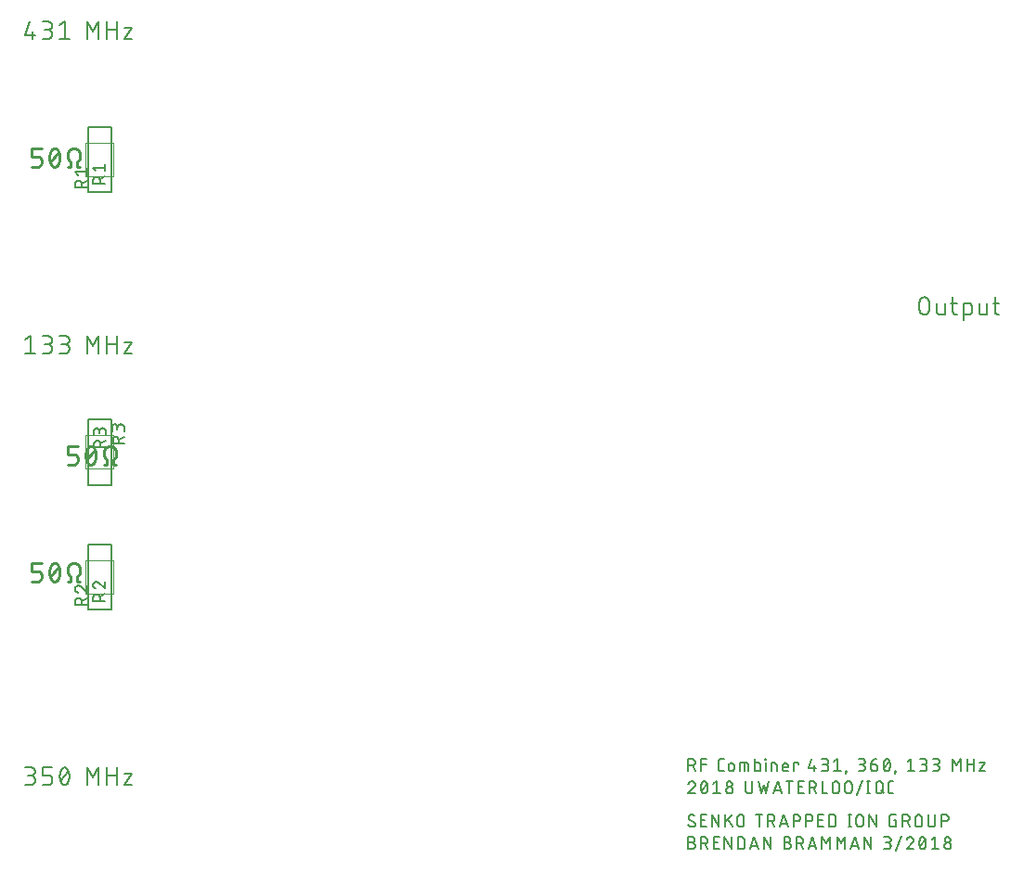
<source format=gbr>
G04 EAGLE Gerber X2 export*
G75*
%MOMM*%
%FSLAX34Y34*%
%LPD*%
%AMOC8*
5,1,8,0,0,1.08239X$1,22.5*%
G01*
%ADD10C,0.203200*%
%ADD11C,0.152400*%
%ADD12C,0.228600*%
%ADD13C,0.127000*%
%ADD14C,0.000000*%


D10*
X62936Y824484D02*
X59436Y812236D01*
X68185Y812236D01*
X65560Y815735D02*
X65560Y808736D01*
X75067Y808736D02*
X79442Y808736D01*
X79573Y808738D01*
X79704Y808744D01*
X79834Y808754D01*
X79964Y808767D01*
X80094Y808785D01*
X80223Y808806D01*
X80351Y808832D01*
X80479Y808861D01*
X80606Y808894D01*
X80731Y808930D01*
X80856Y808971D01*
X80979Y809015D01*
X81101Y809063D01*
X81221Y809114D01*
X81340Y809169D01*
X81457Y809228D01*
X81572Y809290D01*
X81685Y809355D01*
X81797Y809424D01*
X81906Y809496D01*
X82013Y809571D01*
X82118Y809650D01*
X82220Y809731D01*
X82320Y809816D01*
X82417Y809904D01*
X82512Y809994D01*
X82604Y810087D01*
X82693Y810183D01*
X82779Y810282D01*
X82862Y810383D01*
X82942Y810486D01*
X83019Y810592D01*
X83092Y810700D01*
X83163Y810811D01*
X83230Y810923D01*
X83294Y811037D01*
X83354Y811153D01*
X83411Y811271D01*
X83464Y811391D01*
X83514Y811512D01*
X83560Y811635D01*
X83602Y811758D01*
X83640Y811883D01*
X83675Y812010D01*
X83706Y812137D01*
X83734Y812265D01*
X83757Y812393D01*
X83776Y812523D01*
X83792Y812653D01*
X83804Y812783D01*
X83812Y812914D01*
X83816Y813045D01*
X83816Y813175D01*
X83812Y813306D01*
X83804Y813437D01*
X83792Y813567D01*
X83776Y813697D01*
X83757Y813827D01*
X83734Y813955D01*
X83706Y814083D01*
X83675Y814210D01*
X83640Y814337D01*
X83602Y814462D01*
X83560Y814585D01*
X83514Y814708D01*
X83464Y814829D01*
X83411Y814949D01*
X83354Y815067D01*
X83294Y815183D01*
X83230Y815297D01*
X83163Y815409D01*
X83092Y815520D01*
X83019Y815628D01*
X82942Y815734D01*
X82862Y815837D01*
X82779Y815938D01*
X82693Y816037D01*
X82604Y816133D01*
X82512Y816226D01*
X82417Y816316D01*
X82320Y816404D01*
X82220Y816489D01*
X82118Y816570D01*
X82013Y816649D01*
X81906Y816724D01*
X81797Y816796D01*
X81685Y816865D01*
X81572Y816930D01*
X81457Y816992D01*
X81340Y817051D01*
X81221Y817106D01*
X81101Y817157D01*
X80979Y817205D01*
X80856Y817249D01*
X80731Y817290D01*
X80606Y817326D01*
X80479Y817359D01*
X80351Y817388D01*
X80223Y817414D01*
X80094Y817435D01*
X79964Y817453D01*
X79834Y817466D01*
X79704Y817476D01*
X79573Y817482D01*
X79442Y817484D01*
X80317Y824484D02*
X75067Y824484D01*
X80317Y824484D02*
X80435Y824482D01*
X80553Y824476D01*
X80671Y824466D01*
X80788Y824452D01*
X80905Y824434D01*
X81022Y824412D01*
X81137Y824387D01*
X81251Y824357D01*
X81365Y824323D01*
X81477Y824286D01*
X81588Y824245D01*
X81697Y824200D01*
X81805Y824152D01*
X81911Y824100D01*
X82016Y824044D01*
X82118Y823985D01*
X82218Y823923D01*
X82316Y823857D01*
X82412Y823788D01*
X82506Y823715D01*
X82597Y823640D01*
X82685Y823561D01*
X82771Y823480D01*
X82854Y823395D01*
X82934Y823308D01*
X83011Y823219D01*
X83085Y823126D01*
X83155Y823032D01*
X83223Y822935D01*
X83287Y822835D01*
X83348Y822734D01*
X83405Y822631D01*
X83459Y822525D01*
X83510Y822418D01*
X83556Y822310D01*
X83599Y822200D01*
X83638Y822088D01*
X83674Y821975D01*
X83705Y821861D01*
X83733Y821746D01*
X83757Y821631D01*
X83777Y821514D01*
X83793Y821397D01*
X83805Y821279D01*
X83813Y821161D01*
X83817Y821043D01*
X83817Y820925D01*
X83813Y820807D01*
X83805Y820689D01*
X83793Y820571D01*
X83777Y820454D01*
X83757Y820337D01*
X83733Y820222D01*
X83705Y820107D01*
X83674Y819993D01*
X83638Y819880D01*
X83599Y819768D01*
X83556Y819658D01*
X83510Y819550D01*
X83459Y819443D01*
X83405Y819337D01*
X83348Y819234D01*
X83287Y819133D01*
X83223Y819033D01*
X83155Y818936D01*
X83085Y818842D01*
X83011Y818749D01*
X82934Y818660D01*
X82854Y818573D01*
X82771Y818488D01*
X82685Y818407D01*
X82597Y818328D01*
X82506Y818253D01*
X82412Y818180D01*
X82316Y818111D01*
X82218Y818045D01*
X82118Y817983D01*
X82016Y817924D01*
X81911Y817868D01*
X81805Y817816D01*
X81697Y817768D01*
X81588Y817723D01*
X81477Y817682D01*
X81365Y817645D01*
X81251Y817611D01*
X81137Y817581D01*
X81022Y817556D01*
X80905Y817534D01*
X80788Y817516D01*
X80671Y817502D01*
X80553Y817492D01*
X80435Y817486D01*
X80317Y817484D01*
X80317Y817485D02*
X76817Y817485D01*
X90699Y820984D02*
X95073Y824484D01*
X95073Y808736D01*
X90699Y808736D02*
X99447Y808736D01*
X115355Y808736D02*
X115355Y824484D01*
X120604Y815735D01*
X125853Y824484D01*
X125853Y808736D01*
X133945Y808736D02*
X133945Y824484D01*
X133945Y817485D02*
X142694Y817485D01*
X142694Y824484D02*
X142694Y808736D01*
X149409Y819235D02*
X156408Y819235D01*
X149409Y808736D01*
X156408Y808736D01*
X63810Y537464D02*
X59436Y533964D01*
X63810Y537464D02*
X63810Y521716D01*
X59436Y521716D02*
X68185Y521716D01*
X75067Y521716D02*
X79442Y521716D01*
X79573Y521718D01*
X79704Y521724D01*
X79834Y521734D01*
X79964Y521747D01*
X80094Y521765D01*
X80223Y521786D01*
X80351Y521812D01*
X80479Y521841D01*
X80606Y521874D01*
X80731Y521910D01*
X80856Y521951D01*
X80979Y521995D01*
X81101Y522043D01*
X81221Y522094D01*
X81340Y522149D01*
X81457Y522208D01*
X81572Y522270D01*
X81685Y522335D01*
X81797Y522404D01*
X81906Y522476D01*
X82013Y522551D01*
X82118Y522630D01*
X82220Y522711D01*
X82320Y522796D01*
X82417Y522884D01*
X82512Y522974D01*
X82604Y523067D01*
X82693Y523163D01*
X82779Y523262D01*
X82862Y523363D01*
X82942Y523466D01*
X83019Y523572D01*
X83092Y523680D01*
X83163Y523791D01*
X83230Y523903D01*
X83294Y524017D01*
X83354Y524133D01*
X83411Y524251D01*
X83464Y524371D01*
X83514Y524492D01*
X83560Y524615D01*
X83602Y524738D01*
X83640Y524863D01*
X83675Y524990D01*
X83706Y525117D01*
X83734Y525245D01*
X83757Y525373D01*
X83776Y525503D01*
X83792Y525633D01*
X83804Y525763D01*
X83812Y525894D01*
X83816Y526025D01*
X83816Y526155D01*
X83812Y526286D01*
X83804Y526417D01*
X83792Y526547D01*
X83776Y526677D01*
X83757Y526807D01*
X83734Y526935D01*
X83706Y527063D01*
X83675Y527190D01*
X83640Y527317D01*
X83602Y527442D01*
X83560Y527565D01*
X83514Y527688D01*
X83464Y527809D01*
X83411Y527929D01*
X83354Y528047D01*
X83294Y528163D01*
X83230Y528277D01*
X83163Y528389D01*
X83092Y528500D01*
X83019Y528608D01*
X82942Y528714D01*
X82862Y528817D01*
X82779Y528918D01*
X82693Y529017D01*
X82604Y529113D01*
X82512Y529206D01*
X82417Y529296D01*
X82320Y529384D01*
X82220Y529469D01*
X82118Y529550D01*
X82013Y529629D01*
X81906Y529704D01*
X81797Y529776D01*
X81685Y529845D01*
X81572Y529910D01*
X81457Y529972D01*
X81340Y530031D01*
X81221Y530086D01*
X81101Y530137D01*
X80979Y530185D01*
X80856Y530229D01*
X80731Y530270D01*
X80606Y530306D01*
X80479Y530339D01*
X80351Y530368D01*
X80223Y530394D01*
X80094Y530415D01*
X79964Y530433D01*
X79834Y530446D01*
X79704Y530456D01*
X79573Y530462D01*
X79442Y530464D01*
X80317Y537464D02*
X75067Y537464D01*
X80317Y537464D02*
X80435Y537462D01*
X80553Y537456D01*
X80671Y537446D01*
X80788Y537432D01*
X80905Y537414D01*
X81022Y537392D01*
X81137Y537367D01*
X81251Y537337D01*
X81365Y537303D01*
X81477Y537266D01*
X81588Y537225D01*
X81697Y537180D01*
X81805Y537132D01*
X81911Y537080D01*
X82016Y537024D01*
X82118Y536965D01*
X82218Y536903D01*
X82316Y536837D01*
X82412Y536768D01*
X82506Y536695D01*
X82597Y536620D01*
X82685Y536541D01*
X82771Y536460D01*
X82854Y536375D01*
X82934Y536288D01*
X83011Y536199D01*
X83085Y536106D01*
X83155Y536012D01*
X83223Y535915D01*
X83287Y535815D01*
X83348Y535714D01*
X83405Y535611D01*
X83459Y535505D01*
X83510Y535398D01*
X83556Y535290D01*
X83599Y535180D01*
X83638Y535068D01*
X83674Y534955D01*
X83705Y534841D01*
X83733Y534726D01*
X83757Y534611D01*
X83777Y534494D01*
X83793Y534377D01*
X83805Y534259D01*
X83813Y534141D01*
X83817Y534023D01*
X83817Y533905D01*
X83813Y533787D01*
X83805Y533669D01*
X83793Y533551D01*
X83777Y533434D01*
X83757Y533317D01*
X83733Y533202D01*
X83705Y533087D01*
X83674Y532973D01*
X83638Y532860D01*
X83599Y532748D01*
X83556Y532638D01*
X83510Y532530D01*
X83459Y532423D01*
X83405Y532317D01*
X83348Y532214D01*
X83287Y532113D01*
X83223Y532013D01*
X83155Y531916D01*
X83085Y531822D01*
X83011Y531729D01*
X82934Y531640D01*
X82854Y531553D01*
X82771Y531468D01*
X82685Y531387D01*
X82597Y531308D01*
X82506Y531233D01*
X82412Y531160D01*
X82316Y531091D01*
X82218Y531025D01*
X82118Y530963D01*
X82016Y530904D01*
X81911Y530848D01*
X81805Y530796D01*
X81697Y530748D01*
X81588Y530703D01*
X81477Y530662D01*
X81365Y530625D01*
X81251Y530591D01*
X81137Y530561D01*
X81022Y530536D01*
X80905Y530514D01*
X80788Y530496D01*
X80671Y530482D01*
X80553Y530472D01*
X80435Y530466D01*
X80317Y530464D01*
X80317Y530465D02*
X76817Y530465D01*
X90699Y521716D02*
X95073Y521716D01*
X95204Y521718D01*
X95335Y521724D01*
X95465Y521734D01*
X95595Y521747D01*
X95725Y521765D01*
X95854Y521786D01*
X95982Y521812D01*
X96110Y521841D01*
X96237Y521874D01*
X96362Y521910D01*
X96487Y521951D01*
X96610Y521995D01*
X96732Y522043D01*
X96852Y522094D01*
X96971Y522149D01*
X97088Y522208D01*
X97203Y522270D01*
X97316Y522335D01*
X97428Y522404D01*
X97537Y522476D01*
X97644Y522551D01*
X97749Y522630D01*
X97851Y522711D01*
X97951Y522796D01*
X98048Y522884D01*
X98143Y522974D01*
X98235Y523067D01*
X98324Y523163D01*
X98410Y523262D01*
X98493Y523363D01*
X98573Y523466D01*
X98650Y523572D01*
X98723Y523680D01*
X98794Y523791D01*
X98861Y523903D01*
X98925Y524017D01*
X98985Y524133D01*
X99042Y524251D01*
X99095Y524371D01*
X99145Y524492D01*
X99191Y524615D01*
X99233Y524738D01*
X99271Y524863D01*
X99306Y524990D01*
X99337Y525117D01*
X99365Y525245D01*
X99388Y525373D01*
X99407Y525503D01*
X99423Y525633D01*
X99435Y525763D01*
X99443Y525894D01*
X99447Y526025D01*
X99447Y526155D01*
X99443Y526286D01*
X99435Y526417D01*
X99423Y526547D01*
X99407Y526677D01*
X99388Y526807D01*
X99365Y526935D01*
X99337Y527063D01*
X99306Y527190D01*
X99271Y527317D01*
X99233Y527442D01*
X99191Y527565D01*
X99145Y527688D01*
X99095Y527809D01*
X99042Y527929D01*
X98985Y528047D01*
X98925Y528163D01*
X98861Y528277D01*
X98794Y528389D01*
X98723Y528500D01*
X98650Y528608D01*
X98573Y528714D01*
X98493Y528817D01*
X98410Y528918D01*
X98324Y529017D01*
X98235Y529113D01*
X98143Y529206D01*
X98048Y529296D01*
X97951Y529384D01*
X97851Y529469D01*
X97749Y529550D01*
X97644Y529629D01*
X97537Y529704D01*
X97428Y529776D01*
X97316Y529845D01*
X97203Y529910D01*
X97088Y529972D01*
X96971Y530031D01*
X96852Y530086D01*
X96732Y530137D01*
X96610Y530185D01*
X96487Y530229D01*
X96362Y530270D01*
X96237Y530306D01*
X96110Y530339D01*
X95982Y530368D01*
X95854Y530394D01*
X95725Y530415D01*
X95595Y530433D01*
X95465Y530446D01*
X95335Y530456D01*
X95204Y530462D01*
X95073Y530464D01*
X95948Y537464D02*
X90699Y537464D01*
X95948Y537464D02*
X96066Y537462D01*
X96184Y537456D01*
X96302Y537446D01*
X96419Y537432D01*
X96536Y537414D01*
X96653Y537392D01*
X96768Y537367D01*
X96882Y537337D01*
X96996Y537303D01*
X97108Y537266D01*
X97219Y537225D01*
X97328Y537180D01*
X97436Y537132D01*
X97542Y537080D01*
X97647Y537024D01*
X97749Y536965D01*
X97849Y536903D01*
X97947Y536837D01*
X98043Y536768D01*
X98137Y536695D01*
X98228Y536620D01*
X98316Y536541D01*
X98402Y536460D01*
X98485Y536375D01*
X98565Y536288D01*
X98642Y536199D01*
X98716Y536106D01*
X98786Y536012D01*
X98854Y535915D01*
X98918Y535815D01*
X98979Y535714D01*
X99036Y535611D01*
X99090Y535505D01*
X99141Y535398D01*
X99187Y535290D01*
X99230Y535180D01*
X99269Y535068D01*
X99305Y534955D01*
X99336Y534841D01*
X99364Y534726D01*
X99388Y534611D01*
X99408Y534494D01*
X99424Y534377D01*
X99436Y534259D01*
X99444Y534141D01*
X99448Y534023D01*
X99448Y533905D01*
X99444Y533787D01*
X99436Y533669D01*
X99424Y533551D01*
X99408Y533434D01*
X99388Y533317D01*
X99364Y533202D01*
X99336Y533087D01*
X99305Y532973D01*
X99269Y532860D01*
X99230Y532748D01*
X99187Y532638D01*
X99141Y532530D01*
X99090Y532423D01*
X99036Y532317D01*
X98979Y532214D01*
X98918Y532113D01*
X98854Y532013D01*
X98786Y531916D01*
X98716Y531822D01*
X98642Y531729D01*
X98565Y531640D01*
X98485Y531553D01*
X98402Y531468D01*
X98316Y531387D01*
X98228Y531308D01*
X98137Y531233D01*
X98043Y531160D01*
X97947Y531091D01*
X97849Y531025D01*
X97749Y530963D01*
X97647Y530904D01*
X97542Y530848D01*
X97436Y530796D01*
X97328Y530748D01*
X97219Y530703D01*
X97108Y530662D01*
X96996Y530625D01*
X96882Y530591D01*
X96768Y530561D01*
X96653Y530536D01*
X96536Y530514D01*
X96419Y530496D01*
X96302Y530482D01*
X96184Y530472D01*
X96066Y530466D01*
X95948Y530464D01*
X95948Y530465D02*
X92448Y530465D01*
X115355Y537464D02*
X115355Y521716D01*
X120604Y528715D02*
X115355Y537464D01*
X120604Y528715D02*
X125853Y537464D01*
X125853Y521716D01*
X133945Y521716D02*
X133945Y537464D01*
X133945Y530465D02*
X142694Y530465D01*
X142694Y537464D02*
X142694Y521716D01*
X149409Y532215D02*
X156408Y532215D01*
X149409Y521716D01*
X156408Y521716D01*
X63810Y128016D02*
X59436Y128016D01*
X63810Y128016D02*
X63941Y128018D01*
X64072Y128024D01*
X64202Y128034D01*
X64332Y128047D01*
X64462Y128065D01*
X64591Y128086D01*
X64719Y128112D01*
X64847Y128141D01*
X64974Y128174D01*
X65099Y128210D01*
X65224Y128251D01*
X65347Y128295D01*
X65469Y128343D01*
X65589Y128394D01*
X65708Y128449D01*
X65825Y128508D01*
X65940Y128570D01*
X66053Y128635D01*
X66165Y128704D01*
X66274Y128776D01*
X66381Y128851D01*
X66486Y128930D01*
X66588Y129011D01*
X66688Y129096D01*
X66785Y129184D01*
X66880Y129274D01*
X66972Y129367D01*
X67061Y129463D01*
X67147Y129562D01*
X67230Y129663D01*
X67310Y129766D01*
X67387Y129872D01*
X67460Y129980D01*
X67531Y130091D01*
X67598Y130203D01*
X67662Y130317D01*
X67722Y130433D01*
X67779Y130551D01*
X67832Y130671D01*
X67882Y130792D01*
X67928Y130915D01*
X67970Y131038D01*
X68008Y131163D01*
X68043Y131290D01*
X68074Y131417D01*
X68102Y131545D01*
X68125Y131673D01*
X68144Y131803D01*
X68160Y131933D01*
X68172Y132063D01*
X68180Y132194D01*
X68184Y132325D01*
X68184Y132455D01*
X68180Y132586D01*
X68172Y132717D01*
X68160Y132847D01*
X68144Y132977D01*
X68125Y133107D01*
X68102Y133235D01*
X68074Y133363D01*
X68043Y133490D01*
X68008Y133617D01*
X67970Y133742D01*
X67928Y133865D01*
X67882Y133988D01*
X67832Y134109D01*
X67779Y134229D01*
X67722Y134347D01*
X67662Y134463D01*
X67598Y134577D01*
X67531Y134689D01*
X67460Y134800D01*
X67387Y134908D01*
X67310Y135014D01*
X67230Y135117D01*
X67147Y135218D01*
X67061Y135317D01*
X66972Y135413D01*
X66880Y135506D01*
X66785Y135596D01*
X66688Y135684D01*
X66588Y135769D01*
X66486Y135850D01*
X66381Y135929D01*
X66274Y136004D01*
X66165Y136076D01*
X66053Y136145D01*
X65940Y136210D01*
X65825Y136272D01*
X65708Y136331D01*
X65589Y136386D01*
X65469Y136437D01*
X65347Y136485D01*
X65224Y136529D01*
X65099Y136570D01*
X64974Y136606D01*
X64847Y136639D01*
X64719Y136668D01*
X64591Y136694D01*
X64462Y136715D01*
X64332Y136733D01*
X64202Y136746D01*
X64072Y136756D01*
X63941Y136762D01*
X63810Y136764D01*
X64685Y143764D02*
X59436Y143764D01*
X64685Y143764D02*
X64803Y143762D01*
X64921Y143756D01*
X65039Y143746D01*
X65156Y143732D01*
X65273Y143714D01*
X65390Y143692D01*
X65505Y143667D01*
X65619Y143637D01*
X65733Y143603D01*
X65845Y143566D01*
X65956Y143525D01*
X66065Y143480D01*
X66173Y143432D01*
X66279Y143380D01*
X66384Y143324D01*
X66486Y143265D01*
X66586Y143203D01*
X66684Y143137D01*
X66780Y143068D01*
X66874Y142995D01*
X66965Y142920D01*
X67053Y142841D01*
X67139Y142760D01*
X67222Y142675D01*
X67302Y142588D01*
X67379Y142499D01*
X67453Y142406D01*
X67523Y142312D01*
X67591Y142215D01*
X67655Y142115D01*
X67716Y142014D01*
X67773Y141911D01*
X67827Y141805D01*
X67878Y141698D01*
X67924Y141590D01*
X67967Y141480D01*
X68006Y141368D01*
X68042Y141255D01*
X68073Y141141D01*
X68101Y141026D01*
X68125Y140911D01*
X68145Y140794D01*
X68161Y140677D01*
X68173Y140559D01*
X68181Y140441D01*
X68185Y140323D01*
X68185Y140205D01*
X68181Y140087D01*
X68173Y139969D01*
X68161Y139851D01*
X68145Y139734D01*
X68125Y139617D01*
X68101Y139502D01*
X68073Y139387D01*
X68042Y139273D01*
X68006Y139160D01*
X67967Y139048D01*
X67924Y138938D01*
X67878Y138830D01*
X67827Y138723D01*
X67773Y138617D01*
X67716Y138514D01*
X67655Y138413D01*
X67591Y138313D01*
X67523Y138216D01*
X67453Y138122D01*
X67379Y138029D01*
X67302Y137940D01*
X67222Y137853D01*
X67139Y137768D01*
X67053Y137687D01*
X66965Y137608D01*
X66874Y137533D01*
X66780Y137460D01*
X66684Y137391D01*
X66586Y137325D01*
X66486Y137263D01*
X66384Y137204D01*
X66279Y137148D01*
X66173Y137096D01*
X66065Y137048D01*
X65956Y137003D01*
X65845Y136962D01*
X65733Y136925D01*
X65619Y136891D01*
X65505Y136861D01*
X65390Y136836D01*
X65273Y136814D01*
X65156Y136796D01*
X65039Y136782D01*
X64921Y136772D01*
X64803Y136766D01*
X64685Y136764D01*
X64685Y136765D02*
X61186Y136765D01*
X75067Y128016D02*
X80317Y128016D01*
X80434Y128018D01*
X80551Y128024D01*
X80667Y128034D01*
X80784Y128047D01*
X80899Y128065D01*
X81014Y128086D01*
X81128Y128111D01*
X81242Y128140D01*
X81354Y128173D01*
X81465Y128210D01*
X81575Y128250D01*
X81683Y128294D01*
X81790Y128341D01*
X81896Y128392D01*
X81999Y128447D01*
X82101Y128505D01*
X82200Y128566D01*
X82298Y128630D01*
X82393Y128698D01*
X82486Y128769D01*
X82577Y128843D01*
X82665Y128920D01*
X82750Y129000D01*
X82833Y129083D01*
X82913Y129168D01*
X82990Y129256D01*
X83064Y129347D01*
X83135Y129440D01*
X83203Y129535D01*
X83267Y129633D01*
X83328Y129732D01*
X83386Y129834D01*
X83441Y129937D01*
X83492Y130043D01*
X83539Y130150D01*
X83583Y130258D01*
X83623Y130368D01*
X83660Y130479D01*
X83693Y130591D01*
X83722Y130705D01*
X83747Y130819D01*
X83768Y130934D01*
X83786Y131049D01*
X83799Y131166D01*
X83809Y131282D01*
X83815Y131399D01*
X83817Y131516D01*
X83816Y131516D02*
X83816Y133265D01*
X83817Y133265D02*
X83815Y133382D01*
X83809Y133499D01*
X83799Y133615D01*
X83786Y133732D01*
X83768Y133847D01*
X83747Y133962D01*
X83722Y134076D01*
X83693Y134190D01*
X83660Y134302D01*
X83623Y134413D01*
X83583Y134523D01*
X83539Y134631D01*
X83492Y134738D01*
X83441Y134844D01*
X83386Y134947D01*
X83328Y135049D01*
X83267Y135148D01*
X83203Y135246D01*
X83135Y135341D01*
X83064Y135434D01*
X82990Y135525D01*
X82913Y135613D01*
X82833Y135698D01*
X82750Y135781D01*
X82665Y135861D01*
X82577Y135938D01*
X82486Y136012D01*
X82393Y136083D01*
X82298Y136151D01*
X82200Y136215D01*
X82101Y136276D01*
X81999Y136334D01*
X81896Y136389D01*
X81790Y136440D01*
X81683Y136487D01*
X81575Y136531D01*
X81465Y136571D01*
X81354Y136608D01*
X81242Y136641D01*
X81128Y136670D01*
X81014Y136695D01*
X80899Y136716D01*
X80784Y136734D01*
X80667Y136747D01*
X80551Y136757D01*
X80434Y136763D01*
X80317Y136765D01*
X75067Y136765D01*
X75067Y143764D01*
X83816Y143764D01*
X92010Y141577D02*
X91878Y141297D01*
X91752Y141014D01*
X91633Y140728D01*
X91521Y140439D01*
X91416Y140147D01*
X91318Y139853D01*
X91227Y139557D01*
X91143Y139259D01*
X91066Y138959D01*
X90996Y138657D01*
X90934Y138354D01*
X90879Y138049D01*
X90831Y137743D01*
X90790Y137435D01*
X90757Y137127D01*
X90731Y136819D01*
X90713Y136509D01*
X90702Y136200D01*
X90698Y135890D01*
X92011Y141577D02*
X92049Y141682D01*
X92091Y141785D01*
X92136Y141887D01*
X92184Y141988D01*
X92236Y142086D01*
X92292Y142183D01*
X92350Y142278D01*
X92412Y142371D01*
X92477Y142461D01*
X92546Y142549D01*
X92617Y142635D01*
X92691Y142719D01*
X92768Y142799D01*
X92847Y142878D01*
X92930Y142953D01*
X93015Y143025D01*
X93102Y143095D01*
X93192Y143161D01*
X93283Y143224D01*
X93377Y143284D01*
X93473Y143341D01*
X93571Y143395D01*
X93671Y143445D01*
X93772Y143491D01*
X93875Y143534D01*
X93980Y143574D01*
X94085Y143610D01*
X94192Y143642D01*
X94300Y143670D01*
X94409Y143695D01*
X94518Y143716D01*
X94628Y143733D01*
X94739Y143747D01*
X94850Y143756D01*
X94961Y143762D01*
X95073Y143764D01*
X95185Y143762D01*
X95296Y143756D01*
X95407Y143747D01*
X95518Y143733D01*
X95628Y143716D01*
X95738Y143695D01*
X95846Y143670D01*
X95954Y143642D01*
X96061Y143610D01*
X96166Y143574D01*
X96271Y143534D01*
X96374Y143491D01*
X96475Y143445D01*
X96575Y143395D01*
X96673Y143341D01*
X96769Y143284D01*
X96863Y143224D01*
X96954Y143161D01*
X97044Y143095D01*
X97131Y143025D01*
X97216Y142953D01*
X97299Y142878D01*
X97378Y142799D01*
X97455Y142719D01*
X97529Y142635D01*
X97600Y142549D01*
X97669Y142461D01*
X97734Y142371D01*
X97796Y142278D01*
X97854Y142183D01*
X97910Y142086D01*
X97962Y141988D01*
X98010Y141887D01*
X98055Y141785D01*
X98097Y141682D01*
X98135Y141577D01*
X98267Y141297D01*
X98393Y141013D01*
X98512Y140727D01*
X98624Y140438D01*
X98729Y140147D01*
X98827Y139853D01*
X98918Y139557D01*
X99002Y139259D01*
X99079Y138959D01*
X99149Y138657D01*
X99211Y138353D01*
X99266Y138049D01*
X99314Y137743D01*
X99355Y137435D01*
X99388Y137127D01*
X99414Y136819D01*
X99432Y136509D01*
X99443Y136200D01*
X99447Y135890D01*
X90698Y135890D02*
X90702Y135580D01*
X90713Y135271D01*
X90731Y134961D01*
X90757Y134653D01*
X90790Y134345D01*
X90831Y134037D01*
X90879Y133731D01*
X90934Y133426D01*
X90996Y133123D01*
X91066Y132821D01*
X91143Y132521D01*
X91227Y132223D01*
X91318Y131927D01*
X91416Y131633D01*
X91521Y131341D01*
X91633Y131052D01*
X91752Y130766D01*
X91878Y130483D01*
X92010Y130203D01*
X92011Y130203D02*
X92049Y130098D01*
X92091Y129995D01*
X92136Y129893D01*
X92184Y129792D01*
X92236Y129694D01*
X92292Y129597D01*
X92350Y129502D01*
X92412Y129409D01*
X92477Y129319D01*
X92546Y129231D01*
X92617Y129145D01*
X92691Y129061D01*
X92768Y128981D01*
X92847Y128902D01*
X92930Y128827D01*
X93015Y128755D01*
X93102Y128685D01*
X93192Y128619D01*
X93283Y128556D01*
X93377Y128496D01*
X93473Y128439D01*
X93571Y128385D01*
X93671Y128335D01*
X93772Y128289D01*
X93875Y128246D01*
X93980Y128206D01*
X94085Y128170D01*
X94192Y128138D01*
X94300Y128110D01*
X94409Y128085D01*
X94518Y128064D01*
X94628Y128047D01*
X94739Y128033D01*
X94850Y128024D01*
X94961Y128018D01*
X95073Y128016D01*
X98136Y130203D02*
X98268Y130483D01*
X98394Y130766D01*
X98513Y131052D01*
X98625Y131341D01*
X98730Y131633D01*
X98828Y131927D01*
X98919Y132223D01*
X99003Y132521D01*
X99080Y132821D01*
X99150Y133123D01*
X99212Y133426D01*
X99267Y133731D01*
X99315Y134037D01*
X99356Y134345D01*
X99389Y134653D01*
X99415Y134961D01*
X99433Y135271D01*
X99444Y135580D01*
X99448Y135890D01*
X98135Y130203D02*
X98097Y130098D01*
X98055Y129995D01*
X98010Y129893D01*
X97962Y129792D01*
X97910Y129694D01*
X97854Y129597D01*
X97796Y129502D01*
X97734Y129409D01*
X97669Y129319D01*
X97600Y129231D01*
X97529Y129145D01*
X97455Y129061D01*
X97378Y128981D01*
X97299Y128902D01*
X97216Y128827D01*
X97131Y128755D01*
X97044Y128685D01*
X96954Y128619D01*
X96863Y128556D01*
X96769Y128496D01*
X96673Y128439D01*
X96575Y128385D01*
X96475Y128335D01*
X96374Y128289D01*
X96271Y128246D01*
X96166Y128206D01*
X96061Y128170D01*
X95954Y128138D01*
X95846Y128110D01*
X95737Y128085D01*
X95628Y128064D01*
X95518Y128047D01*
X95407Y128033D01*
X95296Y128024D01*
X95185Y128018D01*
X95073Y128016D01*
X91573Y131516D02*
X98573Y140264D01*
X115355Y143764D02*
X115355Y128016D01*
X120604Y135015D02*
X115355Y143764D01*
X120604Y135015D02*
X125853Y143764D01*
X125853Y128016D01*
X133945Y128016D02*
X133945Y143764D01*
X133945Y136765D02*
X142694Y136765D01*
X142694Y143764D02*
X142694Y128016D01*
X149409Y138515D02*
X156408Y138515D01*
X149409Y128016D01*
X156408Y128016D01*
X874776Y561650D02*
X874776Y568650D01*
X874778Y568781D01*
X874784Y568912D01*
X874794Y569042D01*
X874807Y569172D01*
X874825Y569302D01*
X874846Y569431D01*
X874872Y569559D01*
X874901Y569687D01*
X874934Y569814D01*
X874970Y569939D01*
X875011Y570064D01*
X875055Y570187D01*
X875103Y570309D01*
X875154Y570429D01*
X875209Y570548D01*
X875268Y570665D01*
X875330Y570780D01*
X875395Y570893D01*
X875464Y571005D01*
X875536Y571114D01*
X875611Y571221D01*
X875690Y571326D01*
X875771Y571428D01*
X875856Y571528D01*
X875944Y571625D01*
X876034Y571720D01*
X876127Y571812D01*
X876223Y571901D01*
X876322Y571987D01*
X876423Y572070D01*
X876526Y572150D01*
X876632Y572227D01*
X876740Y572300D01*
X876851Y572371D01*
X876963Y572438D01*
X877077Y572502D01*
X877193Y572562D01*
X877311Y572619D01*
X877431Y572672D01*
X877552Y572722D01*
X877675Y572768D01*
X877798Y572810D01*
X877923Y572848D01*
X878050Y572883D01*
X878177Y572914D01*
X878305Y572942D01*
X878433Y572965D01*
X878563Y572984D01*
X878693Y573000D01*
X878823Y573012D01*
X878954Y573020D01*
X879085Y573024D01*
X879215Y573024D01*
X879346Y573020D01*
X879477Y573012D01*
X879607Y573000D01*
X879737Y572984D01*
X879867Y572965D01*
X879995Y572942D01*
X880123Y572914D01*
X880250Y572883D01*
X880377Y572848D01*
X880502Y572810D01*
X880625Y572768D01*
X880748Y572722D01*
X880869Y572672D01*
X880989Y572619D01*
X881107Y572562D01*
X881223Y572502D01*
X881337Y572438D01*
X881449Y572371D01*
X881560Y572300D01*
X881668Y572227D01*
X881774Y572150D01*
X881877Y572070D01*
X881978Y571987D01*
X882077Y571901D01*
X882173Y571812D01*
X882266Y571720D01*
X882356Y571625D01*
X882444Y571528D01*
X882529Y571428D01*
X882610Y571326D01*
X882689Y571221D01*
X882764Y571114D01*
X882836Y571005D01*
X882905Y570893D01*
X882970Y570780D01*
X883032Y570665D01*
X883091Y570548D01*
X883146Y570429D01*
X883197Y570309D01*
X883245Y570187D01*
X883289Y570064D01*
X883330Y569939D01*
X883366Y569814D01*
X883399Y569687D01*
X883428Y569559D01*
X883454Y569431D01*
X883475Y569302D01*
X883493Y569172D01*
X883506Y569042D01*
X883516Y568912D01*
X883522Y568781D01*
X883524Y568650D01*
X883525Y568650D02*
X883525Y561650D01*
X883524Y561650D02*
X883522Y561519D01*
X883516Y561388D01*
X883506Y561258D01*
X883493Y561128D01*
X883475Y560998D01*
X883454Y560869D01*
X883428Y560741D01*
X883399Y560613D01*
X883366Y560486D01*
X883330Y560361D01*
X883289Y560236D01*
X883245Y560113D01*
X883197Y559991D01*
X883146Y559871D01*
X883091Y559752D01*
X883032Y559635D01*
X882970Y559520D01*
X882905Y559407D01*
X882836Y559295D01*
X882764Y559186D01*
X882689Y559079D01*
X882610Y558974D01*
X882529Y558872D01*
X882444Y558772D01*
X882356Y558675D01*
X882266Y558580D01*
X882173Y558488D01*
X882077Y558399D01*
X881978Y558313D01*
X881877Y558230D01*
X881774Y558150D01*
X881668Y558073D01*
X881560Y558000D01*
X881449Y557929D01*
X881337Y557862D01*
X881223Y557798D01*
X881107Y557738D01*
X880989Y557681D01*
X880869Y557628D01*
X880748Y557578D01*
X880625Y557532D01*
X880502Y557490D01*
X880377Y557452D01*
X880250Y557417D01*
X880123Y557386D01*
X879995Y557358D01*
X879867Y557335D01*
X879737Y557316D01*
X879607Y557300D01*
X879477Y557288D01*
X879346Y557280D01*
X879215Y557276D01*
X879085Y557276D01*
X878954Y557280D01*
X878823Y557288D01*
X878693Y557300D01*
X878563Y557316D01*
X878433Y557335D01*
X878305Y557358D01*
X878177Y557386D01*
X878050Y557417D01*
X877923Y557452D01*
X877798Y557490D01*
X877675Y557532D01*
X877552Y557578D01*
X877431Y557628D01*
X877311Y557681D01*
X877193Y557738D01*
X877077Y557798D01*
X876963Y557862D01*
X876851Y557929D01*
X876740Y558000D01*
X876632Y558073D01*
X876526Y558150D01*
X876423Y558230D01*
X876322Y558313D01*
X876223Y558399D01*
X876127Y558488D01*
X876034Y558580D01*
X875944Y558675D01*
X875856Y558772D01*
X875771Y558872D01*
X875690Y558974D01*
X875611Y559079D01*
X875536Y559186D01*
X875464Y559295D01*
X875395Y559407D01*
X875330Y559520D01*
X875268Y559635D01*
X875209Y559752D01*
X875154Y559871D01*
X875103Y559991D01*
X875055Y560113D01*
X875011Y560236D01*
X874970Y560361D01*
X874934Y560486D01*
X874901Y560613D01*
X874872Y560741D01*
X874846Y560869D01*
X874825Y560998D01*
X874807Y561128D01*
X874794Y561258D01*
X874784Y561388D01*
X874778Y561519D01*
X874776Y561650D01*
X890761Y559901D02*
X890761Y567775D01*
X890761Y559901D02*
X890763Y559800D01*
X890769Y559700D01*
X890778Y559600D01*
X890792Y559500D01*
X890809Y559401D01*
X890830Y559303D01*
X890855Y559205D01*
X890883Y559109D01*
X890916Y559014D01*
X890951Y558920D01*
X890991Y558827D01*
X891034Y558736D01*
X891080Y558647D01*
X891130Y558560D01*
X891183Y558474D01*
X891239Y558391D01*
X891298Y558310D01*
X891361Y558231D01*
X891426Y558155D01*
X891495Y558081D01*
X891566Y558010D01*
X891640Y557941D01*
X891716Y557876D01*
X891795Y557813D01*
X891876Y557754D01*
X891959Y557698D01*
X892045Y557645D01*
X892132Y557595D01*
X892221Y557549D01*
X892312Y557506D01*
X892405Y557466D01*
X892499Y557431D01*
X892594Y557398D01*
X892690Y557370D01*
X892788Y557345D01*
X892886Y557324D01*
X892985Y557307D01*
X893085Y557293D01*
X893185Y557284D01*
X893285Y557278D01*
X893386Y557276D01*
X897760Y557276D01*
X897760Y567775D01*
X903480Y567775D02*
X908729Y567775D01*
X905230Y573024D02*
X905230Y559901D01*
X905232Y559800D01*
X905238Y559700D01*
X905247Y559600D01*
X905261Y559500D01*
X905278Y559401D01*
X905299Y559303D01*
X905324Y559205D01*
X905352Y559109D01*
X905385Y559014D01*
X905420Y558920D01*
X905460Y558827D01*
X905503Y558736D01*
X905549Y558647D01*
X905599Y558560D01*
X905652Y558474D01*
X905708Y558391D01*
X905767Y558310D01*
X905830Y558231D01*
X905895Y558155D01*
X905964Y558081D01*
X906035Y558010D01*
X906109Y557941D01*
X906185Y557876D01*
X906264Y557813D01*
X906345Y557754D01*
X906428Y557698D01*
X906514Y557645D01*
X906601Y557595D01*
X906690Y557549D01*
X906781Y557506D01*
X906874Y557466D01*
X906968Y557431D01*
X907063Y557398D01*
X907159Y557370D01*
X907257Y557345D01*
X907355Y557324D01*
X907454Y557307D01*
X907554Y557293D01*
X907654Y557284D01*
X907754Y557278D01*
X907855Y557276D01*
X908729Y557276D01*
X915338Y552027D02*
X915338Y567775D01*
X919713Y567775D01*
X919814Y567773D01*
X919914Y567767D01*
X920014Y567758D01*
X920114Y567744D01*
X920213Y567727D01*
X920311Y567706D01*
X920409Y567681D01*
X920505Y567653D01*
X920600Y567620D01*
X920694Y567585D01*
X920787Y567545D01*
X920878Y567502D01*
X920967Y567456D01*
X921054Y567406D01*
X921140Y567353D01*
X921223Y567297D01*
X921304Y567238D01*
X921383Y567175D01*
X921459Y567110D01*
X921533Y567041D01*
X921604Y566970D01*
X921673Y566896D01*
X921738Y566820D01*
X921801Y566741D01*
X921860Y566660D01*
X921916Y566577D01*
X921969Y566491D01*
X922019Y566404D01*
X922065Y566315D01*
X922108Y566224D01*
X922148Y566131D01*
X922183Y566037D01*
X922216Y565942D01*
X922244Y565846D01*
X922269Y565748D01*
X922290Y565650D01*
X922307Y565551D01*
X922321Y565451D01*
X922330Y565351D01*
X922336Y565251D01*
X922338Y565150D01*
X922337Y565150D02*
X922337Y559901D01*
X922338Y559901D02*
X922336Y559800D01*
X922330Y559700D01*
X922321Y559600D01*
X922307Y559500D01*
X922290Y559401D01*
X922269Y559303D01*
X922244Y559205D01*
X922216Y559109D01*
X922183Y559014D01*
X922148Y558920D01*
X922108Y558827D01*
X922065Y558736D01*
X922019Y558647D01*
X921969Y558560D01*
X921916Y558474D01*
X921860Y558391D01*
X921801Y558310D01*
X921738Y558231D01*
X921673Y558155D01*
X921604Y558081D01*
X921533Y558010D01*
X921459Y557941D01*
X921383Y557876D01*
X921304Y557813D01*
X921223Y557754D01*
X921140Y557698D01*
X921054Y557645D01*
X920967Y557595D01*
X920878Y557549D01*
X920787Y557506D01*
X920694Y557466D01*
X920600Y557431D01*
X920505Y557398D01*
X920409Y557370D01*
X920311Y557345D01*
X920213Y557324D01*
X920114Y557307D01*
X920014Y557293D01*
X919914Y557284D01*
X919814Y557278D01*
X919713Y557276D01*
X915338Y557276D01*
X929318Y559901D02*
X929318Y567775D01*
X929318Y559901D02*
X929320Y559800D01*
X929326Y559700D01*
X929335Y559600D01*
X929349Y559500D01*
X929366Y559401D01*
X929387Y559303D01*
X929412Y559205D01*
X929440Y559109D01*
X929473Y559014D01*
X929508Y558920D01*
X929548Y558827D01*
X929591Y558736D01*
X929637Y558647D01*
X929687Y558560D01*
X929740Y558474D01*
X929796Y558391D01*
X929855Y558310D01*
X929918Y558231D01*
X929983Y558155D01*
X930052Y558081D01*
X930123Y558010D01*
X930197Y557941D01*
X930273Y557876D01*
X930352Y557813D01*
X930433Y557754D01*
X930516Y557698D01*
X930602Y557645D01*
X930689Y557595D01*
X930778Y557549D01*
X930869Y557506D01*
X930962Y557466D01*
X931056Y557431D01*
X931151Y557398D01*
X931247Y557370D01*
X931345Y557345D01*
X931443Y557324D01*
X931542Y557307D01*
X931642Y557293D01*
X931742Y557284D01*
X931842Y557278D01*
X931943Y557276D01*
X936317Y557276D01*
X936317Y567775D01*
X942037Y567775D02*
X947286Y567775D01*
X943787Y573024D02*
X943787Y559901D01*
X943789Y559800D01*
X943795Y559700D01*
X943804Y559600D01*
X943818Y559500D01*
X943835Y559401D01*
X943856Y559303D01*
X943881Y559205D01*
X943909Y559109D01*
X943942Y559014D01*
X943977Y558920D01*
X944017Y558827D01*
X944060Y558736D01*
X944106Y558647D01*
X944156Y558560D01*
X944209Y558474D01*
X944265Y558391D01*
X944324Y558310D01*
X944387Y558231D01*
X944452Y558155D01*
X944521Y558081D01*
X944592Y558010D01*
X944666Y557941D01*
X944742Y557876D01*
X944821Y557813D01*
X944902Y557754D01*
X944985Y557698D01*
X945071Y557645D01*
X945158Y557595D01*
X945247Y557549D01*
X945338Y557506D01*
X945431Y557466D01*
X945525Y557431D01*
X945620Y557398D01*
X945716Y557370D01*
X945814Y557345D01*
X945912Y557324D01*
X946011Y557307D01*
X946111Y557293D01*
X946211Y557284D01*
X946311Y557278D01*
X946412Y557276D01*
X947286Y557276D01*
D11*
X663942Y151638D02*
X663942Y140462D01*
X663942Y151638D02*
X667046Y151638D01*
X667157Y151636D01*
X667267Y151630D01*
X667378Y151620D01*
X667488Y151606D01*
X667597Y151589D01*
X667706Y151567D01*
X667814Y151542D01*
X667920Y151512D01*
X668026Y151479D01*
X668131Y151442D01*
X668234Y151402D01*
X668335Y151357D01*
X668435Y151310D01*
X668534Y151258D01*
X668630Y151203D01*
X668724Y151145D01*
X668816Y151084D01*
X668906Y151019D01*
X668994Y150951D01*
X669079Y150880D01*
X669161Y150806D01*
X669241Y150729D01*
X669318Y150649D01*
X669392Y150567D01*
X669463Y150482D01*
X669531Y150394D01*
X669596Y150304D01*
X669657Y150212D01*
X669715Y150118D01*
X669770Y150022D01*
X669822Y149923D01*
X669869Y149823D01*
X669914Y149722D01*
X669954Y149619D01*
X669991Y149514D01*
X670024Y149408D01*
X670054Y149302D01*
X670079Y149194D01*
X670101Y149085D01*
X670118Y148976D01*
X670132Y148866D01*
X670142Y148755D01*
X670148Y148645D01*
X670150Y148534D01*
X670148Y148423D01*
X670142Y148313D01*
X670132Y148202D01*
X670118Y148092D01*
X670101Y147983D01*
X670079Y147874D01*
X670054Y147766D01*
X670024Y147660D01*
X669991Y147554D01*
X669954Y147449D01*
X669914Y147346D01*
X669869Y147245D01*
X669822Y147145D01*
X669770Y147046D01*
X669715Y146950D01*
X669657Y146856D01*
X669596Y146764D01*
X669531Y146674D01*
X669463Y146586D01*
X669392Y146501D01*
X669318Y146419D01*
X669241Y146339D01*
X669161Y146262D01*
X669079Y146188D01*
X668994Y146117D01*
X668906Y146049D01*
X668816Y145984D01*
X668724Y145923D01*
X668630Y145865D01*
X668534Y145810D01*
X668435Y145758D01*
X668335Y145711D01*
X668234Y145666D01*
X668131Y145626D01*
X668026Y145589D01*
X667920Y145556D01*
X667814Y145526D01*
X667706Y145501D01*
X667597Y145479D01*
X667488Y145462D01*
X667378Y145448D01*
X667267Y145438D01*
X667157Y145432D01*
X667046Y145430D01*
X667046Y145429D02*
X663942Y145429D01*
X667667Y145429D02*
X670151Y140462D01*
X675689Y140462D02*
X675689Y151638D01*
X680656Y151638D01*
X680656Y146671D02*
X675689Y146671D01*
X693724Y140462D02*
X696208Y140462D01*
X693724Y140462D02*
X693626Y140464D01*
X693529Y140470D01*
X693432Y140479D01*
X693335Y140493D01*
X693239Y140510D01*
X693144Y140531D01*
X693050Y140555D01*
X692956Y140584D01*
X692864Y140616D01*
X692773Y140651D01*
X692684Y140690D01*
X692596Y140733D01*
X692510Y140779D01*
X692426Y140828D01*
X692344Y140881D01*
X692264Y140936D01*
X692186Y140995D01*
X692111Y141057D01*
X692038Y141122D01*
X691968Y141190D01*
X691900Y141260D01*
X691835Y141333D01*
X691773Y141408D01*
X691714Y141486D01*
X691659Y141566D01*
X691606Y141648D01*
X691557Y141732D01*
X691511Y141818D01*
X691468Y141906D01*
X691429Y141995D01*
X691394Y142086D01*
X691362Y142178D01*
X691333Y142272D01*
X691309Y142366D01*
X691288Y142461D01*
X691271Y142557D01*
X691257Y142654D01*
X691248Y142751D01*
X691242Y142848D01*
X691240Y142946D01*
X691240Y149154D01*
X691242Y149252D01*
X691248Y149349D01*
X691257Y149446D01*
X691271Y149543D01*
X691288Y149639D01*
X691309Y149734D01*
X691333Y149828D01*
X691362Y149922D01*
X691394Y150014D01*
X691429Y150105D01*
X691468Y150194D01*
X691511Y150282D01*
X691557Y150368D01*
X691606Y150452D01*
X691659Y150534D01*
X691714Y150614D01*
X691773Y150692D01*
X691835Y150767D01*
X691900Y150840D01*
X691968Y150910D01*
X692038Y150978D01*
X692111Y151043D01*
X692186Y151105D01*
X692264Y151164D01*
X692344Y151219D01*
X692426Y151272D01*
X692510Y151321D01*
X692596Y151367D01*
X692684Y151410D01*
X692773Y151449D01*
X692864Y151484D01*
X692956Y151516D01*
X693050Y151545D01*
X693144Y151569D01*
X693239Y151590D01*
X693335Y151607D01*
X693432Y151621D01*
X693529Y151630D01*
X693626Y151636D01*
X693724Y151638D01*
X696208Y151638D01*
X700666Y145429D02*
X700666Y142946D01*
X700665Y145429D02*
X700667Y145528D01*
X700673Y145626D01*
X700683Y145725D01*
X700696Y145822D01*
X700714Y145920D01*
X700735Y146016D01*
X700761Y146112D01*
X700790Y146206D01*
X700822Y146299D01*
X700859Y146391D01*
X700899Y146481D01*
X700943Y146570D01*
X700990Y146657D01*
X701040Y146742D01*
X701094Y146824D01*
X701151Y146905D01*
X701211Y146983D01*
X701275Y147059D01*
X701341Y147132D01*
X701410Y147203D01*
X701482Y147271D01*
X701557Y147335D01*
X701634Y147397D01*
X701713Y147456D01*
X701795Y147511D01*
X701879Y147564D01*
X701964Y147612D01*
X702052Y147658D01*
X702142Y147700D01*
X702233Y147738D01*
X702325Y147772D01*
X702419Y147803D01*
X702514Y147830D01*
X702610Y147854D01*
X702707Y147873D01*
X702804Y147889D01*
X702902Y147901D01*
X703001Y147909D01*
X703100Y147913D01*
X703198Y147913D01*
X703297Y147909D01*
X703396Y147901D01*
X703494Y147889D01*
X703591Y147873D01*
X703688Y147854D01*
X703784Y147830D01*
X703879Y147803D01*
X703973Y147772D01*
X704065Y147738D01*
X704156Y147700D01*
X704246Y147658D01*
X704334Y147612D01*
X704419Y147564D01*
X704503Y147511D01*
X704585Y147456D01*
X704664Y147397D01*
X704741Y147335D01*
X704816Y147271D01*
X704888Y147203D01*
X704957Y147132D01*
X705023Y147059D01*
X705087Y146983D01*
X705147Y146905D01*
X705204Y146824D01*
X705258Y146742D01*
X705308Y146657D01*
X705355Y146570D01*
X705399Y146481D01*
X705439Y146391D01*
X705476Y146299D01*
X705508Y146206D01*
X705537Y146112D01*
X705563Y146016D01*
X705584Y145920D01*
X705602Y145822D01*
X705615Y145725D01*
X705625Y145626D01*
X705631Y145528D01*
X705633Y145429D01*
X705633Y142946D01*
X705631Y142847D01*
X705625Y142749D01*
X705615Y142650D01*
X705602Y142553D01*
X705584Y142455D01*
X705563Y142359D01*
X705537Y142263D01*
X705508Y142169D01*
X705476Y142076D01*
X705439Y141984D01*
X705399Y141894D01*
X705355Y141805D01*
X705308Y141718D01*
X705258Y141633D01*
X705204Y141551D01*
X705147Y141470D01*
X705087Y141392D01*
X705023Y141316D01*
X704957Y141243D01*
X704888Y141172D01*
X704816Y141104D01*
X704741Y141040D01*
X704664Y140978D01*
X704585Y140919D01*
X704503Y140864D01*
X704419Y140811D01*
X704334Y140763D01*
X704246Y140717D01*
X704156Y140675D01*
X704065Y140637D01*
X703973Y140603D01*
X703879Y140572D01*
X703784Y140545D01*
X703688Y140521D01*
X703591Y140502D01*
X703494Y140486D01*
X703396Y140474D01*
X703297Y140466D01*
X703198Y140462D01*
X703100Y140462D01*
X703001Y140466D01*
X702902Y140474D01*
X702804Y140486D01*
X702707Y140502D01*
X702610Y140521D01*
X702514Y140545D01*
X702419Y140572D01*
X702325Y140603D01*
X702233Y140637D01*
X702142Y140675D01*
X702052Y140717D01*
X701964Y140763D01*
X701879Y140811D01*
X701795Y140864D01*
X701713Y140919D01*
X701634Y140978D01*
X701557Y141040D01*
X701482Y141104D01*
X701410Y141172D01*
X701341Y141243D01*
X701275Y141316D01*
X701211Y141392D01*
X701151Y141470D01*
X701094Y141551D01*
X701040Y141633D01*
X700990Y141718D01*
X700943Y141805D01*
X700899Y141894D01*
X700859Y141984D01*
X700822Y142076D01*
X700790Y142169D01*
X700761Y142263D01*
X700735Y142359D01*
X700714Y142455D01*
X700696Y142553D01*
X700683Y142650D01*
X700673Y142749D01*
X700667Y142847D01*
X700665Y142946D01*
X711235Y140462D02*
X711235Y147913D01*
X716823Y147913D01*
X716907Y147911D01*
X716990Y147906D01*
X717073Y147896D01*
X717156Y147883D01*
X717238Y147866D01*
X717319Y147846D01*
X717399Y147822D01*
X717478Y147794D01*
X717555Y147763D01*
X717631Y147729D01*
X717706Y147691D01*
X717779Y147649D01*
X717849Y147605D01*
X717918Y147557D01*
X717985Y147507D01*
X718049Y147453D01*
X718110Y147397D01*
X718170Y147337D01*
X718226Y147276D01*
X718280Y147212D01*
X718330Y147145D01*
X718378Y147076D01*
X718422Y147006D01*
X718464Y146933D01*
X718502Y146858D01*
X718536Y146782D01*
X718567Y146705D01*
X718595Y146626D01*
X718619Y146546D01*
X718639Y146465D01*
X718656Y146383D01*
X718669Y146300D01*
X718679Y146217D01*
X718684Y146134D01*
X718686Y146050D01*
X718686Y140462D01*
X714960Y140462D02*
X714960Y147913D01*
X724742Y151638D02*
X724742Y140462D01*
X727847Y140462D01*
X727931Y140464D01*
X728014Y140470D01*
X728097Y140479D01*
X728180Y140492D01*
X728262Y140509D01*
X728343Y140529D01*
X728423Y140553D01*
X728502Y140581D01*
X728579Y140612D01*
X728655Y140646D01*
X728730Y140684D01*
X728803Y140726D01*
X728873Y140770D01*
X728942Y140818D01*
X729009Y140868D01*
X729073Y140922D01*
X729134Y140978D01*
X729194Y141038D01*
X729250Y141099D01*
X729304Y141163D01*
X729354Y141230D01*
X729402Y141299D01*
X729446Y141369D01*
X729488Y141442D01*
X729526Y141517D01*
X729560Y141593D01*
X729591Y141670D01*
X729619Y141749D01*
X729643Y141829D01*
X729663Y141910D01*
X729680Y141992D01*
X729693Y142075D01*
X729703Y142158D01*
X729708Y142241D01*
X729710Y142325D01*
X729709Y142325D02*
X729709Y146050D01*
X729710Y146050D02*
X729708Y146134D01*
X729703Y146217D01*
X729693Y146300D01*
X729680Y146383D01*
X729663Y146465D01*
X729643Y146546D01*
X729619Y146626D01*
X729591Y146705D01*
X729560Y146782D01*
X729526Y146858D01*
X729488Y146933D01*
X729446Y147006D01*
X729402Y147076D01*
X729354Y147145D01*
X729304Y147212D01*
X729250Y147276D01*
X729194Y147337D01*
X729134Y147397D01*
X729073Y147453D01*
X729009Y147507D01*
X728942Y147557D01*
X728873Y147605D01*
X728803Y147649D01*
X728730Y147691D01*
X728655Y147729D01*
X728579Y147763D01*
X728502Y147794D01*
X728423Y147822D01*
X728343Y147846D01*
X728262Y147866D01*
X728180Y147883D01*
X728097Y147896D01*
X728014Y147906D01*
X727931Y147911D01*
X727847Y147913D01*
X724742Y147913D01*
X734391Y147913D02*
X734391Y140462D01*
X734081Y151017D02*
X734081Y151638D01*
X734702Y151638D01*
X734702Y151017D01*
X734081Y151017D01*
X739528Y147913D02*
X739528Y140462D01*
X739528Y147913D02*
X742632Y147913D01*
X742716Y147911D01*
X742799Y147906D01*
X742882Y147896D01*
X742965Y147883D01*
X743047Y147866D01*
X743128Y147846D01*
X743208Y147822D01*
X743287Y147794D01*
X743364Y147763D01*
X743440Y147729D01*
X743515Y147691D01*
X743588Y147649D01*
X743658Y147605D01*
X743727Y147557D01*
X743794Y147507D01*
X743858Y147453D01*
X743919Y147397D01*
X743979Y147337D01*
X744035Y147276D01*
X744089Y147212D01*
X744139Y147145D01*
X744187Y147076D01*
X744231Y147006D01*
X744273Y146933D01*
X744311Y146858D01*
X744345Y146782D01*
X744376Y146705D01*
X744404Y146626D01*
X744428Y146546D01*
X744448Y146465D01*
X744465Y146383D01*
X744478Y146300D01*
X744488Y146217D01*
X744493Y146134D01*
X744495Y146050D01*
X744495Y140462D01*
X751677Y140462D02*
X754782Y140462D01*
X751677Y140462D02*
X751593Y140464D01*
X751510Y140469D01*
X751427Y140479D01*
X751344Y140492D01*
X751262Y140509D01*
X751181Y140529D01*
X751101Y140553D01*
X751022Y140581D01*
X750945Y140612D01*
X750869Y140646D01*
X750794Y140684D01*
X750721Y140726D01*
X750651Y140770D01*
X750582Y140818D01*
X750515Y140868D01*
X750451Y140922D01*
X750390Y140978D01*
X750330Y141038D01*
X750274Y141099D01*
X750220Y141163D01*
X750170Y141230D01*
X750122Y141299D01*
X750078Y141369D01*
X750036Y141442D01*
X749998Y141517D01*
X749964Y141593D01*
X749933Y141670D01*
X749905Y141749D01*
X749881Y141829D01*
X749861Y141910D01*
X749844Y141992D01*
X749831Y142075D01*
X749821Y142158D01*
X749816Y142241D01*
X749814Y142325D01*
X749815Y142325D02*
X749815Y145429D01*
X749814Y145429D02*
X749816Y145528D01*
X749822Y145626D01*
X749832Y145725D01*
X749845Y145822D01*
X749863Y145920D01*
X749884Y146016D01*
X749910Y146112D01*
X749939Y146206D01*
X749971Y146299D01*
X750008Y146391D01*
X750048Y146481D01*
X750092Y146570D01*
X750139Y146657D01*
X750189Y146742D01*
X750243Y146824D01*
X750300Y146905D01*
X750360Y146983D01*
X750424Y147059D01*
X750490Y147132D01*
X750559Y147203D01*
X750631Y147271D01*
X750706Y147335D01*
X750783Y147397D01*
X750862Y147456D01*
X750944Y147511D01*
X751028Y147564D01*
X751113Y147612D01*
X751201Y147658D01*
X751291Y147700D01*
X751382Y147738D01*
X751474Y147772D01*
X751568Y147803D01*
X751663Y147830D01*
X751759Y147854D01*
X751856Y147873D01*
X751953Y147889D01*
X752051Y147901D01*
X752150Y147909D01*
X752249Y147913D01*
X752347Y147913D01*
X752446Y147909D01*
X752545Y147901D01*
X752643Y147889D01*
X752740Y147873D01*
X752837Y147854D01*
X752933Y147830D01*
X753028Y147803D01*
X753122Y147772D01*
X753214Y147738D01*
X753305Y147700D01*
X753395Y147658D01*
X753483Y147612D01*
X753568Y147564D01*
X753652Y147511D01*
X753734Y147456D01*
X753813Y147397D01*
X753890Y147335D01*
X753965Y147271D01*
X754037Y147203D01*
X754106Y147132D01*
X754172Y147059D01*
X754236Y146983D01*
X754296Y146905D01*
X754353Y146824D01*
X754407Y146742D01*
X754457Y146657D01*
X754504Y146570D01*
X754548Y146481D01*
X754588Y146391D01*
X754625Y146299D01*
X754657Y146206D01*
X754686Y146112D01*
X754712Y146016D01*
X754733Y145920D01*
X754751Y145822D01*
X754764Y145725D01*
X754774Y145626D01*
X754780Y145528D01*
X754782Y145429D01*
X754782Y144187D01*
X749815Y144187D01*
X760185Y140462D02*
X760185Y147913D01*
X763910Y147913D01*
X763910Y146671D01*
X773959Y142946D02*
X776442Y151638D01*
X773959Y142946D02*
X780168Y142946D01*
X778305Y145429D02*
X778305Y140462D01*
X785389Y140462D02*
X788493Y140462D01*
X788604Y140464D01*
X788714Y140470D01*
X788825Y140480D01*
X788935Y140494D01*
X789044Y140511D01*
X789153Y140533D01*
X789261Y140558D01*
X789367Y140588D01*
X789473Y140621D01*
X789578Y140658D01*
X789681Y140698D01*
X789782Y140743D01*
X789882Y140790D01*
X789981Y140842D01*
X790077Y140897D01*
X790171Y140955D01*
X790263Y141016D01*
X790353Y141081D01*
X790441Y141149D01*
X790526Y141220D01*
X790608Y141294D01*
X790688Y141371D01*
X790765Y141451D01*
X790839Y141533D01*
X790910Y141618D01*
X790978Y141706D01*
X791043Y141796D01*
X791104Y141888D01*
X791162Y141982D01*
X791217Y142078D01*
X791269Y142177D01*
X791316Y142277D01*
X791361Y142378D01*
X791401Y142481D01*
X791438Y142586D01*
X791471Y142692D01*
X791501Y142798D01*
X791526Y142906D01*
X791548Y143015D01*
X791565Y143124D01*
X791579Y143234D01*
X791589Y143345D01*
X791595Y143455D01*
X791597Y143566D01*
X791595Y143677D01*
X791589Y143787D01*
X791579Y143898D01*
X791565Y144008D01*
X791548Y144117D01*
X791526Y144226D01*
X791501Y144334D01*
X791471Y144440D01*
X791438Y144546D01*
X791401Y144651D01*
X791361Y144754D01*
X791316Y144855D01*
X791269Y144955D01*
X791217Y145054D01*
X791162Y145150D01*
X791104Y145244D01*
X791043Y145336D01*
X790978Y145426D01*
X790910Y145514D01*
X790839Y145599D01*
X790765Y145681D01*
X790688Y145761D01*
X790608Y145838D01*
X790526Y145912D01*
X790441Y145983D01*
X790353Y146051D01*
X790263Y146116D01*
X790171Y146177D01*
X790077Y146235D01*
X789981Y146290D01*
X789882Y146342D01*
X789782Y146389D01*
X789681Y146434D01*
X789578Y146474D01*
X789473Y146511D01*
X789367Y146544D01*
X789261Y146574D01*
X789153Y146599D01*
X789044Y146621D01*
X788935Y146638D01*
X788825Y146652D01*
X788714Y146662D01*
X788604Y146668D01*
X788493Y146670D01*
X789114Y151638D02*
X785389Y151638D01*
X789114Y151638D02*
X789213Y151636D01*
X789311Y151630D01*
X789410Y151620D01*
X789507Y151607D01*
X789605Y151589D01*
X789701Y151568D01*
X789797Y151542D01*
X789891Y151513D01*
X789984Y151481D01*
X790076Y151444D01*
X790166Y151404D01*
X790255Y151360D01*
X790342Y151313D01*
X790427Y151263D01*
X790509Y151209D01*
X790590Y151152D01*
X790668Y151092D01*
X790744Y151028D01*
X790817Y150962D01*
X790888Y150893D01*
X790956Y150821D01*
X791020Y150746D01*
X791082Y150669D01*
X791141Y150590D01*
X791196Y150508D01*
X791249Y150424D01*
X791297Y150339D01*
X791343Y150251D01*
X791385Y150161D01*
X791423Y150070D01*
X791457Y149978D01*
X791488Y149884D01*
X791515Y149789D01*
X791539Y149693D01*
X791558Y149596D01*
X791574Y149499D01*
X791586Y149401D01*
X791594Y149302D01*
X791598Y149203D01*
X791598Y149105D01*
X791594Y149006D01*
X791586Y148907D01*
X791574Y148809D01*
X791558Y148712D01*
X791539Y148615D01*
X791515Y148519D01*
X791488Y148424D01*
X791457Y148330D01*
X791423Y148238D01*
X791385Y148147D01*
X791343Y148057D01*
X791297Y147969D01*
X791249Y147884D01*
X791196Y147800D01*
X791141Y147718D01*
X791082Y147639D01*
X791020Y147562D01*
X790956Y147487D01*
X790888Y147415D01*
X790817Y147346D01*
X790744Y147280D01*
X790668Y147216D01*
X790590Y147156D01*
X790509Y147099D01*
X790427Y147045D01*
X790342Y146995D01*
X790255Y146948D01*
X790166Y146904D01*
X790076Y146864D01*
X789984Y146827D01*
X789891Y146795D01*
X789797Y146766D01*
X789701Y146740D01*
X789605Y146719D01*
X789507Y146701D01*
X789410Y146688D01*
X789311Y146678D01*
X789213Y146672D01*
X789114Y146670D01*
X789114Y146671D02*
X786630Y146671D01*
X796819Y149154D02*
X799923Y151638D01*
X799923Y140462D01*
X796819Y140462D02*
X803028Y140462D01*
X807560Y140462D02*
X808181Y140462D01*
X807560Y140462D02*
X807560Y141083D01*
X808181Y141083D01*
X808181Y140462D01*
X807249Y137978D01*
X818917Y140462D02*
X822021Y140462D01*
X822132Y140464D01*
X822242Y140470D01*
X822353Y140480D01*
X822463Y140494D01*
X822572Y140511D01*
X822681Y140533D01*
X822789Y140558D01*
X822895Y140588D01*
X823001Y140621D01*
X823106Y140658D01*
X823209Y140698D01*
X823310Y140743D01*
X823410Y140790D01*
X823509Y140842D01*
X823605Y140897D01*
X823699Y140955D01*
X823791Y141016D01*
X823881Y141081D01*
X823969Y141149D01*
X824054Y141220D01*
X824136Y141294D01*
X824216Y141371D01*
X824293Y141451D01*
X824367Y141533D01*
X824438Y141618D01*
X824506Y141706D01*
X824571Y141796D01*
X824632Y141888D01*
X824690Y141982D01*
X824745Y142078D01*
X824797Y142177D01*
X824844Y142277D01*
X824889Y142378D01*
X824929Y142481D01*
X824966Y142586D01*
X824999Y142692D01*
X825029Y142798D01*
X825054Y142906D01*
X825076Y143015D01*
X825093Y143124D01*
X825107Y143234D01*
X825117Y143345D01*
X825123Y143455D01*
X825125Y143566D01*
X825123Y143677D01*
X825117Y143787D01*
X825107Y143898D01*
X825093Y144008D01*
X825076Y144117D01*
X825054Y144226D01*
X825029Y144334D01*
X824999Y144440D01*
X824966Y144546D01*
X824929Y144651D01*
X824889Y144754D01*
X824844Y144855D01*
X824797Y144955D01*
X824745Y145054D01*
X824690Y145150D01*
X824632Y145244D01*
X824571Y145336D01*
X824506Y145426D01*
X824438Y145514D01*
X824367Y145599D01*
X824293Y145681D01*
X824216Y145761D01*
X824136Y145838D01*
X824054Y145912D01*
X823969Y145983D01*
X823881Y146051D01*
X823791Y146116D01*
X823699Y146177D01*
X823605Y146235D01*
X823509Y146290D01*
X823410Y146342D01*
X823310Y146389D01*
X823209Y146434D01*
X823106Y146474D01*
X823001Y146511D01*
X822895Y146544D01*
X822789Y146574D01*
X822681Y146599D01*
X822572Y146621D01*
X822463Y146638D01*
X822353Y146652D01*
X822242Y146662D01*
X822132Y146668D01*
X822021Y146670D01*
X822642Y151638D02*
X818917Y151638D01*
X822642Y151638D02*
X822741Y151636D01*
X822839Y151630D01*
X822938Y151620D01*
X823035Y151607D01*
X823133Y151589D01*
X823229Y151568D01*
X823325Y151542D01*
X823419Y151513D01*
X823512Y151481D01*
X823604Y151444D01*
X823694Y151404D01*
X823783Y151360D01*
X823870Y151313D01*
X823955Y151263D01*
X824037Y151209D01*
X824118Y151152D01*
X824196Y151092D01*
X824272Y151028D01*
X824345Y150962D01*
X824416Y150893D01*
X824484Y150821D01*
X824548Y150746D01*
X824610Y150669D01*
X824669Y150590D01*
X824724Y150508D01*
X824777Y150424D01*
X824825Y150339D01*
X824871Y150251D01*
X824913Y150161D01*
X824951Y150070D01*
X824985Y149978D01*
X825016Y149884D01*
X825043Y149789D01*
X825067Y149693D01*
X825086Y149596D01*
X825102Y149499D01*
X825114Y149401D01*
X825122Y149302D01*
X825126Y149203D01*
X825126Y149105D01*
X825122Y149006D01*
X825114Y148907D01*
X825102Y148809D01*
X825086Y148712D01*
X825067Y148615D01*
X825043Y148519D01*
X825016Y148424D01*
X824985Y148330D01*
X824951Y148238D01*
X824913Y148147D01*
X824871Y148057D01*
X824825Y147969D01*
X824777Y147884D01*
X824724Y147800D01*
X824669Y147718D01*
X824610Y147639D01*
X824548Y147562D01*
X824484Y147487D01*
X824416Y147415D01*
X824345Y147346D01*
X824272Y147280D01*
X824196Y147216D01*
X824118Y147156D01*
X824037Y147099D01*
X823955Y147045D01*
X823870Y146995D01*
X823783Y146948D01*
X823694Y146904D01*
X823604Y146864D01*
X823512Y146827D01*
X823419Y146795D01*
X823325Y146766D01*
X823229Y146740D01*
X823133Y146719D01*
X823035Y146701D01*
X822938Y146688D01*
X822839Y146678D01*
X822741Y146672D01*
X822642Y146670D01*
X822642Y146671D02*
X820158Y146671D01*
X830347Y146671D02*
X834072Y146671D01*
X834170Y146669D01*
X834267Y146663D01*
X834364Y146654D01*
X834461Y146640D01*
X834557Y146623D01*
X834652Y146602D01*
X834746Y146578D01*
X834840Y146549D01*
X834932Y146517D01*
X835023Y146482D01*
X835112Y146443D01*
X835200Y146400D01*
X835286Y146354D01*
X835370Y146305D01*
X835452Y146252D01*
X835532Y146197D01*
X835610Y146138D01*
X835685Y146076D01*
X835758Y146011D01*
X835828Y145943D01*
X835896Y145873D01*
X835961Y145800D01*
X836023Y145725D01*
X836082Y145647D01*
X836137Y145567D01*
X836190Y145485D01*
X836239Y145401D01*
X836285Y145315D01*
X836328Y145227D01*
X836367Y145138D01*
X836402Y145047D01*
X836434Y144955D01*
X836463Y144861D01*
X836487Y144767D01*
X836508Y144672D01*
X836525Y144576D01*
X836539Y144479D01*
X836548Y144382D01*
X836554Y144285D01*
X836556Y144187D01*
X836556Y143566D01*
X836555Y143566D02*
X836553Y143455D01*
X836547Y143345D01*
X836537Y143234D01*
X836523Y143124D01*
X836506Y143015D01*
X836484Y142906D01*
X836459Y142798D01*
X836429Y142692D01*
X836396Y142586D01*
X836359Y142481D01*
X836319Y142378D01*
X836274Y142277D01*
X836227Y142177D01*
X836175Y142078D01*
X836120Y141982D01*
X836062Y141888D01*
X836001Y141796D01*
X835936Y141706D01*
X835868Y141618D01*
X835797Y141533D01*
X835723Y141451D01*
X835646Y141371D01*
X835566Y141294D01*
X835484Y141220D01*
X835399Y141149D01*
X835311Y141081D01*
X835221Y141016D01*
X835129Y140955D01*
X835035Y140897D01*
X834939Y140842D01*
X834840Y140790D01*
X834740Y140743D01*
X834639Y140698D01*
X834536Y140658D01*
X834431Y140621D01*
X834325Y140588D01*
X834219Y140558D01*
X834111Y140533D01*
X834002Y140511D01*
X833893Y140494D01*
X833783Y140480D01*
X833672Y140470D01*
X833562Y140464D01*
X833451Y140462D01*
X833340Y140464D01*
X833230Y140470D01*
X833119Y140480D01*
X833009Y140494D01*
X832900Y140511D01*
X832791Y140533D01*
X832683Y140558D01*
X832577Y140588D01*
X832471Y140621D01*
X832366Y140658D01*
X832263Y140698D01*
X832162Y140743D01*
X832062Y140790D01*
X831963Y140842D01*
X831867Y140897D01*
X831773Y140955D01*
X831681Y141016D01*
X831591Y141081D01*
X831503Y141149D01*
X831418Y141220D01*
X831336Y141294D01*
X831256Y141371D01*
X831179Y141451D01*
X831105Y141533D01*
X831034Y141618D01*
X830966Y141706D01*
X830901Y141796D01*
X830840Y141888D01*
X830782Y141982D01*
X830727Y142078D01*
X830675Y142177D01*
X830628Y142277D01*
X830583Y142378D01*
X830543Y142481D01*
X830506Y142586D01*
X830473Y142692D01*
X830443Y142798D01*
X830418Y142906D01*
X830396Y143015D01*
X830379Y143124D01*
X830365Y143234D01*
X830355Y143345D01*
X830349Y143455D01*
X830347Y143566D01*
X830347Y146671D01*
X830349Y146810D01*
X830355Y146950D01*
X830365Y147088D01*
X830378Y147227D01*
X830396Y147365D01*
X830417Y147503D01*
X830442Y147640D01*
X830472Y147776D01*
X830504Y147912D01*
X830541Y148046D01*
X830582Y148179D01*
X830626Y148311D01*
X830674Y148442D01*
X830725Y148572D01*
X830780Y148700D01*
X830839Y148826D01*
X830901Y148951D01*
X830967Y149074D01*
X831036Y149195D01*
X831108Y149314D01*
X831184Y149431D01*
X831263Y149545D01*
X831345Y149658D01*
X831431Y149768D01*
X831519Y149876D01*
X831610Y149981D01*
X831705Y150083D01*
X831802Y150183D01*
X831902Y150280D01*
X832004Y150375D01*
X832109Y150466D01*
X832217Y150554D01*
X832327Y150640D01*
X832440Y150722D01*
X832554Y150801D01*
X832671Y150877D01*
X832790Y150949D01*
X832911Y151018D01*
X833034Y151084D01*
X833159Y151146D01*
X833285Y151205D01*
X833413Y151260D01*
X833543Y151311D01*
X833673Y151359D01*
X833806Y151403D01*
X833939Y151444D01*
X834073Y151481D01*
X834209Y151513D01*
X834345Y151543D01*
X834482Y151568D01*
X834620Y151589D01*
X834758Y151607D01*
X834896Y151620D01*
X835035Y151630D01*
X835175Y151636D01*
X835314Y151638D01*
X842708Y150086D02*
X842614Y149887D01*
X842525Y149686D01*
X842441Y149483D01*
X842361Y149278D01*
X842287Y149071D01*
X842217Y148863D01*
X842152Y148653D01*
X842093Y148441D01*
X842038Y148228D01*
X841989Y148014D01*
X841944Y147798D01*
X841905Y147582D01*
X841871Y147365D01*
X841843Y147147D01*
X841819Y146928D01*
X841801Y146709D01*
X841787Y146490D01*
X841780Y146270D01*
X841777Y146050D01*
X842708Y150086D02*
X842741Y150175D01*
X842777Y150263D01*
X842817Y150349D01*
X842860Y150434D01*
X842907Y150516D01*
X842958Y150597D01*
X843011Y150675D01*
X843068Y150751D01*
X843128Y150825D01*
X843191Y150896D01*
X843256Y150965D01*
X843325Y151031D01*
X843396Y151093D01*
X843470Y151153D01*
X843546Y151210D01*
X843624Y151264D01*
X843705Y151314D01*
X843787Y151361D01*
X843872Y151404D01*
X843958Y151444D01*
X844046Y151481D01*
X844135Y151513D01*
X844225Y151542D01*
X844317Y151568D01*
X844409Y151589D01*
X844503Y151607D01*
X844597Y151620D01*
X844691Y151630D01*
X844786Y151636D01*
X844881Y151638D01*
X844976Y151636D01*
X845071Y151630D01*
X845165Y151620D01*
X845259Y151607D01*
X845353Y151589D01*
X845445Y151568D01*
X845537Y151542D01*
X845627Y151513D01*
X845716Y151481D01*
X845804Y151444D01*
X845890Y151404D01*
X845975Y151361D01*
X846057Y151314D01*
X846138Y151264D01*
X846216Y151210D01*
X846292Y151153D01*
X846366Y151093D01*
X846437Y151031D01*
X846506Y150965D01*
X846571Y150896D01*
X846634Y150825D01*
X846694Y150751D01*
X846751Y150675D01*
X846804Y150597D01*
X846855Y150516D01*
X846902Y150433D01*
X846945Y150349D01*
X846985Y150263D01*
X847021Y150175D01*
X847054Y150086D01*
X847055Y150086D02*
X847149Y149887D01*
X847238Y149686D01*
X847322Y149483D01*
X847402Y149278D01*
X847476Y149071D01*
X847546Y148863D01*
X847611Y148653D01*
X847670Y148441D01*
X847725Y148228D01*
X847774Y148014D01*
X847819Y147798D01*
X847858Y147582D01*
X847892Y147365D01*
X847920Y147147D01*
X847944Y146928D01*
X847962Y146709D01*
X847976Y146490D01*
X847983Y146270D01*
X847986Y146050D01*
X841777Y146050D02*
X841780Y145830D01*
X841787Y145610D01*
X841801Y145391D01*
X841819Y145172D01*
X841843Y144953D01*
X841871Y144735D01*
X841905Y144518D01*
X841944Y144302D01*
X841989Y144086D01*
X842038Y143872D01*
X842093Y143659D01*
X842152Y143448D01*
X842217Y143237D01*
X842287Y143029D01*
X842361Y142822D01*
X842441Y142617D01*
X842525Y142414D01*
X842614Y142213D01*
X842708Y142014D01*
X842741Y141925D01*
X842777Y141837D01*
X842817Y141751D01*
X842860Y141666D01*
X842907Y141584D01*
X842958Y141503D01*
X843011Y141425D01*
X843068Y141349D01*
X843128Y141275D01*
X843191Y141204D01*
X843256Y141135D01*
X843325Y141069D01*
X843396Y141007D01*
X843470Y140947D01*
X843546Y140890D01*
X843624Y140836D01*
X843705Y140786D01*
X843787Y140739D01*
X843872Y140696D01*
X843958Y140656D01*
X844046Y140619D01*
X844135Y140587D01*
X844225Y140558D01*
X844317Y140532D01*
X844409Y140511D01*
X844503Y140493D01*
X844597Y140480D01*
X844691Y140470D01*
X844786Y140464D01*
X844881Y140462D01*
X847055Y142014D02*
X847149Y142213D01*
X847238Y142414D01*
X847322Y142617D01*
X847402Y142822D01*
X847476Y143029D01*
X847546Y143237D01*
X847611Y143447D01*
X847670Y143659D01*
X847725Y143872D01*
X847774Y144086D01*
X847819Y144302D01*
X847858Y144518D01*
X847892Y144735D01*
X847920Y144953D01*
X847944Y145172D01*
X847962Y145391D01*
X847976Y145610D01*
X847983Y145830D01*
X847986Y146050D01*
X847054Y142014D02*
X847021Y141925D01*
X846985Y141837D01*
X846945Y141751D01*
X846902Y141666D01*
X846855Y141584D01*
X846804Y141503D01*
X846751Y141425D01*
X846694Y141349D01*
X846634Y141275D01*
X846571Y141204D01*
X846506Y141135D01*
X846437Y141069D01*
X846366Y141007D01*
X846292Y140947D01*
X846216Y140890D01*
X846138Y140836D01*
X846057Y140786D01*
X845975Y140739D01*
X845890Y140696D01*
X845804Y140656D01*
X845716Y140619D01*
X845627Y140587D01*
X845537Y140558D01*
X845445Y140532D01*
X845353Y140511D01*
X845259Y140493D01*
X845165Y140480D01*
X845071Y140470D01*
X844976Y140464D01*
X844881Y140462D01*
X842398Y142946D02*
X847365Y149154D01*
X852518Y140462D02*
X853139Y140462D01*
X852518Y140462D02*
X852518Y141083D01*
X853139Y141083D01*
X853139Y140462D01*
X852207Y137978D01*
X863875Y149154D02*
X866979Y151638D01*
X866979Y140462D01*
X863875Y140462D02*
X870083Y140462D01*
X875305Y140462D02*
X878409Y140462D01*
X878520Y140464D01*
X878630Y140470D01*
X878741Y140480D01*
X878851Y140494D01*
X878960Y140511D01*
X879069Y140533D01*
X879177Y140558D01*
X879283Y140588D01*
X879389Y140621D01*
X879494Y140658D01*
X879597Y140698D01*
X879698Y140743D01*
X879798Y140790D01*
X879897Y140842D01*
X879993Y140897D01*
X880087Y140955D01*
X880179Y141016D01*
X880269Y141081D01*
X880357Y141149D01*
X880442Y141220D01*
X880524Y141294D01*
X880604Y141371D01*
X880681Y141451D01*
X880755Y141533D01*
X880826Y141618D01*
X880894Y141706D01*
X880959Y141796D01*
X881020Y141888D01*
X881078Y141982D01*
X881133Y142078D01*
X881185Y142177D01*
X881232Y142277D01*
X881277Y142378D01*
X881317Y142481D01*
X881354Y142586D01*
X881387Y142692D01*
X881417Y142798D01*
X881442Y142906D01*
X881464Y143015D01*
X881481Y143124D01*
X881495Y143234D01*
X881505Y143345D01*
X881511Y143455D01*
X881513Y143566D01*
X881511Y143677D01*
X881505Y143787D01*
X881495Y143898D01*
X881481Y144008D01*
X881464Y144117D01*
X881442Y144226D01*
X881417Y144334D01*
X881387Y144440D01*
X881354Y144546D01*
X881317Y144651D01*
X881277Y144754D01*
X881232Y144855D01*
X881185Y144955D01*
X881133Y145054D01*
X881078Y145150D01*
X881020Y145244D01*
X880959Y145336D01*
X880894Y145426D01*
X880826Y145514D01*
X880755Y145599D01*
X880681Y145681D01*
X880604Y145761D01*
X880524Y145838D01*
X880442Y145912D01*
X880357Y145983D01*
X880269Y146051D01*
X880179Y146116D01*
X880087Y146177D01*
X879993Y146235D01*
X879897Y146290D01*
X879798Y146342D01*
X879698Y146389D01*
X879597Y146434D01*
X879494Y146474D01*
X879389Y146511D01*
X879283Y146544D01*
X879177Y146574D01*
X879069Y146599D01*
X878960Y146621D01*
X878851Y146638D01*
X878741Y146652D01*
X878630Y146662D01*
X878520Y146668D01*
X878409Y146670D01*
X879030Y151638D02*
X875305Y151638D01*
X879030Y151638D02*
X879129Y151636D01*
X879227Y151630D01*
X879326Y151620D01*
X879423Y151607D01*
X879521Y151589D01*
X879617Y151568D01*
X879713Y151542D01*
X879807Y151513D01*
X879900Y151481D01*
X879992Y151444D01*
X880082Y151404D01*
X880171Y151360D01*
X880258Y151313D01*
X880343Y151263D01*
X880425Y151209D01*
X880506Y151152D01*
X880584Y151092D01*
X880660Y151028D01*
X880733Y150962D01*
X880804Y150893D01*
X880872Y150821D01*
X880936Y150746D01*
X880998Y150669D01*
X881057Y150590D01*
X881112Y150508D01*
X881165Y150424D01*
X881213Y150339D01*
X881259Y150251D01*
X881301Y150161D01*
X881339Y150070D01*
X881373Y149978D01*
X881404Y149884D01*
X881431Y149789D01*
X881455Y149693D01*
X881474Y149596D01*
X881490Y149499D01*
X881502Y149401D01*
X881510Y149302D01*
X881514Y149203D01*
X881514Y149105D01*
X881510Y149006D01*
X881502Y148907D01*
X881490Y148809D01*
X881474Y148712D01*
X881455Y148615D01*
X881431Y148519D01*
X881404Y148424D01*
X881373Y148330D01*
X881339Y148238D01*
X881301Y148147D01*
X881259Y148057D01*
X881213Y147969D01*
X881165Y147884D01*
X881112Y147800D01*
X881057Y147718D01*
X880998Y147639D01*
X880936Y147562D01*
X880872Y147487D01*
X880804Y147415D01*
X880733Y147346D01*
X880660Y147280D01*
X880584Y147216D01*
X880506Y147156D01*
X880425Y147099D01*
X880343Y147045D01*
X880258Y146995D01*
X880171Y146948D01*
X880082Y146904D01*
X879992Y146864D01*
X879900Y146827D01*
X879807Y146795D01*
X879713Y146766D01*
X879617Y146740D01*
X879521Y146719D01*
X879423Y146701D01*
X879326Y146688D01*
X879227Y146678D01*
X879129Y146672D01*
X879030Y146670D01*
X879030Y146671D02*
X876546Y146671D01*
X886735Y140462D02*
X889839Y140462D01*
X889950Y140464D01*
X890060Y140470D01*
X890171Y140480D01*
X890281Y140494D01*
X890390Y140511D01*
X890499Y140533D01*
X890607Y140558D01*
X890713Y140588D01*
X890819Y140621D01*
X890924Y140658D01*
X891027Y140698D01*
X891128Y140743D01*
X891228Y140790D01*
X891327Y140842D01*
X891423Y140897D01*
X891517Y140955D01*
X891609Y141016D01*
X891699Y141081D01*
X891787Y141149D01*
X891872Y141220D01*
X891954Y141294D01*
X892034Y141371D01*
X892111Y141451D01*
X892185Y141533D01*
X892256Y141618D01*
X892324Y141706D01*
X892389Y141796D01*
X892450Y141888D01*
X892508Y141982D01*
X892563Y142078D01*
X892615Y142177D01*
X892662Y142277D01*
X892707Y142378D01*
X892747Y142481D01*
X892784Y142586D01*
X892817Y142692D01*
X892847Y142798D01*
X892872Y142906D01*
X892894Y143015D01*
X892911Y143124D01*
X892925Y143234D01*
X892935Y143345D01*
X892941Y143455D01*
X892943Y143566D01*
X892941Y143677D01*
X892935Y143787D01*
X892925Y143898D01*
X892911Y144008D01*
X892894Y144117D01*
X892872Y144226D01*
X892847Y144334D01*
X892817Y144440D01*
X892784Y144546D01*
X892747Y144651D01*
X892707Y144754D01*
X892662Y144855D01*
X892615Y144955D01*
X892563Y145054D01*
X892508Y145150D01*
X892450Y145244D01*
X892389Y145336D01*
X892324Y145426D01*
X892256Y145514D01*
X892185Y145599D01*
X892111Y145681D01*
X892034Y145761D01*
X891954Y145838D01*
X891872Y145912D01*
X891787Y145983D01*
X891699Y146051D01*
X891609Y146116D01*
X891517Y146177D01*
X891423Y146235D01*
X891327Y146290D01*
X891228Y146342D01*
X891128Y146389D01*
X891027Y146434D01*
X890924Y146474D01*
X890819Y146511D01*
X890713Y146544D01*
X890607Y146574D01*
X890499Y146599D01*
X890390Y146621D01*
X890281Y146638D01*
X890171Y146652D01*
X890060Y146662D01*
X889950Y146668D01*
X889839Y146670D01*
X890460Y151638D02*
X886735Y151638D01*
X890460Y151638D02*
X890559Y151636D01*
X890657Y151630D01*
X890756Y151620D01*
X890853Y151607D01*
X890951Y151589D01*
X891047Y151568D01*
X891143Y151542D01*
X891237Y151513D01*
X891330Y151481D01*
X891422Y151444D01*
X891512Y151404D01*
X891601Y151360D01*
X891688Y151313D01*
X891773Y151263D01*
X891855Y151209D01*
X891936Y151152D01*
X892014Y151092D01*
X892090Y151028D01*
X892163Y150962D01*
X892234Y150893D01*
X892302Y150821D01*
X892366Y150746D01*
X892428Y150669D01*
X892487Y150590D01*
X892542Y150508D01*
X892595Y150424D01*
X892643Y150339D01*
X892689Y150251D01*
X892731Y150161D01*
X892769Y150070D01*
X892803Y149978D01*
X892834Y149884D01*
X892861Y149789D01*
X892885Y149693D01*
X892904Y149596D01*
X892920Y149499D01*
X892932Y149401D01*
X892940Y149302D01*
X892944Y149203D01*
X892944Y149105D01*
X892940Y149006D01*
X892932Y148907D01*
X892920Y148809D01*
X892904Y148712D01*
X892885Y148615D01*
X892861Y148519D01*
X892834Y148424D01*
X892803Y148330D01*
X892769Y148238D01*
X892731Y148147D01*
X892689Y148057D01*
X892643Y147969D01*
X892595Y147884D01*
X892542Y147800D01*
X892487Y147718D01*
X892428Y147639D01*
X892366Y147562D01*
X892302Y147487D01*
X892234Y147415D01*
X892163Y147346D01*
X892090Y147280D01*
X892014Y147216D01*
X891936Y147156D01*
X891855Y147099D01*
X891773Y147045D01*
X891688Y146995D01*
X891601Y146948D01*
X891512Y146904D01*
X891422Y146864D01*
X891330Y146827D01*
X891237Y146795D01*
X891143Y146766D01*
X891047Y146740D01*
X890951Y146719D01*
X890853Y146701D01*
X890756Y146688D01*
X890657Y146678D01*
X890559Y146672D01*
X890460Y146670D01*
X890460Y146671D02*
X887976Y146671D01*
X904783Y151638D02*
X904783Y140462D01*
X908508Y145429D02*
X904783Y151638D01*
X908508Y145429D02*
X912233Y151638D01*
X912233Y140462D01*
X918358Y140462D02*
X918358Y151638D01*
X918358Y146671D02*
X924566Y146671D01*
X924566Y151638D02*
X924566Y140462D01*
X929646Y147913D02*
X934613Y147913D01*
X929646Y140462D01*
X934613Y140462D01*
X670151Y128524D02*
X670149Y128628D01*
X670143Y128733D01*
X670133Y128837D01*
X670120Y128940D01*
X670102Y129043D01*
X670081Y129146D01*
X670056Y129247D01*
X670027Y129348D01*
X669994Y129447D01*
X669958Y129545D01*
X669918Y129641D01*
X669874Y129736D01*
X669827Y129830D01*
X669777Y129921D01*
X669723Y130010D01*
X669666Y130098D01*
X669605Y130183D01*
X669541Y130266D01*
X669475Y130346D01*
X669405Y130424D01*
X669333Y130500D01*
X669257Y130572D01*
X669179Y130642D01*
X669099Y130708D01*
X669016Y130772D01*
X668931Y130833D01*
X668843Y130890D01*
X668754Y130944D01*
X668663Y130994D01*
X668569Y131041D01*
X668474Y131085D01*
X668378Y131125D01*
X668280Y131161D01*
X668181Y131194D01*
X668080Y131223D01*
X667979Y131248D01*
X667876Y131269D01*
X667773Y131287D01*
X667670Y131300D01*
X667566Y131310D01*
X667461Y131316D01*
X667357Y131318D01*
X667357Y131319D02*
X667238Y131317D01*
X667120Y131311D01*
X667001Y131301D01*
X666883Y131288D01*
X666766Y131270D01*
X666649Y131248D01*
X666533Y131223D01*
X666418Y131194D01*
X666303Y131161D01*
X666190Y131124D01*
X666079Y131084D01*
X665968Y131040D01*
X665860Y130992D01*
X665753Y130941D01*
X665647Y130886D01*
X665544Y130827D01*
X665442Y130766D01*
X665343Y130701D01*
X665245Y130632D01*
X665151Y130561D01*
X665058Y130486D01*
X664968Y130409D01*
X664881Y130328D01*
X664796Y130245D01*
X664714Y130159D01*
X664635Y130070D01*
X664559Y129979D01*
X664486Y129885D01*
X664417Y129789D01*
X664350Y129690D01*
X664287Y129590D01*
X664227Y129487D01*
X664170Y129383D01*
X664118Y129276D01*
X664068Y129168D01*
X664022Y129059D01*
X663980Y128947D01*
X663942Y128835D01*
X669220Y126351D02*
X669295Y126425D01*
X669367Y126502D01*
X669437Y126581D01*
X669504Y126663D01*
X669568Y126747D01*
X669629Y126833D01*
X669687Y126921D01*
X669742Y127012D01*
X669794Y127104D01*
X669842Y127198D01*
X669887Y127293D01*
X669929Y127391D01*
X669967Y127489D01*
X670002Y127589D01*
X670033Y127690D01*
X670060Y127792D01*
X670084Y127895D01*
X670105Y127998D01*
X670121Y128103D01*
X670134Y128208D01*
X670144Y128313D01*
X670149Y128418D01*
X670151Y128524D01*
X669220Y126351D02*
X663942Y120142D01*
X670151Y120142D01*
X675372Y125730D02*
X675375Y125950D01*
X675382Y126170D01*
X675396Y126389D01*
X675414Y126608D01*
X675438Y126827D01*
X675466Y127045D01*
X675500Y127262D01*
X675539Y127478D01*
X675584Y127694D01*
X675633Y127908D01*
X675688Y128121D01*
X675747Y128333D01*
X675812Y128543D01*
X675882Y128751D01*
X675956Y128958D01*
X676036Y129163D01*
X676120Y129366D01*
X676209Y129567D01*
X676303Y129766D01*
X676336Y129855D01*
X676372Y129943D01*
X676412Y130029D01*
X676455Y130114D01*
X676502Y130196D01*
X676553Y130277D01*
X676606Y130355D01*
X676663Y130431D01*
X676723Y130505D01*
X676786Y130576D01*
X676851Y130645D01*
X676920Y130711D01*
X676991Y130773D01*
X677065Y130833D01*
X677141Y130890D01*
X677219Y130944D01*
X677300Y130994D01*
X677382Y131041D01*
X677467Y131084D01*
X677553Y131124D01*
X677641Y131161D01*
X677730Y131193D01*
X677820Y131222D01*
X677912Y131248D01*
X678004Y131269D01*
X678098Y131287D01*
X678192Y131300D01*
X678286Y131310D01*
X678381Y131316D01*
X678476Y131318D01*
X678571Y131316D01*
X678666Y131310D01*
X678760Y131300D01*
X678854Y131287D01*
X678948Y131269D01*
X679040Y131248D01*
X679132Y131222D01*
X679222Y131193D01*
X679311Y131161D01*
X679399Y131124D01*
X679485Y131084D01*
X679570Y131041D01*
X679652Y130994D01*
X679733Y130944D01*
X679811Y130890D01*
X679887Y130833D01*
X679961Y130773D01*
X680032Y130711D01*
X680101Y130645D01*
X680166Y130576D01*
X680229Y130505D01*
X680289Y130431D01*
X680346Y130355D01*
X680399Y130277D01*
X680450Y130196D01*
X680497Y130113D01*
X680540Y130029D01*
X680580Y129943D01*
X680616Y129855D01*
X680649Y129766D01*
X680650Y129766D02*
X680744Y129567D01*
X680833Y129366D01*
X680917Y129163D01*
X680997Y128958D01*
X681071Y128751D01*
X681141Y128543D01*
X681206Y128333D01*
X681265Y128121D01*
X681320Y127908D01*
X681369Y127694D01*
X681414Y127478D01*
X681453Y127262D01*
X681487Y127045D01*
X681515Y126827D01*
X681539Y126608D01*
X681557Y126389D01*
X681571Y126170D01*
X681578Y125950D01*
X681581Y125730D01*
X675372Y125730D02*
X675375Y125510D01*
X675382Y125290D01*
X675396Y125071D01*
X675414Y124852D01*
X675438Y124633D01*
X675466Y124415D01*
X675500Y124198D01*
X675539Y123982D01*
X675584Y123766D01*
X675633Y123552D01*
X675688Y123339D01*
X675747Y123128D01*
X675812Y122917D01*
X675882Y122709D01*
X675956Y122502D01*
X676036Y122297D01*
X676120Y122094D01*
X676209Y121893D01*
X676303Y121694D01*
X676336Y121605D01*
X676372Y121517D01*
X676412Y121431D01*
X676455Y121346D01*
X676502Y121264D01*
X676553Y121183D01*
X676606Y121105D01*
X676663Y121029D01*
X676723Y120955D01*
X676786Y120884D01*
X676851Y120815D01*
X676920Y120749D01*
X676991Y120687D01*
X677065Y120627D01*
X677141Y120570D01*
X677219Y120516D01*
X677300Y120466D01*
X677382Y120419D01*
X677467Y120376D01*
X677553Y120336D01*
X677641Y120299D01*
X677730Y120267D01*
X677820Y120238D01*
X677912Y120212D01*
X678004Y120191D01*
X678098Y120173D01*
X678192Y120160D01*
X678286Y120150D01*
X678381Y120144D01*
X678476Y120142D01*
X680650Y121694D02*
X680744Y121893D01*
X680833Y122094D01*
X680917Y122297D01*
X680997Y122502D01*
X681071Y122709D01*
X681141Y122917D01*
X681206Y123127D01*
X681265Y123339D01*
X681320Y123552D01*
X681369Y123766D01*
X681414Y123982D01*
X681453Y124198D01*
X681487Y124415D01*
X681515Y124633D01*
X681539Y124852D01*
X681557Y125071D01*
X681571Y125290D01*
X681578Y125510D01*
X681581Y125730D01*
X680649Y121694D02*
X680616Y121605D01*
X680580Y121517D01*
X680540Y121431D01*
X680497Y121346D01*
X680450Y121264D01*
X680399Y121183D01*
X680346Y121105D01*
X680289Y121029D01*
X680229Y120955D01*
X680166Y120884D01*
X680101Y120815D01*
X680032Y120749D01*
X679961Y120687D01*
X679887Y120627D01*
X679811Y120570D01*
X679733Y120516D01*
X679652Y120466D01*
X679570Y120419D01*
X679485Y120376D01*
X679399Y120336D01*
X679311Y120299D01*
X679222Y120267D01*
X679132Y120238D01*
X679040Y120212D01*
X678948Y120191D01*
X678854Y120173D01*
X678760Y120160D01*
X678666Y120150D01*
X678571Y120144D01*
X678476Y120142D01*
X675993Y122626D02*
X680960Y128834D01*
X686802Y128834D02*
X689906Y131318D01*
X689906Y120142D01*
X686802Y120142D02*
X693011Y120142D01*
X698232Y123246D02*
X698234Y123357D01*
X698240Y123467D01*
X698250Y123578D01*
X698264Y123688D01*
X698281Y123797D01*
X698303Y123906D01*
X698328Y124014D01*
X698358Y124120D01*
X698391Y124226D01*
X698428Y124331D01*
X698468Y124434D01*
X698513Y124535D01*
X698560Y124635D01*
X698612Y124734D01*
X698667Y124830D01*
X698725Y124924D01*
X698786Y125016D01*
X698851Y125106D01*
X698919Y125194D01*
X698990Y125279D01*
X699064Y125361D01*
X699141Y125441D01*
X699221Y125518D01*
X699303Y125592D01*
X699388Y125663D01*
X699476Y125731D01*
X699566Y125796D01*
X699658Y125857D01*
X699752Y125915D01*
X699848Y125970D01*
X699947Y126022D01*
X700047Y126069D01*
X700148Y126114D01*
X700251Y126154D01*
X700356Y126191D01*
X700462Y126224D01*
X700568Y126254D01*
X700676Y126279D01*
X700785Y126301D01*
X700894Y126318D01*
X701004Y126332D01*
X701115Y126342D01*
X701225Y126348D01*
X701336Y126350D01*
X701447Y126348D01*
X701557Y126342D01*
X701668Y126332D01*
X701778Y126318D01*
X701887Y126301D01*
X701996Y126279D01*
X702104Y126254D01*
X702210Y126224D01*
X702316Y126191D01*
X702421Y126154D01*
X702524Y126114D01*
X702625Y126069D01*
X702725Y126022D01*
X702824Y125970D01*
X702920Y125915D01*
X703014Y125857D01*
X703106Y125796D01*
X703196Y125731D01*
X703284Y125663D01*
X703369Y125592D01*
X703451Y125518D01*
X703531Y125441D01*
X703608Y125361D01*
X703682Y125279D01*
X703753Y125194D01*
X703821Y125106D01*
X703886Y125016D01*
X703947Y124924D01*
X704005Y124830D01*
X704060Y124734D01*
X704112Y124635D01*
X704159Y124535D01*
X704204Y124434D01*
X704244Y124331D01*
X704281Y124226D01*
X704314Y124120D01*
X704344Y124014D01*
X704369Y123906D01*
X704391Y123797D01*
X704408Y123688D01*
X704422Y123578D01*
X704432Y123467D01*
X704438Y123357D01*
X704440Y123246D01*
X704438Y123135D01*
X704432Y123025D01*
X704422Y122914D01*
X704408Y122804D01*
X704391Y122695D01*
X704369Y122586D01*
X704344Y122478D01*
X704314Y122372D01*
X704281Y122266D01*
X704244Y122161D01*
X704204Y122058D01*
X704159Y121957D01*
X704112Y121857D01*
X704060Y121758D01*
X704005Y121662D01*
X703947Y121568D01*
X703886Y121476D01*
X703821Y121386D01*
X703753Y121298D01*
X703682Y121213D01*
X703608Y121131D01*
X703531Y121051D01*
X703451Y120974D01*
X703369Y120900D01*
X703284Y120829D01*
X703196Y120761D01*
X703106Y120696D01*
X703014Y120635D01*
X702920Y120577D01*
X702824Y120522D01*
X702725Y120470D01*
X702625Y120423D01*
X702524Y120378D01*
X702421Y120338D01*
X702316Y120301D01*
X702210Y120268D01*
X702104Y120238D01*
X701996Y120213D01*
X701887Y120191D01*
X701778Y120174D01*
X701668Y120160D01*
X701557Y120150D01*
X701447Y120144D01*
X701336Y120142D01*
X701225Y120144D01*
X701115Y120150D01*
X701004Y120160D01*
X700894Y120174D01*
X700785Y120191D01*
X700676Y120213D01*
X700568Y120238D01*
X700462Y120268D01*
X700356Y120301D01*
X700251Y120338D01*
X700148Y120378D01*
X700047Y120423D01*
X699947Y120470D01*
X699848Y120522D01*
X699752Y120577D01*
X699658Y120635D01*
X699566Y120696D01*
X699476Y120761D01*
X699388Y120829D01*
X699303Y120900D01*
X699221Y120974D01*
X699141Y121051D01*
X699064Y121131D01*
X698990Y121213D01*
X698919Y121298D01*
X698851Y121386D01*
X698786Y121476D01*
X698725Y121568D01*
X698667Y121662D01*
X698612Y121758D01*
X698560Y121857D01*
X698513Y121957D01*
X698468Y122058D01*
X698428Y122161D01*
X698391Y122266D01*
X698358Y122372D01*
X698328Y122478D01*
X698303Y122586D01*
X698281Y122695D01*
X698264Y122804D01*
X698250Y122914D01*
X698240Y123025D01*
X698234Y123135D01*
X698232Y123246D01*
X698852Y128834D02*
X698854Y128933D01*
X698860Y129031D01*
X698870Y129130D01*
X698883Y129227D01*
X698901Y129325D01*
X698922Y129421D01*
X698948Y129517D01*
X698977Y129611D01*
X699009Y129704D01*
X699046Y129796D01*
X699086Y129886D01*
X699130Y129975D01*
X699177Y130062D01*
X699227Y130147D01*
X699281Y130229D01*
X699338Y130310D01*
X699398Y130388D01*
X699462Y130464D01*
X699528Y130537D01*
X699597Y130608D01*
X699669Y130676D01*
X699744Y130740D01*
X699821Y130802D01*
X699900Y130861D01*
X699982Y130916D01*
X700066Y130969D01*
X700151Y131017D01*
X700239Y131063D01*
X700329Y131105D01*
X700420Y131143D01*
X700512Y131177D01*
X700606Y131208D01*
X700701Y131235D01*
X700797Y131259D01*
X700894Y131278D01*
X700991Y131294D01*
X701089Y131306D01*
X701188Y131314D01*
X701287Y131318D01*
X701385Y131318D01*
X701484Y131314D01*
X701583Y131306D01*
X701681Y131294D01*
X701778Y131278D01*
X701875Y131259D01*
X701971Y131235D01*
X702066Y131208D01*
X702160Y131177D01*
X702252Y131143D01*
X702343Y131105D01*
X702433Y131063D01*
X702521Y131017D01*
X702606Y130969D01*
X702690Y130916D01*
X702772Y130861D01*
X702851Y130802D01*
X702928Y130740D01*
X703003Y130676D01*
X703075Y130608D01*
X703144Y130537D01*
X703210Y130464D01*
X703274Y130388D01*
X703334Y130310D01*
X703391Y130229D01*
X703445Y130147D01*
X703495Y130062D01*
X703542Y129975D01*
X703586Y129886D01*
X703626Y129796D01*
X703663Y129704D01*
X703695Y129611D01*
X703724Y129517D01*
X703750Y129421D01*
X703771Y129325D01*
X703789Y129227D01*
X703802Y129130D01*
X703812Y129031D01*
X703818Y128933D01*
X703820Y128834D01*
X703818Y128735D01*
X703812Y128637D01*
X703802Y128538D01*
X703789Y128441D01*
X703771Y128343D01*
X703750Y128247D01*
X703724Y128151D01*
X703695Y128057D01*
X703663Y127964D01*
X703626Y127872D01*
X703586Y127782D01*
X703542Y127693D01*
X703495Y127606D01*
X703445Y127521D01*
X703391Y127439D01*
X703334Y127358D01*
X703274Y127280D01*
X703210Y127204D01*
X703144Y127131D01*
X703075Y127060D01*
X703003Y126992D01*
X702928Y126928D01*
X702851Y126866D01*
X702772Y126807D01*
X702690Y126752D01*
X702606Y126699D01*
X702521Y126651D01*
X702433Y126605D01*
X702343Y126563D01*
X702252Y126525D01*
X702160Y126491D01*
X702066Y126460D01*
X701971Y126433D01*
X701875Y126409D01*
X701778Y126390D01*
X701681Y126374D01*
X701583Y126362D01*
X701484Y126354D01*
X701385Y126350D01*
X701287Y126350D01*
X701188Y126354D01*
X701089Y126362D01*
X700991Y126374D01*
X700894Y126390D01*
X700797Y126409D01*
X700701Y126433D01*
X700606Y126460D01*
X700512Y126491D01*
X700420Y126525D01*
X700329Y126563D01*
X700239Y126605D01*
X700151Y126651D01*
X700066Y126699D01*
X699982Y126752D01*
X699900Y126807D01*
X699821Y126866D01*
X699744Y126928D01*
X699669Y126992D01*
X699597Y127060D01*
X699528Y127131D01*
X699462Y127204D01*
X699398Y127280D01*
X699338Y127358D01*
X699281Y127439D01*
X699227Y127521D01*
X699177Y127606D01*
X699130Y127693D01*
X699086Y127782D01*
X699046Y127872D01*
X699009Y127964D01*
X698977Y128057D01*
X698948Y128151D01*
X698922Y128247D01*
X698901Y128343D01*
X698883Y128441D01*
X698870Y128538D01*
X698860Y128637D01*
X698854Y128735D01*
X698852Y128834D01*
X716139Y131318D02*
X716139Y123246D01*
X716141Y123135D01*
X716147Y123025D01*
X716157Y122914D01*
X716171Y122804D01*
X716188Y122695D01*
X716210Y122586D01*
X716235Y122478D01*
X716265Y122372D01*
X716298Y122266D01*
X716335Y122161D01*
X716375Y122058D01*
X716420Y121957D01*
X716467Y121857D01*
X716519Y121758D01*
X716574Y121662D01*
X716632Y121568D01*
X716693Y121476D01*
X716758Y121386D01*
X716826Y121298D01*
X716897Y121213D01*
X716971Y121131D01*
X717048Y121051D01*
X717128Y120974D01*
X717210Y120900D01*
X717295Y120829D01*
X717383Y120761D01*
X717473Y120696D01*
X717565Y120635D01*
X717659Y120577D01*
X717755Y120522D01*
X717854Y120470D01*
X717954Y120423D01*
X718055Y120378D01*
X718158Y120338D01*
X718263Y120301D01*
X718369Y120268D01*
X718475Y120238D01*
X718583Y120213D01*
X718692Y120191D01*
X718801Y120174D01*
X718911Y120160D01*
X719022Y120150D01*
X719132Y120144D01*
X719243Y120142D01*
X719354Y120144D01*
X719464Y120150D01*
X719575Y120160D01*
X719685Y120174D01*
X719794Y120191D01*
X719903Y120213D01*
X720011Y120238D01*
X720117Y120268D01*
X720223Y120301D01*
X720328Y120338D01*
X720431Y120378D01*
X720532Y120423D01*
X720632Y120470D01*
X720731Y120522D01*
X720827Y120577D01*
X720921Y120635D01*
X721013Y120696D01*
X721103Y120761D01*
X721191Y120829D01*
X721276Y120900D01*
X721358Y120974D01*
X721438Y121051D01*
X721515Y121131D01*
X721589Y121213D01*
X721660Y121298D01*
X721728Y121386D01*
X721793Y121476D01*
X721854Y121568D01*
X721912Y121662D01*
X721967Y121758D01*
X722019Y121857D01*
X722066Y121957D01*
X722111Y122058D01*
X722151Y122161D01*
X722188Y122266D01*
X722221Y122372D01*
X722251Y122478D01*
X722276Y122586D01*
X722298Y122695D01*
X722315Y122804D01*
X722329Y122914D01*
X722339Y123025D01*
X722345Y123135D01*
X722347Y123246D01*
X722348Y123246D02*
X722348Y131318D01*
X727611Y131318D02*
X730095Y120142D01*
X732578Y127593D01*
X735062Y120142D01*
X737546Y131318D01*
X745532Y131318D02*
X741807Y120142D01*
X749258Y120142D02*
X745532Y131318D01*
X748326Y122936D02*
X742738Y122936D01*
X756200Y120142D02*
X756200Y131318D01*
X753096Y131318D02*
X759305Y131318D01*
X764173Y120142D02*
X769140Y120142D01*
X764173Y120142D02*
X764173Y131318D01*
X769140Y131318D01*
X767898Y126351D02*
X764173Y126351D01*
X774143Y131318D02*
X774143Y120142D01*
X774143Y131318D02*
X777247Y131318D01*
X777358Y131316D01*
X777468Y131310D01*
X777579Y131300D01*
X777689Y131286D01*
X777798Y131269D01*
X777907Y131247D01*
X778015Y131222D01*
X778121Y131192D01*
X778227Y131159D01*
X778332Y131122D01*
X778435Y131082D01*
X778536Y131037D01*
X778636Y130990D01*
X778735Y130938D01*
X778831Y130883D01*
X778925Y130825D01*
X779017Y130764D01*
X779107Y130699D01*
X779195Y130631D01*
X779280Y130560D01*
X779362Y130486D01*
X779442Y130409D01*
X779519Y130329D01*
X779593Y130247D01*
X779664Y130162D01*
X779732Y130074D01*
X779797Y129984D01*
X779858Y129892D01*
X779916Y129798D01*
X779971Y129702D01*
X780023Y129603D01*
X780070Y129503D01*
X780115Y129402D01*
X780155Y129299D01*
X780192Y129194D01*
X780225Y129088D01*
X780255Y128982D01*
X780280Y128874D01*
X780302Y128765D01*
X780319Y128656D01*
X780333Y128546D01*
X780343Y128435D01*
X780349Y128325D01*
X780351Y128214D01*
X780349Y128103D01*
X780343Y127993D01*
X780333Y127882D01*
X780319Y127772D01*
X780302Y127663D01*
X780280Y127554D01*
X780255Y127446D01*
X780225Y127340D01*
X780192Y127234D01*
X780155Y127129D01*
X780115Y127026D01*
X780070Y126925D01*
X780023Y126825D01*
X779971Y126726D01*
X779916Y126630D01*
X779858Y126536D01*
X779797Y126444D01*
X779732Y126354D01*
X779664Y126266D01*
X779593Y126181D01*
X779519Y126099D01*
X779442Y126019D01*
X779362Y125942D01*
X779280Y125868D01*
X779195Y125797D01*
X779107Y125729D01*
X779017Y125664D01*
X778925Y125603D01*
X778831Y125545D01*
X778735Y125490D01*
X778636Y125438D01*
X778536Y125391D01*
X778435Y125346D01*
X778332Y125306D01*
X778227Y125269D01*
X778121Y125236D01*
X778015Y125206D01*
X777907Y125181D01*
X777798Y125159D01*
X777689Y125142D01*
X777579Y125128D01*
X777468Y125118D01*
X777358Y125112D01*
X777247Y125110D01*
X777247Y125109D02*
X774143Y125109D01*
X777868Y125109D02*
X780352Y120142D01*
X785890Y120142D02*
X785890Y131318D01*
X785890Y120142D02*
X790857Y120142D01*
X795387Y123246D02*
X795387Y128214D01*
X795389Y128325D01*
X795395Y128435D01*
X795405Y128546D01*
X795419Y128656D01*
X795436Y128765D01*
X795458Y128874D01*
X795483Y128982D01*
X795513Y129088D01*
X795546Y129194D01*
X795583Y129299D01*
X795623Y129402D01*
X795668Y129503D01*
X795715Y129603D01*
X795767Y129702D01*
X795822Y129798D01*
X795880Y129892D01*
X795941Y129984D01*
X796006Y130074D01*
X796074Y130162D01*
X796145Y130247D01*
X796219Y130329D01*
X796296Y130409D01*
X796376Y130486D01*
X796458Y130560D01*
X796543Y130631D01*
X796631Y130699D01*
X796721Y130764D01*
X796813Y130825D01*
X796907Y130883D01*
X797003Y130938D01*
X797102Y130990D01*
X797202Y131037D01*
X797303Y131082D01*
X797406Y131122D01*
X797511Y131159D01*
X797617Y131192D01*
X797723Y131222D01*
X797831Y131247D01*
X797940Y131269D01*
X798049Y131286D01*
X798159Y131300D01*
X798270Y131310D01*
X798380Y131316D01*
X798491Y131318D01*
X798602Y131316D01*
X798712Y131310D01*
X798823Y131300D01*
X798933Y131286D01*
X799042Y131269D01*
X799151Y131247D01*
X799259Y131222D01*
X799365Y131192D01*
X799471Y131159D01*
X799576Y131122D01*
X799679Y131082D01*
X799780Y131037D01*
X799880Y130990D01*
X799979Y130938D01*
X800075Y130883D01*
X800169Y130825D01*
X800261Y130764D01*
X800351Y130699D01*
X800439Y130631D01*
X800524Y130560D01*
X800606Y130486D01*
X800686Y130409D01*
X800763Y130329D01*
X800837Y130247D01*
X800908Y130162D01*
X800976Y130074D01*
X801041Y129984D01*
X801102Y129892D01*
X801160Y129798D01*
X801215Y129702D01*
X801267Y129603D01*
X801314Y129503D01*
X801359Y129402D01*
X801399Y129299D01*
X801436Y129194D01*
X801469Y129088D01*
X801499Y128982D01*
X801524Y128874D01*
X801546Y128765D01*
X801563Y128656D01*
X801577Y128546D01*
X801587Y128435D01*
X801593Y128325D01*
X801595Y128214D01*
X801596Y128214D02*
X801596Y123246D01*
X801595Y123246D02*
X801593Y123135D01*
X801587Y123025D01*
X801577Y122914D01*
X801563Y122804D01*
X801546Y122695D01*
X801524Y122586D01*
X801499Y122478D01*
X801469Y122372D01*
X801436Y122266D01*
X801399Y122161D01*
X801359Y122058D01*
X801314Y121957D01*
X801267Y121857D01*
X801215Y121758D01*
X801160Y121662D01*
X801102Y121568D01*
X801041Y121476D01*
X800976Y121386D01*
X800908Y121298D01*
X800837Y121213D01*
X800763Y121131D01*
X800686Y121051D01*
X800606Y120974D01*
X800524Y120900D01*
X800439Y120829D01*
X800351Y120761D01*
X800261Y120696D01*
X800169Y120635D01*
X800075Y120577D01*
X799979Y120522D01*
X799880Y120470D01*
X799780Y120423D01*
X799679Y120378D01*
X799576Y120338D01*
X799471Y120301D01*
X799365Y120268D01*
X799259Y120238D01*
X799151Y120213D01*
X799042Y120191D01*
X798933Y120174D01*
X798823Y120160D01*
X798712Y120150D01*
X798602Y120144D01*
X798491Y120142D01*
X798380Y120144D01*
X798270Y120150D01*
X798159Y120160D01*
X798049Y120174D01*
X797940Y120191D01*
X797831Y120213D01*
X797723Y120238D01*
X797617Y120268D01*
X797511Y120301D01*
X797406Y120338D01*
X797303Y120378D01*
X797202Y120423D01*
X797102Y120470D01*
X797003Y120522D01*
X796907Y120577D01*
X796813Y120635D01*
X796721Y120696D01*
X796631Y120761D01*
X796543Y120829D01*
X796458Y120900D01*
X796376Y120974D01*
X796296Y121051D01*
X796219Y121131D01*
X796145Y121213D01*
X796074Y121298D01*
X796006Y121386D01*
X795941Y121476D01*
X795880Y121568D01*
X795822Y121662D01*
X795767Y121758D01*
X795715Y121857D01*
X795668Y121957D01*
X795623Y122058D01*
X795583Y122161D01*
X795546Y122266D01*
X795513Y122372D01*
X795483Y122478D01*
X795458Y122586D01*
X795436Y122695D01*
X795419Y122804D01*
X795405Y122914D01*
X795395Y123025D01*
X795389Y123135D01*
X795387Y123246D01*
X806817Y123246D02*
X806817Y128214D01*
X806819Y128325D01*
X806825Y128435D01*
X806835Y128546D01*
X806849Y128656D01*
X806866Y128765D01*
X806888Y128874D01*
X806913Y128982D01*
X806943Y129088D01*
X806976Y129194D01*
X807013Y129299D01*
X807053Y129402D01*
X807098Y129503D01*
X807145Y129603D01*
X807197Y129702D01*
X807252Y129798D01*
X807310Y129892D01*
X807371Y129984D01*
X807436Y130074D01*
X807504Y130162D01*
X807575Y130247D01*
X807649Y130329D01*
X807726Y130409D01*
X807806Y130486D01*
X807888Y130560D01*
X807973Y130631D01*
X808061Y130699D01*
X808151Y130764D01*
X808243Y130825D01*
X808337Y130883D01*
X808433Y130938D01*
X808532Y130990D01*
X808632Y131037D01*
X808733Y131082D01*
X808836Y131122D01*
X808941Y131159D01*
X809047Y131192D01*
X809153Y131222D01*
X809261Y131247D01*
X809370Y131269D01*
X809479Y131286D01*
X809589Y131300D01*
X809700Y131310D01*
X809810Y131316D01*
X809921Y131318D01*
X810032Y131316D01*
X810142Y131310D01*
X810253Y131300D01*
X810363Y131286D01*
X810472Y131269D01*
X810581Y131247D01*
X810689Y131222D01*
X810795Y131192D01*
X810901Y131159D01*
X811006Y131122D01*
X811109Y131082D01*
X811210Y131037D01*
X811310Y130990D01*
X811409Y130938D01*
X811505Y130883D01*
X811599Y130825D01*
X811691Y130764D01*
X811781Y130699D01*
X811869Y130631D01*
X811954Y130560D01*
X812036Y130486D01*
X812116Y130409D01*
X812193Y130329D01*
X812267Y130247D01*
X812338Y130162D01*
X812406Y130074D01*
X812471Y129984D01*
X812532Y129892D01*
X812590Y129798D01*
X812645Y129702D01*
X812697Y129603D01*
X812744Y129503D01*
X812789Y129402D01*
X812829Y129299D01*
X812866Y129194D01*
X812899Y129088D01*
X812929Y128982D01*
X812954Y128874D01*
X812976Y128765D01*
X812993Y128656D01*
X813007Y128546D01*
X813017Y128435D01*
X813023Y128325D01*
X813025Y128214D01*
X813026Y128214D02*
X813026Y123246D01*
X813025Y123246D02*
X813023Y123135D01*
X813017Y123025D01*
X813007Y122914D01*
X812993Y122804D01*
X812976Y122695D01*
X812954Y122586D01*
X812929Y122478D01*
X812899Y122372D01*
X812866Y122266D01*
X812829Y122161D01*
X812789Y122058D01*
X812744Y121957D01*
X812697Y121857D01*
X812645Y121758D01*
X812590Y121662D01*
X812532Y121568D01*
X812471Y121476D01*
X812406Y121386D01*
X812338Y121298D01*
X812267Y121213D01*
X812193Y121131D01*
X812116Y121051D01*
X812036Y120974D01*
X811954Y120900D01*
X811869Y120829D01*
X811781Y120761D01*
X811691Y120696D01*
X811599Y120635D01*
X811505Y120577D01*
X811409Y120522D01*
X811310Y120470D01*
X811210Y120423D01*
X811109Y120378D01*
X811006Y120338D01*
X810901Y120301D01*
X810795Y120268D01*
X810689Y120238D01*
X810581Y120213D01*
X810472Y120191D01*
X810363Y120174D01*
X810253Y120160D01*
X810142Y120150D01*
X810032Y120144D01*
X809921Y120142D01*
X809810Y120144D01*
X809700Y120150D01*
X809589Y120160D01*
X809479Y120174D01*
X809370Y120191D01*
X809261Y120213D01*
X809153Y120238D01*
X809047Y120268D01*
X808941Y120301D01*
X808836Y120338D01*
X808733Y120378D01*
X808632Y120423D01*
X808532Y120470D01*
X808433Y120522D01*
X808337Y120577D01*
X808243Y120635D01*
X808151Y120696D01*
X808061Y120761D01*
X807973Y120829D01*
X807888Y120900D01*
X807806Y120974D01*
X807726Y121051D01*
X807649Y121131D01*
X807575Y121213D01*
X807504Y121298D01*
X807436Y121386D01*
X807371Y121476D01*
X807310Y121568D01*
X807252Y121662D01*
X807197Y121758D01*
X807145Y121857D01*
X807098Y121957D01*
X807053Y122058D01*
X807013Y122161D01*
X806976Y122266D01*
X806943Y122372D01*
X806913Y122478D01*
X806888Y122586D01*
X806866Y122695D01*
X806849Y122804D01*
X806835Y122914D01*
X806825Y123025D01*
X806819Y123135D01*
X806817Y123246D01*
X817725Y118900D02*
X822692Y132560D01*
X828209Y131318D02*
X828209Y120142D01*
X826967Y120142D02*
X829451Y120142D01*
X829451Y131318D02*
X826967Y131318D01*
X835083Y128214D02*
X835083Y123246D01*
X835083Y128214D02*
X835085Y128325D01*
X835091Y128435D01*
X835101Y128546D01*
X835115Y128656D01*
X835132Y128765D01*
X835154Y128874D01*
X835179Y128982D01*
X835209Y129088D01*
X835242Y129194D01*
X835279Y129299D01*
X835319Y129402D01*
X835364Y129503D01*
X835411Y129603D01*
X835463Y129702D01*
X835518Y129798D01*
X835576Y129892D01*
X835637Y129984D01*
X835702Y130074D01*
X835770Y130162D01*
X835841Y130247D01*
X835915Y130329D01*
X835992Y130409D01*
X836072Y130486D01*
X836154Y130560D01*
X836239Y130631D01*
X836327Y130699D01*
X836417Y130764D01*
X836509Y130825D01*
X836603Y130883D01*
X836699Y130938D01*
X836798Y130990D01*
X836898Y131037D01*
X836999Y131082D01*
X837102Y131122D01*
X837207Y131159D01*
X837313Y131192D01*
X837419Y131222D01*
X837527Y131247D01*
X837636Y131269D01*
X837745Y131286D01*
X837855Y131300D01*
X837966Y131310D01*
X838076Y131316D01*
X838187Y131318D01*
X838298Y131316D01*
X838408Y131310D01*
X838519Y131300D01*
X838629Y131286D01*
X838738Y131269D01*
X838847Y131247D01*
X838955Y131222D01*
X839061Y131192D01*
X839167Y131159D01*
X839272Y131122D01*
X839375Y131082D01*
X839476Y131037D01*
X839576Y130990D01*
X839675Y130938D01*
X839771Y130883D01*
X839865Y130825D01*
X839957Y130764D01*
X840047Y130699D01*
X840135Y130631D01*
X840220Y130560D01*
X840302Y130486D01*
X840382Y130409D01*
X840459Y130329D01*
X840533Y130247D01*
X840604Y130162D01*
X840672Y130074D01*
X840737Y129984D01*
X840798Y129892D01*
X840856Y129798D01*
X840911Y129702D01*
X840963Y129603D01*
X841010Y129503D01*
X841055Y129402D01*
X841095Y129299D01*
X841132Y129194D01*
X841165Y129088D01*
X841195Y128982D01*
X841220Y128874D01*
X841242Y128765D01*
X841259Y128656D01*
X841273Y128546D01*
X841283Y128435D01*
X841289Y128325D01*
X841291Y128214D01*
X841291Y123246D01*
X841289Y123135D01*
X841283Y123025D01*
X841273Y122914D01*
X841259Y122804D01*
X841242Y122695D01*
X841220Y122586D01*
X841195Y122478D01*
X841165Y122372D01*
X841132Y122266D01*
X841095Y122161D01*
X841055Y122058D01*
X841010Y121957D01*
X840963Y121857D01*
X840911Y121758D01*
X840856Y121662D01*
X840798Y121568D01*
X840737Y121476D01*
X840672Y121386D01*
X840604Y121298D01*
X840533Y121213D01*
X840459Y121131D01*
X840382Y121051D01*
X840302Y120974D01*
X840220Y120900D01*
X840135Y120829D01*
X840047Y120761D01*
X839957Y120696D01*
X839865Y120635D01*
X839771Y120577D01*
X839675Y120522D01*
X839576Y120470D01*
X839476Y120423D01*
X839375Y120378D01*
X839272Y120338D01*
X839167Y120301D01*
X839061Y120268D01*
X838955Y120238D01*
X838847Y120213D01*
X838738Y120191D01*
X838629Y120174D01*
X838519Y120160D01*
X838408Y120150D01*
X838298Y120144D01*
X838187Y120142D01*
X838076Y120144D01*
X837966Y120150D01*
X837855Y120160D01*
X837745Y120174D01*
X837636Y120191D01*
X837527Y120213D01*
X837419Y120238D01*
X837313Y120268D01*
X837207Y120301D01*
X837102Y120338D01*
X836999Y120378D01*
X836898Y120423D01*
X836798Y120470D01*
X836699Y120522D01*
X836603Y120577D01*
X836509Y120635D01*
X836417Y120696D01*
X836327Y120761D01*
X836239Y120829D01*
X836154Y120900D01*
X836072Y120974D01*
X835992Y121051D01*
X835915Y121131D01*
X835841Y121213D01*
X835770Y121298D01*
X835702Y121386D01*
X835637Y121476D01*
X835576Y121568D01*
X835518Y121662D01*
X835463Y121758D01*
X835411Y121857D01*
X835364Y121957D01*
X835319Y122058D01*
X835279Y122161D01*
X835242Y122266D01*
X835209Y122372D01*
X835179Y122478D01*
X835154Y122586D01*
X835132Y122695D01*
X835115Y122804D01*
X835101Y122914D01*
X835091Y123025D01*
X835085Y123135D01*
X835083Y123246D01*
X840050Y122626D02*
X842533Y120142D01*
X848502Y120142D02*
X850985Y120142D01*
X848502Y120142D02*
X848404Y120144D01*
X848307Y120150D01*
X848210Y120159D01*
X848113Y120173D01*
X848017Y120190D01*
X847922Y120211D01*
X847828Y120235D01*
X847734Y120264D01*
X847642Y120296D01*
X847551Y120331D01*
X847462Y120370D01*
X847374Y120413D01*
X847288Y120459D01*
X847204Y120508D01*
X847122Y120561D01*
X847042Y120616D01*
X846964Y120675D01*
X846889Y120737D01*
X846816Y120802D01*
X846746Y120870D01*
X846678Y120940D01*
X846613Y121013D01*
X846551Y121088D01*
X846492Y121166D01*
X846437Y121246D01*
X846384Y121328D01*
X846335Y121412D01*
X846289Y121498D01*
X846246Y121586D01*
X846207Y121675D01*
X846172Y121766D01*
X846140Y121858D01*
X846111Y121952D01*
X846087Y122046D01*
X846066Y122141D01*
X846049Y122237D01*
X846035Y122334D01*
X846026Y122431D01*
X846020Y122528D01*
X846018Y122626D01*
X846018Y128834D01*
X846020Y128932D01*
X846026Y129029D01*
X846035Y129126D01*
X846049Y129223D01*
X846066Y129319D01*
X846087Y129414D01*
X846111Y129508D01*
X846140Y129602D01*
X846172Y129694D01*
X846207Y129785D01*
X846246Y129874D01*
X846289Y129962D01*
X846335Y130048D01*
X846384Y130132D01*
X846437Y130214D01*
X846492Y130294D01*
X846551Y130372D01*
X846613Y130447D01*
X846678Y130520D01*
X846746Y130590D01*
X846816Y130658D01*
X846889Y130723D01*
X846964Y130785D01*
X847042Y130844D01*
X847122Y130899D01*
X847204Y130952D01*
X847288Y131001D01*
X847374Y131047D01*
X847462Y131090D01*
X847551Y131129D01*
X847642Y131164D01*
X847734Y131196D01*
X847828Y131225D01*
X847922Y131249D01*
X848017Y131270D01*
X848113Y131287D01*
X848210Y131301D01*
X848307Y131310D01*
X848404Y131316D01*
X848502Y131318D01*
X850985Y131318D01*
X670151Y92146D02*
X670149Y92048D01*
X670143Y91951D01*
X670134Y91854D01*
X670120Y91757D01*
X670103Y91661D01*
X670082Y91566D01*
X670058Y91472D01*
X670029Y91378D01*
X669997Y91286D01*
X669962Y91195D01*
X669923Y91106D01*
X669880Y91018D01*
X669834Y90932D01*
X669785Y90848D01*
X669732Y90766D01*
X669677Y90686D01*
X669618Y90608D01*
X669556Y90533D01*
X669491Y90460D01*
X669423Y90390D01*
X669353Y90322D01*
X669280Y90257D01*
X669205Y90195D01*
X669127Y90136D01*
X669047Y90081D01*
X668965Y90028D01*
X668881Y89979D01*
X668795Y89933D01*
X668707Y89890D01*
X668618Y89851D01*
X668527Y89816D01*
X668435Y89784D01*
X668341Y89755D01*
X668247Y89731D01*
X668152Y89710D01*
X668056Y89693D01*
X667959Y89679D01*
X667862Y89670D01*
X667764Y89664D01*
X667667Y89662D01*
X667524Y89664D01*
X667381Y89670D01*
X667239Y89679D01*
X667097Y89693D01*
X666955Y89711D01*
X666814Y89732D01*
X666673Y89757D01*
X666533Y89786D01*
X666394Y89819D01*
X666256Y89855D01*
X666119Y89896D01*
X665983Y89940D01*
X665848Y89987D01*
X665715Y90039D01*
X665583Y90094D01*
X665453Y90152D01*
X665324Y90214D01*
X665197Y90280D01*
X665072Y90349D01*
X664949Y90421D01*
X664828Y90497D01*
X664709Y90575D01*
X664592Y90658D01*
X664477Y90743D01*
X664365Y90831D01*
X664255Y90923D01*
X664148Y91017D01*
X664043Y91114D01*
X663941Y91214D01*
X664252Y98354D02*
X664254Y98452D01*
X664260Y98549D01*
X664269Y98646D01*
X664283Y98743D01*
X664300Y98839D01*
X664321Y98934D01*
X664345Y99028D01*
X664374Y99122D01*
X664406Y99214D01*
X664441Y99305D01*
X664480Y99394D01*
X664523Y99482D01*
X664569Y99568D01*
X664618Y99652D01*
X664671Y99734D01*
X664726Y99814D01*
X664785Y99892D01*
X664847Y99967D01*
X664912Y100040D01*
X664980Y100110D01*
X665050Y100178D01*
X665123Y100243D01*
X665198Y100305D01*
X665276Y100364D01*
X665356Y100419D01*
X665438Y100472D01*
X665522Y100521D01*
X665608Y100567D01*
X665696Y100610D01*
X665785Y100649D01*
X665876Y100684D01*
X665968Y100716D01*
X666062Y100745D01*
X666156Y100769D01*
X666251Y100790D01*
X666347Y100807D01*
X666444Y100821D01*
X666541Y100830D01*
X666638Y100836D01*
X666736Y100838D01*
X666866Y100836D01*
X666996Y100831D01*
X667126Y100822D01*
X667256Y100809D01*
X667385Y100793D01*
X667514Y100773D01*
X667642Y100749D01*
X667770Y100722D01*
X667896Y100691D01*
X668022Y100657D01*
X668147Y100619D01*
X668270Y100578D01*
X668393Y100533D01*
X668514Y100485D01*
X668634Y100434D01*
X668752Y100379D01*
X668868Y100321D01*
X668983Y100260D01*
X669097Y100195D01*
X669208Y100128D01*
X669317Y100057D01*
X669425Y99983D01*
X669530Y99907D01*
X665495Y96181D02*
X665412Y96232D01*
X665331Y96286D01*
X665253Y96343D01*
X665177Y96403D01*
X665103Y96466D01*
X665032Y96532D01*
X664963Y96600D01*
X664897Y96671D01*
X664833Y96744D01*
X664773Y96820D01*
X664716Y96898D01*
X664661Y96979D01*
X664610Y97061D01*
X664562Y97145D01*
X664517Y97231D01*
X664475Y97319D01*
X664437Y97408D01*
X664403Y97498D01*
X664371Y97590D01*
X664344Y97683D01*
X664320Y97777D01*
X664299Y97872D01*
X664283Y97968D01*
X664270Y98064D01*
X664260Y98160D01*
X664255Y98257D01*
X664253Y98354D01*
X668908Y94319D02*
X668991Y94268D01*
X669072Y94214D01*
X669150Y94157D01*
X669226Y94097D01*
X669300Y94034D01*
X669371Y93968D01*
X669440Y93900D01*
X669506Y93829D01*
X669570Y93756D01*
X669630Y93680D01*
X669687Y93602D01*
X669742Y93521D01*
X669793Y93439D01*
X669841Y93355D01*
X669886Y93269D01*
X669928Y93181D01*
X669966Y93092D01*
X670000Y93002D01*
X670032Y92910D01*
X670059Y92817D01*
X670083Y92723D01*
X670104Y92628D01*
X670120Y92532D01*
X670133Y92436D01*
X670143Y92340D01*
X670148Y92243D01*
X670150Y92146D01*
X668909Y94319D02*
X665494Y96181D01*
X675400Y89662D02*
X680367Y89662D01*
X675400Y89662D02*
X675400Y100838D01*
X680367Y100838D01*
X679126Y95871D02*
X675400Y95871D01*
X685278Y100838D02*
X685278Y89662D01*
X691487Y89662D02*
X685278Y100838D01*
X691487Y100838D02*
X691487Y89662D01*
X697682Y89662D02*
X697682Y100838D01*
X703891Y100838D02*
X697682Y94008D01*
X700165Y96492D02*
X703891Y89662D01*
X708519Y92766D02*
X708519Y97734D01*
X708521Y97845D01*
X708527Y97955D01*
X708537Y98066D01*
X708551Y98176D01*
X708568Y98285D01*
X708590Y98394D01*
X708615Y98502D01*
X708645Y98608D01*
X708678Y98714D01*
X708715Y98819D01*
X708755Y98922D01*
X708800Y99023D01*
X708847Y99123D01*
X708899Y99222D01*
X708954Y99318D01*
X709012Y99412D01*
X709073Y99504D01*
X709138Y99594D01*
X709206Y99682D01*
X709277Y99767D01*
X709351Y99849D01*
X709428Y99929D01*
X709508Y100006D01*
X709590Y100080D01*
X709675Y100151D01*
X709763Y100219D01*
X709853Y100284D01*
X709945Y100345D01*
X710039Y100403D01*
X710135Y100458D01*
X710234Y100510D01*
X710334Y100557D01*
X710435Y100602D01*
X710538Y100642D01*
X710643Y100679D01*
X710749Y100712D01*
X710855Y100742D01*
X710963Y100767D01*
X711072Y100789D01*
X711181Y100806D01*
X711291Y100820D01*
X711402Y100830D01*
X711512Y100836D01*
X711623Y100838D01*
X711734Y100836D01*
X711844Y100830D01*
X711955Y100820D01*
X712065Y100806D01*
X712174Y100789D01*
X712283Y100767D01*
X712391Y100742D01*
X712497Y100712D01*
X712603Y100679D01*
X712708Y100642D01*
X712811Y100602D01*
X712912Y100557D01*
X713012Y100510D01*
X713111Y100458D01*
X713207Y100403D01*
X713301Y100345D01*
X713393Y100284D01*
X713483Y100219D01*
X713571Y100151D01*
X713656Y100080D01*
X713738Y100006D01*
X713818Y99929D01*
X713895Y99849D01*
X713969Y99767D01*
X714040Y99682D01*
X714108Y99594D01*
X714173Y99504D01*
X714234Y99412D01*
X714292Y99318D01*
X714347Y99222D01*
X714399Y99123D01*
X714446Y99023D01*
X714491Y98922D01*
X714531Y98819D01*
X714568Y98714D01*
X714601Y98608D01*
X714631Y98502D01*
X714656Y98394D01*
X714678Y98285D01*
X714695Y98176D01*
X714709Y98066D01*
X714719Y97955D01*
X714725Y97845D01*
X714727Y97734D01*
X714728Y97734D02*
X714728Y92766D01*
X714727Y92766D02*
X714725Y92655D01*
X714719Y92545D01*
X714709Y92434D01*
X714695Y92324D01*
X714678Y92215D01*
X714656Y92106D01*
X714631Y91998D01*
X714601Y91892D01*
X714568Y91786D01*
X714531Y91681D01*
X714491Y91578D01*
X714446Y91477D01*
X714399Y91377D01*
X714347Y91278D01*
X714292Y91182D01*
X714234Y91088D01*
X714173Y90996D01*
X714108Y90906D01*
X714040Y90818D01*
X713969Y90733D01*
X713895Y90651D01*
X713818Y90571D01*
X713738Y90494D01*
X713656Y90420D01*
X713571Y90349D01*
X713483Y90281D01*
X713393Y90216D01*
X713301Y90155D01*
X713207Y90097D01*
X713111Y90042D01*
X713012Y89990D01*
X712912Y89943D01*
X712811Y89898D01*
X712708Y89858D01*
X712603Y89821D01*
X712497Y89788D01*
X712391Y89758D01*
X712283Y89733D01*
X712174Y89711D01*
X712065Y89694D01*
X711955Y89680D01*
X711844Y89670D01*
X711734Y89664D01*
X711623Y89662D01*
X711512Y89664D01*
X711402Y89670D01*
X711291Y89680D01*
X711181Y89694D01*
X711072Y89711D01*
X710963Y89733D01*
X710855Y89758D01*
X710749Y89788D01*
X710643Y89821D01*
X710538Y89858D01*
X710435Y89898D01*
X710334Y89943D01*
X710234Y89990D01*
X710135Y90042D01*
X710039Y90097D01*
X709945Y90155D01*
X709853Y90216D01*
X709763Y90281D01*
X709675Y90349D01*
X709590Y90420D01*
X709508Y90494D01*
X709428Y90571D01*
X709351Y90651D01*
X709277Y90733D01*
X709206Y90818D01*
X709138Y90906D01*
X709073Y90996D01*
X709012Y91088D01*
X708954Y91182D01*
X708899Y91278D01*
X708847Y91377D01*
X708800Y91477D01*
X708755Y91578D01*
X708715Y91681D01*
X708678Y91786D01*
X708645Y91892D01*
X708615Y91998D01*
X708590Y92106D01*
X708568Y92215D01*
X708551Y92324D01*
X708537Y92434D01*
X708527Y92545D01*
X708521Y92655D01*
X708519Y92766D01*
X728387Y89662D02*
X728387Y100838D01*
X725283Y100838D02*
X731492Y100838D01*
X736424Y100838D02*
X736424Y89662D01*
X736424Y100838D02*
X739528Y100838D01*
X739639Y100836D01*
X739749Y100830D01*
X739860Y100820D01*
X739970Y100806D01*
X740079Y100789D01*
X740188Y100767D01*
X740296Y100742D01*
X740402Y100712D01*
X740508Y100679D01*
X740613Y100642D01*
X740716Y100602D01*
X740817Y100557D01*
X740917Y100510D01*
X741016Y100458D01*
X741112Y100403D01*
X741206Y100345D01*
X741298Y100284D01*
X741388Y100219D01*
X741476Y100151D01*
X741561Y100080D01*
X741643Y100006D01*
X741723Y99929D01*
X741800Y99849D01*
X741874Y99767D01*
X741945Y99682D01*
X742013Y99594D01*
X742078Y99504D01*
X742139Y99412D01*
X742197Y99318D01*
X742252Y99222D01*
X742304Y99123D01*
X742351Y99023D01*
X742396Y98922D01*
X742436Y98819D01*
X742473Y98714D01*
X742506Y98608D01*
X742536Y98502D01*
X742561Y98394D01*
X742583Y98285D01*
X742600Y98176D01*
X742614Y98066D01*
X742624Y97955D01*
X742630Y97845D01*
X742632Y97734D01*
X742630Y97623D01*
X742624Y97513D01*
X742614Y97402D01*
X742600Y97292D01*
X742583Y97183D01*
X742561Y97074D01*
X742536Y96966D01*
X742506Y96860D01*
X742473Y96754D01*
X742436Y96649D01*
X742396Y96546D01*
X742351Y96445D01*
X742304Y96345D01*
X742252Y96246D01*
X742197Y96150D01*
X742139Y96056D01*
X742078Y95964D01*
X742013Y95874D01*
X741945Y95786D01*
X741874Y95701D01*
X741800Y95619D01*
X741723Y95539D01*
X741643Y95462D01*
X741561Y95388D01*
X741476Y95317D01*
X741388Y95249D01*
X741298Y95184D01*
X741206Y95123D01*
X741112Y95065D01*
X741016Y95010D01*
X740917Y94958D01*
X740817Y94911D01*
X740716Y94866D01*
X740613Y94826D01*
X740508Y94789D01*
X740402Y94756D01*
X740296Y94726D01*
X740188Y94701D01*
X740079Y94679D01*
X739970Y94662D01*
X739860Y94648D01*
X739749Y94638D01*
X739639Y94632D01*
X739528Y94630D01*
X739528Y94629D02*
X736424Y94629D01*
X740149Y94629D02*
X742633Y89662D01*
X747141Y89662D02*
X750866Y100838D01*
X754592Y89662D01*
X753660Y92456D02*
X748072Y92456D01*
X759785Y89662D02*
X759785Y100838D01*
X762889Y100838D01*
X763000Y100836D01*
X763110Y100830D01*
X763221Y100820D01*
X763331Y100806D01*
X763440Y100789D01*
X763549Y100767D01*
X763657Y100742D01*
X763763Y100712D01*
X763869Y100679D01*
X763974Y100642D01*
X764077Y100602D01*
X764178Y100557D01*
X764278Y100510D01*
X764377Y100458D01*
X764473Y100403D01*
X764567Y100345D01*
X764659Y100284D01*
X764749Y100219D01*
X764837Y100151D01*
X764922Y100080D01*
X765004Y100006D01*
X765084Y99929D01*
X765161Y99849D01*
X765235Y99767D01*
X765306Y99682D01*
X765374Y99594D01*
X765439Y99504D01*
X765500Y99412D01*
X765558Y99318D01*
X765613Y99222D01*
X765665Y99123D01*
X765712Y99023D01*
X765757Y98922D01*
X765797Y98819D01*
X765834Y98714D01*
X765867Y98608D01*
X765897Y98502D01*
X765922Y98394D01*
X765944Y98285D01*
X765961Y98176D01*
X765975Y98066D01*
X765985Y97955D01*
X765991Y97845D01*
X765993Y97734D01*
X765991Y97623D01*
X765985Y97513D01*
X765975Y97402D01*
X765961Y97292D01*
X765944Y97183D01*
X765922Y97074D01*
X765897Y96966D01*
X765867Y96860D01*
X765834Y96754D01*
X765797Y96649D01*
X765757Y96546D01*
X765712Y96445D01*
X765665Y96345D01*
X765613Y96246D01*
X765558Y96150D01*
X765500Y96056D01*
X765439Y95964D01*
X765374Y95874D01*
X765306Y95786D01*
X765235Y95701D01*
X765161Y95619D01*
X765084Y95539D01*
X765004Y95462D01*
X764922Y95388D01*
X764837Y95317D01*
X764749Y95249D01*
X764659Y95184D01*
X764567Y95123D01*
X764473Y95065D01*
X764377Y95010D01*
X764278Y94958D01*
X764178Y94911D01*
X764077Y94866D01*
X763974Y94826D01*
X763869Y94789D01*
X763763Y94756D01*
X763657Y94726D01*
X763549Y94701D01*
X763440Y94679D01*
X763331Y94662D01*
X763221Y94648D01*
X763110Y94638D01*
X763000Y94632D01*
X762889Y94630D01*
X762889Y94629D02*
X759785Y94629D01*
X771214Y89662D02*
X771214Y100838D01*
X774319Y100838D01*
X774430Y100836D01*
X774540Y100830D01*
X774651Y100820D01*
X774761Y100806D01*
X774870Y100789D01*
X774979Y100767D01*
X775087Y100742D01*
X775193Y100712D01*
X775299Y100679D01*
X775404Y100642D01*
X775507Y100602D01*
X775608Y100557D01*
X775708Y100510D01*
X775807Y100458D01*
X775903Y100403D01*
X775997Y100345D01*
X776089Y100284D01*
X776179Y100219D01*
X776267Y100151D01*
X776352Y100080D01*
X776434Y100006D01*
X776514Y99929D01*
X776591Y99849D01*
X776665Y99767D01*
X776736Y99682D01*
X776804Y99594D01*
X776869Y99504D01*
X776930Y99412D01*
X776988Y99318D01*
X777043Y99222D01*
X777095Y99123D01*
X777142Y99023D01*
X777187Y98922D01*
X777227Y98819D01*
X777264Y98714D01*
X777297Y98608D01*
X777327Y98502D01*
X777352Y98394D01*
X777374Y98285D01*
X777391Y98176D01*
X777405Y98066D01*
X777415Y97955D01*
X777421Y97845D01*
X777423Y97734D01*
X777421Y97623D01*
X777415Y97513D01*
X777405Y97402D01*
X777391Y97292D01*
X777374Y97183D01*
X777352Y97074D01*
X777327Y96966D01*
X777297Y96860D01*
X777264Y96754D01*
X777227Y96649D01*
X777187Y96546D01*
X777142Y96445D01*
X777095Y96345D01*
X777043Y96246D01*
X776988Y96150D01*
X776930Y96056D01*
X776869Y95964D01*
X776804Y95874D01*
X776736Y95786D01*
X776665Y95701D01*
X776591Y95619D01*
X776514Y95539D01*
X776434Y95462D01*
X776352Y95388D01*
X776267Y95317D01*
X776179Y95249D01*
X776089Y95184D01*
X775997Y95123D01*
X775903Y95065D01*
X775807Y95010D01*
X775708Y94958D01*
X775608Y94911D01*
X775507Y94866D01*
X775404Y94826D01*
X775299Y94789D01*
X775193Y94756D01*
X775087Y94726D01*
X774979Y94701D01*
X774870Y94679D01*
X774761Y94662D01*
X774651Y94648D01*
X774540Y94638D01*
X774430Y94632D01*
X774319Y94630D01*
X774319Y94629D02*
X771214Y94629D01*
X782461Y89662D02*
X787428Y89662D01*
X782461Y89662D02*
X782461Y100838D01*
X787428Y100838D01*
X786186Y95871D02*
X782461Y95871D01*
X792339Y100838D02*
X792339Y89662D01*
X792339Y100838D02*
X795443Y100838D01*
X795554Y100836D01*
X795664Y100830D01*
X795775Y100820D01*
X795885Y100806D01*
X795994Y100789D01*
X796103Y100767D01*
X796211Y100742D01*
X796317Y100712D01*
X796423Y100679D01*
X796528Y100642D01*
X796631Y100602D01*
X796732Y100557D01*
X796832Y100510D01*
X796931Y100458D01*
X797027Y100403D01*
X797121Y100345D01*
X797213Y100284D01*
X797303Y100219D01*
X797391Y100151D01*
X797476Y100080D01*
X797558Y100006D01*
X797638Y99929D01*
X797715Y99849D01*
X797789Y99767D01*
X797860Y99682D01*
X797928Y99594D01*
X797993Y99504D01*
X798054Y99412D01*
X798112Y99318D01*
X798167Y99222D01*
X798219Y99123D01*
X798266Y99023D01*
X798311Y98922D01*
X798351Y98819D01*
X798388Y98714D01*
X798421Y98608D01*
X798451Y98502D01*
X798476Y98394D01*
X798498Y98285D01*
X798515Y98176D01*
X798529Y98066D01*
X798539Y97955D01*
X798545Y97845D01*
X798547Y97734D01*
X798548Y97734D02*
X798548Y92766D01*
X798547Y92766D02*
X798545Y92655D01*
X798539Y92545D01*
X798529Y92434D01*
X798515Y92324D01*
X798498Y92215D01*
X798476Y92106D01*
X798451Y91998D01*
X798421Y91892D01*
X798388Y91786D01*
X798351Y91681D01*
X798311Y91578D01*
X798266Y91477D01*
X798219Y91377D01*
X798167Y91278D01*
X798112Y91182D01*
X798054Y91088D01*
X797993Y90996D01*
X797928Y90906D01*
X797860Y90818D01*
X797789Y90733D01*
X797715Y90651D01*
X797638Y90571D01*
X797558Y90494D01*
X797476Y90420D01*
X797391Y90349D01*
X797303Y90281D01*
X797213Y90216D01*
X797121Y90155D01*
X797027Y90097D01*
X796931Y90042D01*
X796832Y89990D01*
X796732Y89943D01*
X796631Y89898D01*
X796528Y89858D01*
X796423Y89821D01*
X796317Y89788D01*
X796211Y89758D01*
X796103Y89733D01*
X795994Y89711D01*
X795885Y89694D01*
X795775Y89680D01*
X795664Y89670D01*
X795554Y89664D01*
X795443Y89662D01*
X792339Y89662D01*
X811064Y89662D02*
X811064Y100838D01*
X809822Y89662D02*
X812306Y89662D01*
X812306Y100838D02*
X809822Y100838D01*
X817104Y97734D02*
X817104Y92766D01*
X817104Y97734D02*
X817106Y97845D01*
X817112Y97955D01*
X817122Y98066D01*
X817136Y98176D01*
X817153Y98285D01*
X817175Y98394D01*
X817200Y98502D01*
X817230Y98608D01*
X817263Y98714D01*
X817300Y98819D01*
X817340Y98922D01*
X817385Y99023D01*
X817432Y99123D01*
X817484Y99222D01*
X817539Y99318D01*
X817597Y99412D01*
X817658Y99504D01*
X817723Y99594D01*
X817791Y99682D01*
X817862Y99767D01*
X817936Y99849D01*
X818013Y99929D01*
X818093Y100006D01*
X818175Y100080D01*
X818260Y100151D01*
X818348Y100219D01*
X818438Y100284D01*
X818530Y100345D01*
X818624Y100403D01*
X818720Y100458D01*
X818819Y100510D01*
X818919Y100557D01*
X819020Y100602D01*
X819123Y100642D01*
X819228Y100679D01*
X819334Y100712D01*
X819440Y100742D01*
X819548Y100767D01*
X819657Y100789D01*
X819766Y100806D01*
X819876Y100820D01*
X819987Y100830D01*
X820097Y100836D01*
X820208Y100838D01*
X820319Y100836D01*
X820429Y100830D01*
X820540Y100820D01*
X820650Y100806D01*
X820759Y100789D01*
X820868Y100767D01*
X820976Y100742D01*
X821082Y100712D01*
X821188Y100679D01*
X821293Y100642D01*
X821396Y100602D01*
X821497Y100557D01*
X821597Y100510D01*
X821696Y100458D01*
X821792Y100403D01*
X821886Y100345D01*
X821978Y100284D01*
X822068Y100219D01*
X822156Y100151D01*
X822241Y100080D01*
X822323Y100006D01*
X822403Y99929D01*
X822480Y99849D01*
X822554Y99767D01*
X822625Y99682D01*
X822693Y99594D01*
X822758Y99504D01*
X822819Y99412D01*
X822877Y99318D01*
X822932Y99222D01*
X822984Y99123D01*
X823031Y99023D01*
X823076Y98922D01*
X823116Y98819D01*
X823153Y98714D01*
X823186Y98608D01*
X823216Y98502D01*
X823241Y98394D01*
X823263Y98285D01*
X823280Y98176D01*
X823294Y98066D01*
X823304Y97955D01*
X823310Y97845D01*
X823312Y97734D01*
X823313Y97734D02*
X823313Y92766D01*
X823312Y92766D02*
X823310Y92655D01*
X823304Y92545D01*
X823294Y92434D01*
X823280Y92324D01*
X823263Y92215D01*
X823241Y92106D01*
X823216Y91998D01*
X823186Y91892D01*
X823153Y91786D01*
X823116Y91681D01*
X823076Y91578D01*
X823031Y91477D01*
X822984Y91377D01*
X822932Y91278D01*
X822877Y91182D01*
X822819Y91088D01*
X822758Y90996D01*
X822693Y90906D01*
X822625Y90818D01*
X822554Y90733D01*
X822480Y90651D01*
X822403Y90571D01*
X822323Y90494D01*
X822241Y90420D01*
X822156Y90349D01*
X822068Y90281D01*
X821978Y90216D01*
X821886Y90155D01*
X821792Y90097D01*
X821696Y90042D01*
X821597Y89990D01*
X821497Y89943D01*
X821396Y89898D01*
X821293Y89858D01*
X821188Y89821D01*
X821082Y89788D01*
X820976Y89758D01*
X820868Y89733D01*
X820759Y89711D01*
X820650Y89694D01*
X820540Y89680D01*
X820429Y89670D01*
X820319Y89664D01*
X820208Y89662D01*
X820097Y89664D01*
X819987Y89670D01*
X819876Y89680D01*
X819766Y89694D01*
X819657Y89711D01*
X819548Y89733D01*
X819440Y89758D01*
X819334Y89788D01*
X819228Y89821D01*
X819123Y89858D01*
X819020Y89898D01*
X818919Y89943D01*
X818819Y89990D01*
X818720Y90042D01*
X818624Y90097D01*
X818530Y90155D01*
X818438Y90216D01*
X818348Y90281D01*
X818260Y90349D01*
X818175Y90420D01*
X818093Y90494D01*
X818013Y90571D01*
X817936Y90651D01*
X817862Y90733D01*
X817791Y90818D01*
X817723Y90906D01*
X817658Y90996D01*
X817597Y91088D01*
X817539Y91182D01*
X817484Y91278D01*
X817432Y91377D01*
X817385Y91477D01*
X817340Y91578D01*
X817300Y91681D01*
X817263Y91786D01*
X817230Y91892D01*
X817200Y91998D01*
X817175Y92106D01*
X817153Y92215D01*
X817136Y92324D01*
X817122Y92434D01*
X817112Y92545D01*
X817106Y92655D01*
X817104Y92766D01*
X828915Y89662D02*
X828915Y100838D01*
X835124Y89662D01*
X835124Y100838D01*
X851549Y95871D02*
X853412Y95871D01*
X853412Y89662D01*
X849686Y89662D01*
X849588Y89664D01*
X849491Y89670D01*
X849394Y89679D01*
X849297Y89693D01*
X849201Y89710D01*
X849106Y89731D01*
X849012Y89755D01*
X848918Y89784D01*
X848826Y89816D01*
X848735Y89851D01*
X848646Y89890D01*
X848558Y89933D01*
X848472Y89979D01*
X848388Y90028D01*
X848306Y90081D01*
X848226Y90136D01*
X848148Y90195D01*
X848073Y90257D01*
X848000Y90322D01*
X847930Y90390D01*
X847862Y90460D01*
X847797Y90533D01*
X847735Y90608D01*
X847676Y90686D01*
X847621Y90766D01*
X847568Y90848D01*
X847519Y90932D01*
X847473Y91018D01*
X847430Y91106D01*
X847391Y91195D01*
X847356Y91286D01*
X847324Y91378D01*
X847295Y91472D01*
X847271Y91566D01*
X847250Y91661D01*
X847233Y91757D01*
X847219Y91854D01*
X847210Y91951D01*
X847204Y92048D01*
X847202Y92146D01*
X847203Y92146D02*
X847203Y98354D01*
X847202Y98354D02*
X847204Y98452D01*
X847210Y98549D01*
X847219Y98646D01*
X847233Y98743D01*
X847250Y98839D01*
X847271Y98934D01*
X847295Y99028D01*
X847324Y99122D01*
X847356Y99214D01*
X847391Y99305D01*
X847430Y99394D01*
X847473Y99482D01*
X847519Y99568D01*
X847568Y99652D01*
X847621Y99734D01*
X847676Y99814D01*
X847735Y99892D01*
X847797Y99967D01*
X847862Y100040D01*
X847930Y100110D01*
X848000Y100178D01*
X848073Y100243D01*
X848148Y100305D01*
X848226Y100364D01*
X848306Y100419D01*
X848388Y100472D01*
X848472Y100521D01*
X848558Y100567D01*
X848646Y100610D01*
X848735Y100649D01*
X848826Y100684D01*
X848918Y100716D01*
X849012Y100745D01*
X849106Y100769D01*
X849201Y100790D01*
X849297Y100807D01*
X849394Y100821D01*
X849491Y100830D01*
X849588Y100836D01*
X849686Y100838D01*
X853412Y100838D01*
X859487Y100838D02*
X859487Y89662D01*
X859487Y100838D02*
X862591Y100838D01*
X862702Y100836D01*
X862812Y100830D01*
X862923Y100820D01*
X863033Y100806D01*
X863142Y100789D01*
X863251Y100767D01*
X863359Y100742D01*
X863465Y100712D01*
X863571Y100679D01*
X863676Y100642D01*
X863779Y100602D01*
X863880Y100557D01*
X863980Y100510D01*
X864079Y100458D01*
X864175Y100403D01*
X864269Y100345D01*
X864361Y100284D01*
X864451Y100219D01*
X864539Y100151D01*
X864624Y100080D01*
X864706Y100006D01*
X864786Y99929D01*
X864863Y99849D01*
X864937Y99767D01*
X865008Y99682D01*
X865076Y99594D01*
X865141Y99504D01*
X865202Y99412D01*
X865260Y99318D01*
X865315Y99222D01*
X865367Y99123D01*
X865414Y99023D01*
X865459Y98922D01*
X865499Y98819D01*
X865536Y98714D01*
X865569Y98608D01*
X865599Y98502D01*
X865624Y98394D01*
X865646Y98285D01*
X865663Y98176D01*
X865677Y98066D01*
X865687Y97955D01*
X865693Y97845D01*
X865695Y97734D01*
X865693Y97623D01*
X865687Y97513D01*
X865677Y97402D01*
X865663Y97292D01*
X865646Y97183D01*
X865624Y97074D01*
X865599Y96966D01*
X865569Y96860D01*
X865536Y96754D01*
X865499Y96649D01*
X865459Y96546D01*
X865414Y96445D01*
X865367Y96345D01*
X865315Y96246D01*
X865260Y96150D01*
X865202Y96056D01*
X865141Y95964D01*
X865076Y95874D01*
X865008Y95786D01*
X864937Y95701D01*
X864863Y95619D01*
X864786Y95539D01*
X864706Y95462D01*
X864624Y95388D01*
X864539Y95317D01*
X864451Y95249D01*
X864361Y95184D01*
X864269Y95123D01*
X864175Y95065D01*
X864079Y95010D01*
X863980Y94958D01*
X863880Y94911D01*
X863779Y94866D01*
X863676Y94826D01*
X863571Y94789D01*
X863465Y94756D01*
X863359Y94726D01*
X863251Y94701D01*
X863142Y94679D01*
X863033Y94662D01*
X862923Y94648D01*
X862812Y94638D01*
X862702Y94632D01*
X862591Y94630D01*
X862591Y94629D02*
X859487Y94629D01*
X863212Y94629D02*
X865696Y89662D01*
X870825Y92766D02*
X870825Y97734D01*
X870827Y97845D01*
X870833Y97955D01*
X870843Y98066D01*
X870857Y98176D01*
X870874Y98285D01*
X870896Y98394D01*
X870921Y98502D01*
X870951Y98608D01*
X870984Y98714D01*
X871021Y98819D01*
X871061Y98922D01*
X871106Y99023D01*
X871153Y99123D01*
X871205Y99222D01*
X871260Y99318D01*
X871318Y99412D01*
X871379Y99504D01*
X871444Y99594D01*
X871512Y99682D01*
X871583Y99767D01*
X871657Y99849D01*
X871734Y99929D01*
X871814Y100006D01*
X871896Y100080D01*
X871981Y100151D01*
X872069Y100219D01*
X872159Y100284D01*
X872251Y100345D01*
X872345Y100403D01*
X872441Y100458D01*
X872540Y100510D01*
X872640Y100557D01*
X872741Y100602D01*
X872844Y100642D01*
X872949Y100679D01*
X873055Y100712D01*
X873161Y100742D01*
X873269Y100767D01*
X873378Y100789D01*
X873487Y100806D01*
X873597Y100820D01*
X873708Y100830D01*
X873818Y100836D01*
X873929Y100838D01*
X874040Y100836D01*
X874150Y100830D01*
X874261Y100820D01*
X874371Y100806D01*
X874480Y100789D01*
X874589Y100767D01*
X874697Y100742D01*
X874803Y100712D01*
X874909Y100679D01*
X875014Y100642D01*
X875117Y100602D01*
X875218Y100557D01*
X875318Y100510D01*
X875417Y100458D01*
X875513Y100403D01*
X875607Y100345D01*
X875699Y100284D01*
X875789Y100219D01*
X875877Y100151D01*
X875962Y100080D01*
X876044Y100006D01*
X876124Y99929D01*
X876201Y99849D01*
X876275Y99767D01*
X876346Y99682D01*
X876414Y99594D01*
X876479Y99504D01*
X876540Y99412D01*
X876598Y99318D01*
X876653Y99222D01*
X876705Y99123D01*
X876752Y99023D01*
X876797Y98922D01*
X876837Y98819D01*
X876874Y98714D01*
X876907Y98608D01*
X876937Y98502D01*
X876962Y98394D01*
X876984Y98285D01*
X877001Y98176D01*
X877015Y98066D01*
X877025Y97955D01*
X877031Y97845D01*
X877033Y97734D01*
X877034Y97734D02*
X877034Y92766D01*
X877033Y92766D02*
X877031Y92655D01*
X877025Y92545D01*
X877015Y92434D01*
X877001Y92324D01*
X876984Y92215D01*
X876962Y92106D01*
X876937Y91998D01*
X876907Y91892D01*
X876874Y91786D01*
X876837Y91681D01*
X876797Y91578D01*
X876752Y91477D01*
X876705Y91377D01*
X876653Y91278D01*
X876598Y91182D01*
X876540Y91088D01*
X876479Y90996D01*
X876414Y90906D01*
X876346Y90818D01*
X876275Y90733D01*
X876201Y90651D01*
X876124Y90571D01*
X876044Y90494D01*
X875962Y90420D01*
X875877Y90349D01*
X875789Y90281D01*
X875699Y90216D01*
X875607Y90155D01*
X875513Y90097D01*
X875417Y90042D01*
X875318Y89990D01*
X875218Y89943D01*
X875117Y89898D01*
X875014Y89858D01*
X874909Y89821D01*
X874803Y89788D01*
X874697Y89758D01*
X874589Y89733D01*
X874480Y89711D01*
X874371Y89694D01*
X874261Y89680D01*
X874150Y89670D01*
X874040Y89664D01*
X873929Y89662D01*
X873818Y89664D01*
X873708Y89670D01*
X873597Y89680D01*
X873487Y89694D01*
X873378Y89711D01*
X873269Y89733D01*
X873161Y89758D01*
X873055Y89788D01*
X872949Y89821D01*
X872844Y89858D01*
X872741Y89898D01*
X872640Y89943D01*
X872540Y89990D01*
X872441Y90042D01*
X872345Y90097D01*
X872251Y90155D01*
X872159Y90216D01*
X872069Y90281D01*
X871981Y90349D01*
X871896Y90420D01*
X871814Y90494D01*
X871734Y90571D01*
X871657Y90651D01*
X871583Y90733D01*
X871512Y90818D01*
X871444Y90906D01*
X871379Y90996D01*
X871318Y91088D01*
X871260Y91182D01*
X871205Y91278D01*
X871153Y91377D01*
X871106Y91477D01*
X871061Y91578D01*
X871021Y91681D01*
X870984Y91786D01*
X870951Y91892D01*
X870921Y91998D01*
X870896Y92106D01*
X870874Y92215D01*
X870857Y92324D01*
X870843Y92434D01*
X870833Y92545D01*
X870827Y92655D01*
X870825Y92766D01*
X882636Y92766D02*
X882636Y100838D01*
X882636Y92766D02*
X882638Y92655D01*
X882644Y92545D01*
X882654Y92434D01*
X882668Y92324D01*
X882685Y92215D01*
X882707Y92106D01*
X882732Y91998D01*
X882762Y91892D01*
X882795Y91786D01*
X882832Y91681D01*
X882872Y91578D01*
X882917Y91477D01*
X882964Y91377D01*
X883016Y91278D01*
X883071Y91182D01*
X883129Y91088D01*
X883190Y90996D01*
X883255Y90906D01*
X883323Y90818D01*
X883394Y90733D01*
X883468Y90651D01*
X883545Y90571D01*
X883625Y90494D01*
X883707Y90420D01*
X883792Y90349D01*
X883880Y90281D01*
X883970Y90216D01*
X884062Y90155D01*
X884156Y90097D01*
X884252Y90042D01*
X884351Y89990D01*
X884451Y89943D01*
X884552Y89898D01*
X884655Y89858D01*
X884760Y89821D01*
X884866Y89788D01*
X884972Y89758D01*
X885080Y89733D01*
X885189Y89711D01*
X885298Y89694D01*
X885408Y89680D01*
X885519Y89670D01*
X885629Y89664D01*
X885740Y89662D01*
X885851Y89664D01*
X885961Y89670D01*
X886072Y89680D01*
X886182Y89694D01*
X886291Y89711D01*
X886400Y89733D01*
X886508Y89758D01*
X886614Y89788D01*
X886720Y89821D01*
X886825Y89858D01*
X886928Y89898D01*
X887029Y89943D01*
X887129Y89990D01*
X887228Y90042D01*
X887324Y90097D01*
X887418Y90155D01*
X887510Y90216D01*
X887600Y90281D01*
X887688Y90349D01*
X887773Y90420D01*
X887855Y90494D01*
X887935Y90571D01*
X888012Y90651D01*
X888086Y90733D01*
X888157Y90818D01*
X888225Y90906D01*
X888290Y90996D01*
X888351Y91088D01*
X888409Y91182D01*
X888464Y91278D01*
X888516Y91377D01*
X888563Y91477D01*
X888608Y91578D01*
X888648Y91681D01*
X888685Y91786D01*
X888718Y91892D01*
X888748Y91998D01*
X888773Y92106D01*
X888795Y92215D01*
X888812Y92324D01*
X888826Y92434D01*
X888836Y92545D01*
X888842Y92655D01*
X888844Y92766D01*
X888845Y92766D02*
X888845Y100838D01*
X895039Y100838D02*
X895039Y89662D01*
X895039Y100838D02*
X898144Y100838D01*
X898255Y100836D01*
X898365Y100830D01*
X898476Y100820D01*
X898586Y100806D01*
X898695Y100789D01*
X898804Y100767D01*
X898912Y100742D01*
X899018Y100712D01*
X899124Y100679D01*
X899229Y100642D01*
X899332Y100602D01*
X899433Y100557D01*
X899533Y100510D01*
X899632Y100458D01*
X899728Y100403D01*
X899822Y100345D01*
X899914Y100284D01*
X900004Y100219D01*
X900092Y100151D01*
X900177Y100080D01*
X900259Y100006D01*
X900339Y99929D01*
X900416Y99849D01*
X900490Y99767D01*
X900561Y99682D01*
X900629Y99594D01*
X900694Y99504D01*
X900755Y99412D01*
X900813Y99318D01*
X900868Y99222D01*
X900920Y99123D01*
X900967Y99023D01*
X901012Y98922D01*
X901052Y98819D01*
X901089Y98714D01*
X901122Y98608D01*
X901152Y98502D01*
X901177Y98394D01*
X901199Y98285D01*
X901216Y98176D01*
X901230Y98066D01*
X901240Y97955D01*
X901246Y97845D01*
X901248Y97734D01*
X901246Y97623D01*
X901240Y97513D01*
X901230Y97402D01*
X901216Y97292D01*
X901199Y97183D01*
X901177Y97074D01*
X901152Y96966D01*
X901122Y96860D01*
X901089Y96754D01*
X901052Y96649D01*
X901012Y96546D01*
X900967Y96445D01*
X900920Y96345D01*
X900868Y96246D01*
X900813Y96150D01*
X900755Y96056D01*
X900694Y95964D01*
X900629Y95874D01*
X900561Y95786D01*
X900490Y95701D01*
X900416Y95619D01*
X900339Y95539D01*
X900259Y95462D01*
X900177Y95388D01*
X900092Y95317D01*
X900004Y95249D01*
X899914Y95184D01*
X899822Y95123D01*
X899728Y95065D01*
X899632Y95010D01*
X899533Y94958D01*
X899433Y94911D01*
X899332Y94866D01*
X899229Y94826D01*
X899124Y94789D01*
X899018Y94756D01*
X898912Y94726D01*
X898804Y94701D01*
X898695Y94679D01*
X898586Y94662D01*
X898476Y94648D01*
X898365Y94638D01*
X898255Y94632D01*
X898144Y94630D01*
X898144Y94629D02*
X895039Y94629D01*
X667046Y75551D02*
X663942Y75551D01*
X667046Y75550D02*
X667157Y75548D01*
X667267Y75542D01*
X667378Y75532D01*
X667488Y75518D01*
X667597Y75501D01*
X667706Y75479D01*
X667814Y75454D01*
X667920Y75424D01*
X668026Y75391D01*
X668131Y75354D01*
X668234Y75314D01*
X668335Y75269D01*
X668435Y75222D01*
X668534Y75170D01*
X668630Y75115D01*
X668724Y75057D01*
X668816Y74996D01*
X668906Y74931D01*
X668994Y74863D01*
X669079Y74792D01*
X669161Y74718D01*
X669241Y74641D01*
X669318Y74561D01*
X669392Y74479D01*
X669463Y74394D01*
X669531Y74306D01*
X669596Y74216D01*
X669657Y74124D01*
X669715Y74030D01*
X669770Y73934D01*
X669822Y73835D01*
X669869Y73735D01*
X669914Y73634D01*
X669954Y73531D01*
X669991Y73426D01*
X670024Y73320D01*
X670054Y73214D01*
X670079Y73106D01*
X670101Y72997D01*
X670118Y72888D01*
X670132Y72778D01*
X670142Y72667D01*
X670148Y72557D01*
X670150Y72446D01*
X670148Y72335D01*
X670142Y72225D01*
X670132Y72114D01*
X670118Y72004D01*
X670101Y71895D01*
X670079Y71786D01*
X670054Y71678D01*
X670024Y71572D01*
X669991Y71466D01*
X669954Y71361D01*
X669914Y71258D01*
X669869Y71157D01*
X669822Y71057D01*
X669770Y70958D01*
X669715Y70862D01*
X669657Y70768D01*
X669596Y70676D01*
X669531Y70586D01*
X669463Y70498D01*
X669392Y70413D01*
X669318Y70331D01*
X669241Y70251D01*
X669161Y70174D01*
X669079Y70100D01*
X668994Y70029D01*
X668906Y69961D01*
X668816Y69896D01*
X668724Y69835D01*
X668630Y69777D01*
X668534Y69722D01*
X668435Y69670D01*
X668335Y69623D01*
X668234Y69578D01*
X668131Y69538D01*
X668026Y69501D01*
X667920Y69468D01*
X667814Y69438D01*
X667706Y69413D01*
X667597Y69391D01*
X667488Y69374D01*
X667378Y69360D01*
X667267Y69350D01*
X667157Y69344D01*
X667046Y69342D01*
X663942Y69342D01*
X663942Y80518D01*
X667046Y80518D01*
X667145Y80516D01*
X667243Y80510D01*
X667342Y80500D01*
X667439Y80487D01*
X667537Y80469D01*
X667633Y80448D01*
X667729Y80422D01*
X667823Y80393D01*
X667916Y80361D01*
X668008Y80324D01*
X668098Y80284D01*
X668187Y80240D01*
X668274Y80193D01*
X668359Y80143D01*
X668441Y80089D01*
X668522Y80032D01*
X668600Y79972D01*
X668676Y79908D01*
X668749Y79842D01*
X668820Y79773D01*
X668888Y79701D01*
X668952Y79626D01*
X669014Y79549D01*
X669073Y79470D01*
X669128Y79388D01*
X669181Y79304D01*
X669229Y79219D01*
X669275Y79131D01*
X669317Y79041D01*
X669355Y78950D01*
X669389Y78858D01*
X669420Y78764D01*
X669447Y78669D01*
X669471Y78573D01*
X669490Y78476D01*
X669506Y78379D01*
X669518Y78281D01*
X669526Y78182D01*
X669530Y78083D01*
X669530Y77985D01*
X669526Y77886D01*
X669518Y77787D01*
X669506Y77689D01*
X669490Y77592D01*
X669471Y77495D01*
X669447Y77399D01*
X669420Y77304D01*
X669389Y77210D01*
X669355Y77118D01*
X669317Y77027D01*
X669275Y76937D01*
X669229Y76849D01*
X669181Y76764D01*
X669128Y76680D01*
X669073Y76598D01*
X669014Y76519D01*
X668952Y76442D01*
X668888Y76367D01*
X668820Y76295D01*
X668749Y76226D01*
X668676Y76160D01*
X668600Y76096D01*
X668522Y76036D01*
X668441Y75979D01*
X668359Y75925D01*
X668274Y75875D01*
X668187Y75828D01*
X668098Y75784D01*
X668008Y75744D01*
X667916Y75707D01*
X667823Y75675D01*
X667729Y75646D01*
X667633Y75620D01*
X667537Y75599D01*
X667439Y75581D01*
X667342Y75568D01*
X667243Y75558D01*
X667145Y75552D01*
X667046Y75550D01*
X675252Y80518D02*
X675252Y69342D01*
X675252Y80518D02*
X678357Y80518D01*
X678468Y80516D01*
X678578Y80510D01*
X678689Y80500D01*
X678799Y80486D01*
X678908Y80469D01*
X679017Y80447D01*
X679125Y80422D01*
X679231Y80392D01*
X679337Y80359D01*
X679442Y80322D01*
X679545Y80282D01*
X679646Y80237D01*
X679746Y80190D01*
X679845Y80138D01*
X679941Y80083D01*
X680035Y80025D01*
X680127Y79964D01*
X680217Y79899D01*
X680305Y79831D01*
X680390Y79760D01*
X680472Y79686D01*
X680552Y79609D01*
X680629Y79529D01*
X680703Y79447D01*
X680774Y79362D01*
X680842Y79274D01*
X680907Y79184D01*
X680968Y79092D01*
X681026Y78998D01*
X681081Y78902D01*
X681133Y78803D01*
X681180Y78703D01*
X681225Y78602D01*
X681265Y78499D01*
X681302Y78394D01*
X681335Y78288D01*
X681365Y78182D01*
X681390Y78074D01*
X681412Y77965D01*
X681429Y77856D01*
X681443Y77746D01*
X681453Y77635D01*
X681459Y77525D01*
X681461Y77414D01*
X681459Y77303D01*
X681453Y77193D01*
X681443Y77082D01*
X681429Y76972D01*
X681412Y76863D01*
X681390Y76754D01*
X681365Y76646D01*
X681335Y76540D01*
X681302Y76434D01*
X681265Y76329D01*
X681225Y76226D01*
X681180Y76125D01*
X681133Y76025D01*
X681081Y75926D01*
X681026Y75830D01*
X680968Y75736D01*
X680907Y75644D01*
X680842Y75554D01*
X680774Y75466D01*
X680703Y75381D01*
X680629Y75299D01*
X680552Y75219D01*
X680472Y75142D01*
X680390Y75068D01*
X680305Y74997D01*
X680217Y74929D01*
X680127Y74864D01*
X680035Y74803D01*
X679941Y74745D01*
X679845Y74690D01*
X679746Y74638D01*
X679646Y74591D01*
X679545Y74546D01*
X679442Y74506D01*
X679337Y74469D01*
X679231Y74436D01*
X679125Y74406D01*
X679017Y74381D01*
X678908Y74359D01*
X678799Y74342D01*
X678689Y74328D01*
X678578Y74318D01*
X678468Y74312D01*
X678357Y74310D01*
X678357Y74309D02*
X675252Y74309D01*
X678978Y74309D02*
X681461Y69342D01*
X687000Y69342D02*
X691967Y69342D01*
X687000Y69342D02*
X687000Y80518D01*
X691967Y80518D01*
X690725Y75551D02*
X687000Y75551D01*
X696877Y80518D02*
X696877Y69342D01*
X703086Y69342D02*
X696877Y80518D01*
X703086Y80518D02*
X703086Y69342D01*
X709069Y69342D02*
X709069Y80518D01*
X712174Y80518D01*
X712285Y80516D01*
X712395Y80510D01*
X712506Y80500D01*
X712616Y80486D01*
X712725Y80469D01*
X712834Y80447D01*
X712942Y80422D01*
X713048Y80392D01*
X713154Y80359D01*
X713259Y80322D01*
X713362Y80282D01*
X713463Y80237D01*
X713563Y80190D01*
X713662Y80138D01*
X713758Y80083D01*
X713852Y80025D01*
X713944Y79964D01*
X714034Y79899D01*
X714122Y79831D01*
X714207Y79760D01*
X714289Y79686D01*
X714369Y79609D01*
X714446Y79529D01*
X714520Y79447D01*
X714591Y79362D01*
X714659Y79274D01*
X714724Y79184D01*
X714785Y79092D01*
X714843Y78998D01*
X714898Y78902D01*
X714950Y78803D01*
X714997Y78703D01*
X715042Y78602D01*
X715082Y78499D01*
X715119Y78394D01*
X715152Y78288D01*
X715182Y78182D01*
X715207Y78074D01*
X715229Y77965D01*
X715246Y77856D01*
X715260Y77746D01*
X715270Y77635D01*
X715276Y77525D01*
X715278Y77414D01*
X715278Y72446D01*
X715276Y72335D01*
X715270Y72225D01*
X715260Y72114D01*
X715246Y72004D01*
X715229Y71895D01*
X715207Y71786D01*
X715182Y71678D01*
X715152Y71572D01*
X715119Y71466D01*
X715082Y71361D01*
X715042Y71258D01*
X714997Y71157D01*
X714950Y71057D01*
X714898Y70958D01*
X714843Y70862D01*
X714785Y70768D01*
X714724Y70676D01*
X714659Y70586D01*
X714591Y70498D01*
X714520Y70413D01*
X714446Y70331D01*
X714369Y70251D01*
X714289Y70174D01*
X714207Y70100D01*
X714122Y70029D01*
X714034Y69961D01*
X713944Y69896D01*
X713852Y69835D01*
X713758Y69777D01*
X713662Y69722D01*
X713563Y69670D01*
X713463Y69623D01*
X713362Y69578D01*
X713259Y69538D01*
X713154Y69501D01*
X713048Y69468D01*
X712942Y69438D01*
X712834Y69413D01*
X712725Y69391D01*
X712616Y69374D01*
X712506Y69360D01*
X712395Y69350D01*
X712285Y69344D01*
X712174Y69342D01*
X709069Y69342D01*
X720259Y69342D02*
X723985Y80518D01*
X727710Y69342D01*
X726779Y72136D02*
X721191Y72136D01*
X732691Y69342D02*
X732691Y80518D01*
X738900Y69342D01*
X738900Y80518D01*
X751191Y75551D02*
X754295Y75551D01*
X754295Y75550D02*
X754406Y75548D01*
X754516Y75542D01*
X754627Y75532D01*
X754737Y75518D01*
X754846Y75501D01*
X754955Y75479D01*
X755063Y75454D01*
X755169Y75424D01*
X755275Y75391D01*
X755380Y75354D01*
X755483Y75314D01*
X755584Y75269D01*
X755684Y75222D01*
X755783Y75170D01*
X755879Y75115D01*
X755973Y75057D01*
X756065Y74996D01*
X756155Y74931D01*
X756243Y74863D01*
X756328Y74792D01*
X756410Y74718D01*
X756490Y74641D01*
X756567Y74561D01*
X756641Y74479D01*
X756712Y74394D01*
X756780Y74306D01*
X756845Y74216D01*
X756906Y74124D01*
X756964Y74030D01*
X757019Y73934D01*
X757071Y73835D01*
X757118Y73735D01*
X757163Y73634D01*
X757203Y73531D01*
X757240Y73426D01*
X757273Y73320D01*
X757303Y73214D01*
X757328Y73106D01*
X757350Y72997D01*
X757367Y72888D01*
X757381Y72778D01*
X757391Y72667D01*
X757397Y72557D01*
X757399Y72446D01*
X757397Y72335D01*
X757391Y72225D01*
X757381Y72114D01*
X757367Y72004D01*
X757350Y71895D01*
X757328Y71786D01*
X757303Y71678D01*
X757273Y71572D01*
X757240Y71466D01*
X757203Y71361D01*
X757163Y71258D01*
X757118Y71157D01*
X757071Y71057D01*
X757019Y70958D01*
X756964Y70862D01*
X756906Y70768D01*
X756845Y70676D01*
X756780Y70586D01*
X756712Y70498D01*
X756641Y70413D01*
X756567Y70331D01*
X756490Y70251D01*
X756410Y70174D01*
X756328Y70100D01*
X756243Y70029D01*
X756155Y69961D01*
X756065Y69896D01*
X755973Y69835D01*
X755879Y69777D01*
X755783Y69722D01*
X755684Y69670D01*
X755584Y69623D01*
X755483Y69578D01*
X755380Y69538D01*
X755275Y69501D01*
X755169Y69468D01*
X755063Y69438D01*
X754955Y69413D01*
X754846Y69391D01*
X754737Y69374D01*
X754627Y69360D01*
X754516Y69350D01*
X754406Y69344D01*
X754295Y69342D01*
X751191Y69342D01*
X751191Y80518D01*
X754295Y80518D01*
X754394Y80516D01*
X754492Y80510D01*
X754591Y80500D01*
X754688Y80487D01*
X754786Y80469D01*
X754882Y80448D01*
X754978Y80422D01*
X755072Y80393D01*
X755165Y80361D01*
X755257Y80324D01*
X755347Y80284D01*
X755436Y80240D01*
X755523Y80193D01*
X755608Y80143D01*
X755690Y80089D01*
X755771Y80032D01*
X755849Y79972D01*
X755925Y79908D01*
X755998Y79842D01*
X756069Y79773D01*
X756137Y79701D01*
X756201Y79626D01*
X756263Y79549D01*
X756322Y79470D01*
X756377Y79388D01*
X756430Y79304D01*
X756478Y79219D01*
X756524Y79131D01*
X756566Y79041D01*
X756604Y78950D01*
X756638Y78858D01*
X756669Y78764D01*
X756696Y78669D01*
X756720Y78573D01*
X756739Y78476D01*
X756755Y78379D01*
X756767Y78281D01*
X756775Y78182D01*
X756779Y78083D01*
X756779Y77985D01*
X756775Y77886D01*
X756767Y77787D01*
X756755Y77689D01*
X756739Y77592D01*
X756720Y77495D01*
X756696Y77399D01*
X756669Y77304D01*
X756638Y77210D01*
X756604Y77118D01*
X756566Y77027D01*
X756524Y76937D01*
X756478Y76849D01*
X756430Y76764D01*
X756377Y76680D01*
X756322Y76598D01*
X756263Y76519D01*
X756201Y76442D01*
X756137Y76367D01*
X756069Y76295D01*
X755998Y76226D01*
X755925Y76160D01*
X755849Y76096D01*
X755771Y76036D01*
X755690Y75979D01*
X755608Y75925D01*
X755523Y75875D01*
X755436Y75828D01*
X755347Y75784D01*
X755257Y75744D01*
X755165Y75707D01*
X755072Y75675D01*
X754978Y75646D01*
X754882Y75620D01*
X754786Y75599D01*
X754688Y75581D01*
X754591Y75568D01*
X754492Y75558D01*
X754394Y75552D01*
X754295Y75550D01*
X762501Y80518D02*
X762501Y69342D01*
X762501Y80518D02*
X765606Y80518D01*
X765717Y80516D01*
X765827Y80510D01*
X765938Y80500D01*
X766048Y80486D01*
X766157Y80469D01*
X766266Y80447D01*
X766374Y80422D01*
X766480Y80392D01*
X766586Y80359D01*
X766691Y80322D01*
X766794Y80282D01*
X766895Y80237D01*
X766995Y80190D01*
X767094Y80138D01*
X767190Y80083D01*
X767284Y80025D01*
X767376Y79964D01*
X767466Y79899D01*
X767554Y79831D01*
X767639Y79760D01*
X767721Y79686D01*
X767801Y79609D01*
X767878Y79529D01*
X767952Y79447D01*
X768023Y79362D01*
X768091Y79274D01*
X768156Y79184D01*
X768217Y79092D01*
X768275Y78998D01*
X768330Y78902D01*
X768382Y78803D01*
X768429Y78703D01*
X768474Y78602D01*
X768514Y78499D01*
X768551Y78394D01*
X768584Y78288D01*
X768614Y78182D01*
X768639Y78074D01*
X768661Y77965D01*
X768678Y77856D01*
X768692Y77746D01*
X768702Y77635D01*
X768708Y77525D01*
X768710Y77414D01*
X768708Y77303D01*
X768702Y77193D01*
X768692Y77082D01*
X768678Y76972D01*
X768661Y76863D01*
X768639Y76754D01*
X768614Y76646D01*
X768584Y76540D01*
X768551Y76434D01*
X768514Y76329D01*
X768474Y76226D01*
X768429Y76125D01*
X768382Y76025D01*
X768330Y75926D01*
X768275Y75830D01*
X768217Y75736D01*
X768156Y75644D01*
X768091Y75554D01*
X768023Y75466D01*
X767952Y75381D01*
X767878Y75299D01*
X767801Y75219D01*
X767721Y75142D01*
X767639Y75068D01*
X767554Y74997D01*
X767466Y74929D01*
X767376Y74864D01*
X767284Y74803D01*
X767190Y74745D01*
X767094Y74690D01*
X766995Y74638D01*
X766895Y74591D01*
X766794Y74546D01*
X766691Y74506D01*
X766586Y74469D01*
X766480Y74436D01*
X766374Y74406D01*
X766266Y74381D01*
X766157Y74359D01*
X766048Y74342D01*
X765938Y74328D01*
X765827Y74318D01*
X765717Y74312D01*
X765606Y74310D01*
X765606Y74309D02*
X762501Y74309D01*
X766226Y74309D02*
X768710Y69342D01*
X773218Y69342D02*
X776944Y80518D01*
X780669Y69342D01*
X779738Y72136D02*
X774150Y72136D01*
X785791Y69342D02*
X785791Y80518D01*
X789517Y74309D01*
X793242Y80518D01*
X793242Y69342D01*
X799507Y69342D02*
X799507Y80518D01*
X803232Y74309D01*
X806958Y80518D01*
X806958Y69342D01*
X812080Y69342D02*
X815805Y80518D01*
X819531Y69342D01*
X818599Y72136D02*
X813011Y72136D01*
X824512Y69342D02*
X824512Y80518D01*
X830721Y69342D01*
X830721Y80518D01*
X842419Y69342D02*
X845523Y69342D01*
X845634Y69344D01*
X845744Y69350D01*
X845855Y69360D01*
X845965Y69374D01*
X846074Y69391D01*
X846183Y69413D01*
X846291Y69438D01*
X846397Y69468D01*
X846503Y69501D01*
X846608Y69538D01*
X846711Y69578D01*
X846812Y69623D01*
X846912Y69670D01*
X847011Y69722D01*
X847107Y69777D01*
X847201Y69835D01*
X847293Y69896D01*
X847383Y69961D01*
X847471Y70029D01*
X847556Y70100D01*
X847638Y70174D01*
X847718Y70251D01*
X847795Y70331D01*
X847869Y70413D01*
X847940Y70498D01*
X848008Y70586D01*
X848073Y70676D01*
X848134Y70768D01*
X848192Y70862D01*
X848247Y70958D01*
X848299Y71057D01*
X848346Y71157D01*
X848391Y71258D01*
X848431Y71361D01*
X848468Y71466D01*
X848501Y71572D01*
X848531Y71678D01*
X848556Y71786D01*
X848578Y71895D01*
X848595Y72004D01*
X848609Y72114D01*
X848619Y72225D01*
X848625Y72335D01*
X848627Y72446D01*
X848625Y72557D01*
X848619Y72667D01*
X848609Y72778D01*
X848595Y72888D01*
X848578Y72997D01*
X848556Y73106D01*
X848531Y73214D01*
X848501Y73320D01*
X848468Y73426D01*
X848431Y73531D01*
X848391Y73634D01*
X848346Y73735D01*
X848299Y73835D01*
X848247Y73934D01*
X848192Y74030D01*
X848134Y74124D01*
X848073Y74216D01*
X848008Y74306D01*
X847940Y74394D01*
X847869Y74479D01*
X847795Y74561D01*
X847718Y74641D01*
X847638Y74718D01*
X847556Y74792D01*
X847471Y74863D01*
X847383Y74931D01*
X847293Y74996D01*
X847201Y75057D01*
X847107Y75115D01*
X847011Y75170D01*
X846912Y75222D01*
X846812Y75269D01*
X846711Y75314D01*
X846608Y75354D01*
X846503Y75391D01*
X846397Y75424D01*
X846291Y75454D01*
X846183Y75479D01*
X846074Y75501D01*
X845965Y75518D01*
X845855Y75532D01*
X845744Y75542D01*
X845634Y75548D01*
X845523Y75550D01*
X846144Y80518D02*
X842419Y80518D01*
X846144Y80518D02*
X846243Y80516D01*
X846341Y80510D01*
X846440Y80500D01*
X846537Y80487D01*
X846635Y80469D01*
X846731Y80448D01*
X846827Y80422D01*
X846921Y80393D01*
X847014Y80361D01*
X847106Y80324D01*
X847196Y80284D01*
X847285Y80240D01*
X847372Y80193D01*
X847457Y80143D01*
X847539Y80089D01*
X847620Y80032D01*
X847698Y79972D01*
X847774Y79908D01*
X847847Y79842D01*
X847918Y79773D01*
X847986Y79701D01*
X848050Y79626D01*
X848112Y79549D01*
X848171Y79470D01*
X848226Y79388D01*
X848279Y79304D01*
X848327Y79219D01*
X848373Y79131D01*
X848415Y79041D01*
X848453Y78950D01*
X848487Y78858D01*
X848518Y78764D01*
X848545Y78669D01*
X848569Y78573D01*
X848588Y78476D01*
X848604Y78379D01*
X848616Y78281D01*
X848624Y78182D01*
X848628Y78083D01*
X848628Y77985D01*
X848624Y77886D01*
X848616Y77787D01*
X848604Y77689D01*
X848588Y77592D01*
X848569Y77495D01*
X848545Y77399D01*
X848518Y77304D01*
X848487Y77210D01*
X848453Y77118D01*
X848415Y77027D01*
X848373Y76937D01*
X848327Y76849D01*
X848279Y76764D01*
X848226Y76680D01*
X848171Y76598D01*
X848112Y76519D01*
X848050Y76442D01*
X847986Y76367D01*
X847918Y76295D01*
X847847Y76226D01*
X847774Y76160D01*
X847698Y76096D01*
X847620Y76036D01*
X847539Y75979D01*
X847457Y75925D01*
X847372Y75875D01*
X847285Y75828D01*
X847196Y75784D01*
X847106Y75744D01*
X847014Y75707D01*
X846921Y75675D01*
X846827Y75646D01*
X846731Y75620D01*
X846635Y75599D01*
X846537Y75581D01*
X846440Y75568D01*
X846341Y75558D01*
X846243Y75552D01*
X846144Y75550D01*
X846144Y75551D02*
X843661Y75551D01*
X853327Y68100D02*
X858294Y81760D01*
X866408Y80518D02*
X866512Y80516D01*
X866617Y80510D01*
X866721Y80500D01*
X866824Y80487D01*
X866927Y80469D01*
X867030Y80448D01*
X867131Y80423D01*
X867232Y80394D01*
X867331Y80361D01*
X867429Y80325D01*
X867525Y80285D01*
X867620Y80241D01*
X867714Y80194D01*
X867805Y80144D01*
X867894Y80090D01*
X867982Y80033D01*
X868067Y79972D01*
X868150Y79908D01*
X868230Y79842D01*
X868308Y79772D01*
X868384Y79700D01*
X868456Y79624D01*
X868526Y79546D01*
X868592Y79466D01*
X868656Y79383D01*
X868717Y79298D01*
X868774Y79210D01*
X868828Y79121D01*
X868878Y79030D01*
X868925Y78936D01*
X868969Y78841D01*
X869009Y78745D01*
X869045Y78647D01*
X869078Y78548D01*
X869107Y78447D01*
X869132Y78346D01*
X869153Y78243D01*
X869171Y78140D01*
X869184Y78037D01*
X869194Y77933D01*
X869200Y77828D01*
X869202Y77724D01*
X866408Y80519D02*
X866289Y80517D01*
X866171Y80511D01*
X866052Y80501D01*
X865934Y80488D01*
X865817Y80470D01*
X865700Y80448D01*
X865584Y80423D01*
X865469Y80394D01*
X865354Y80361D01*
X865241Y80324D01*
X865130Y80284D01*
X865019Y80240D01*
X864911Y80192D01*
X864804Y80141D01*
X864698Y80086D01*
X864595Y80027D01*
X864493Y79966D01*
X864394Y79901D01*
X864296Y79832D01*
X864202Y79761D01*
X864109Y79686D01*
X864019Y79609D01*
X863932Y79528D01*
X863847Y79445D01*
X863765Y79359D01*
X863686Y79270D01*
X863610Y79179D01*
X863537Y79085D01*
X863468Y78989D01*
X863401Y78890D01*
X863338Y78790D01*
X863278Y78687D01*
X863221Y78583D01*
X863169Y78476D01*
X863119Y78368D01*
X863073Y78259D01*
X863031Y78147D01*
X862993Y78035D01*
X868271Y75551D02*
X868346Y75625D01*
X868418Y75702D01*
X868488Y75781D01*
X868555Y75863D01*
X868619Y75947D01*
X868680Y76033D01*
X868738Y76121D01*
X868793Y76212D01*
X868845Y76304D01*
X868893Y76398D01*
X868938Y76493D01*
X868980Y76591D01*
X869018Y76689D01*
X869053Y76789D01*
X869084Y76890D01*
X869111Y76992D01*
X869135Y77095D01*
X869156Y77198D01*
X869172Y77303D01*
X869185Y77408D01*
X869195Y77513D01*
X869200Y77618D01*
X869202Y77724D01*
X868270Y75551D02*
X862993Y69342D01*
X869202Y69342D01*
X874423Y74930D02*
X874426Y75150D01*
X874433Y75370D01*
X874447Y75589D01*
X874465Y75808D01*
X874489Y76027D01*
X874517Y76245D01*
X874551Y76462D01*
X874590Y76678D01*
X874635Y76894D01*
X874684Y77108D01*
X874739Y77321D01*
X874798Y77533D01*
X874863Y77743D01*
X874933Y77951D01*
X875007Y78158D01*
X875087Y78363D01*
X875171Y78566D01*
X875260Y78767D01*
X875354Y78966D01*
X875387Y79055D01*
X875423Y79143D01*
X875463Y79229D01*
X875506Y79314D01*
X875553Y79396D01*
X875604Y79477D01*
X875657Y79555D01*
X875714Y79631D01*
X875774Y79705D01*
X875837Y79776D01*
X875902Y79845D01*
X875971Y79911D01*
X876042Y79973D01*
X876116Y80033D01*
X876192Y80090D01*
X876270Y80144D01*
X876351Y80194D01*
X876433Y80241D01*
X876518Y80284D01*
X876604Y80324D01*
X876692Y80361D01*
X876781Y80393D01*
X876871Y80422D01*
X876963Y80448D01*
X877055Y80469D01*
X877149Y80487D01*
X877243Y80500D01*
X877337Y80510D01*
X877432Y80516D01*
X877527Y80518D01*
X877622Y80516D01*
X877717Y80510D01*
X877811Y80500D01*
X877905Y80487D01*
X877999Y80469D01*
X878091Y80448D01*
X878183Y80422D01*
X878273Y80393D01*
X878362Y80361D01*
X878450Y80324D01*
X878536Y80284D01*
X878621Y80241D01*
X878703Y80194D01*
X878784Y80144D01*
X878862Y80090D01*
X878938Y80033D01*
X879012Y79973D01*
X879083Y79911D01*
X879152Y79845D01*
X879217Y79776D01*
X879280Y79705D01*
X879340Y79631D01*
X879397Y79555D01*
X879450Y79477D01*
X879501Y79396D01*
X879548Y79313D01*
X879591Y79229D01*
X879631Y79143D01*
X879667Y79055D01*
X879700Y78966D01*
X879701Y78966D02*
X879795Y78767D01*
X879884Y78566D01*
X879968Y78363D01*
X880048Y78158D01*
X880122Y77951D01*
X880192Y77743D01*
X880257Y77533D01*
X880316Y77321D01*
X880371Y77108D01*
X880420Y76894D01*
X880465Y76678D01*
X880504Y76462D01*
X880538Y76245D01*
X880566Y76027D01*
X880590Y75808D01*
X880608Y75589D01*
X880622Y75370D01*
X880629Y75150D01*
X880632Y74930D01*
X874423Y74930D02*
X874426Y74710D01*
X874433Y74490D01*
X874447Y74271D01*
X874465Y74052D01*
X874489Y73833D01*
X874517Y73615D01*
X874551Y73398D01*
X874590Y73182D01*
X874635Y72966D01*
X874684Y72752D01*
X874739Y72539D01*
X874798Y72328D01*
X874863Y72117D01*
X874933Y71909D01*
X875007Y71702D01*
X875087Y71497D01*
X875171Y71294D01*
X875260Y71093D01*
X875354Y70894D01*
X875387Y70805D01*
X875423Y70717D01*
X875463Y70631D01*
X875506Y70546D01*
X875553Y70464D01*
X875604Y70383D01*
X875657Y70305D01*
X875714Y70229D01*
X875774Y70155D01*
X875837Y70084D01*
X875902Y70015D01*
X875971Y69949D01*
X876042Y69887D01*
X876116Y69827D01*
X876192Y69770D01*
X876270Y69716D01*
X876351Y69666D01*
X876433Y69619D01*
X876518Y69576D01*
X876604Y69536D01*
X876692Y69499D01*
X876781Y69467D01*
X876871Y69438D01*
X876963Y69412D01*
X877055Y69391D01*
X877149Y69373D01*
X877243Y69360D01*
X877337Y69350D01*
X877432Y69344D01*
X877527Y69342D01*
X879701Y70894D02*
X879795Y71093D01*
X879884Y71294D01*
X879968Y71497D01*
X880048Y71702D01*
X880122Y71909D01*
X880192Y72117D01*
X880257Y72327D01*
X880316Y72539D01*
X880371Y72752D01*
X880420Y72966D01*
X880465Y73182D01*
X880504Y73398D01*
X880538Y73615D01*
X880566Y73833D01*
X880590Y74052D01*
X880608Y74271D01*
X880622Y74490D01*
X880629Y74710D01*
X880632Y74930D01*
X879700Y70894D02*
X879667Y70805D01*
X879631Y70717D01*
X879591Y70631D01*
X879548Y70546D01*
X879501Y70464D01*
X879450Y70383D01*
X879397Y70305D01*
X879340Y70229D01*
X879280Y70155D01*
X879217Y70084D01*
X879152Y70015D01*
X879083Y69949D01*
X879012Y69887D01*
X878938Y69827D01*
X878862Y69770D01*
X878784Y69716D01*
X878703Y69666D01*
X878621Y69619D01*
X878536Y69576D01*
X878450Y69536D01*
X878362Y69499D01*
X878273Y69467D01*
X878183Y69438D01*
X878091Y69412D01*
X877999Y69391D01*
X877905Y69373D01*
X877811Y69360D01*
X877717Y69350D01*
X877622Y69344D01*
X877527Y69342D01*
X875044Y71826D02*
X880011Y78034D01*
X885853Y78034D02*
X888957Y80518D01*
X888957Y69342D01*
X885853Y69342D02*
X892062Y69342D01*
X897283Y72446D02*
X897285Y72557D01*
X897291Y72667D01*
X897301Y72778D01*
X897315Y72888D01*
X897332Y72997D01*
X897354Y73106D01*
X897379Y73214D01*
X897409Y73320D01*
X897442Y73426D01*
X897479Y73531D01*
X897519Y73634D01*
X897564Y73735D01*
X897611Y73835D01*
X897663Y73934D01*
X897718Y74030D01*
X897776Y74124D01*
X897837Y74216D01*
X897902Y74306D01*
X897970Y74394D01*
X898041Y74479D01*
X898115Y74561D01*
X898192Y74641D01*
X898272Y74718D01*
X898354Y74792D01*
X898439Y74863D01*
X898527Y74931D01*
X898617Y74996D01*
X898709Y75057D01*
X898803Y75115D01*
X898899Y75170D01*
X898998Y75222D01*
X899098Y75269D01*
X899199Y75314D01*
X899302Y75354D01*
X899407Y75391D01*
X899513Y75424D01*
X899619Y75454D01*
X899727Y75479D01*
X899836Y75501D01*
X899945Y75518D01*
X900055Y75532D01*
X900166Y75542D01*
X900276Y75548D01*
X900387Y75550D01*
X900498Y75548D01*
X900608Y75542D01*
X900719Y75532D01*
X900829Y75518D01*
X900938Y75501D01*
X901047Y75479D01*
X901155Y75454D01*
X901261Y75424D01*
X901367Y75391D01*
X901472Y75354D01*
X901575Y75314D01*
X901676Y75269D01*
X901776Y75222D01*
X901875Y75170D01*
X901971Y75115D01*
X902065Y75057D01*
X902157Y74996D01*
X902247Y74931D01*
X902335Y74863D01*
X902420Y74792D01*
X902502Y74718D01*
X902582Y74641D01*
X902659Y74561D01*
X902733Y74479D01*
X902804Y74394D01*
X902872Y74306D01*
X902937Y74216D01*
X902998Y74124D01*
X903056Y74030D01*
X903111Y73934D01*
X903163Y73835D01*
X903210Y73735D01*
X903255Y73634D01*
X903295Y73531D01*
X903332Y73426D01*
X903365Y73320D01*
X903395Y73214D01*
X903420Y73106D01*
X903442Y72997D01*
X903459Y72888D01*
X903473Y72778D01*
X903483Y72667D01*
X903489Y72557D01*
X903491Y72446D01*
X903489Y72335D01*
X903483Y72225D01*
X903473Y72114D01*
X903459Y72004D01*
X903442Y71895D01*
X903420Y71786D01*
X903395Y71678D01*
X903365Y71572D01*
X903332Y71466D01*
X903295Y71361D01*
X903255Y71258D01*
X903210Y71157D01*
X903163Y71057D01*
X903111Y70958D01*
X903056Y70862D01*
X902998Y70768D01*
X902937Y70676D01*
X902872Y70586D01*
X902804Y70498D01*
X902733Y70413D01*
X902659Y70331D01*
X902582Y70251D01*
X902502Y70174D01*
X902420Y70100D01*
X902335Y70029D01*
X902247Y69961D01*
X902157Y69896D01*
X902065Y69835D01*
X901971Y69777D01*
X901875Y69722D01*
X901776Y69670D01*
X901676Y69623D01*
X901575Y69578D01*
X901472Y69538D01*
X901367Y69501D01*
X901261Y69468D01*
X901155Y69438D01*
X901047Y69413D01*
X900938Y69391D01*
X900829Y69374D01*
X900719Y69360D01*
X900608Y69350D01*
X900498Y69344D01*
X900387Y69342D01*
X900276Y69344D01*
X900166Y69350D01*
X900055Y69360D01*
X899945Y69374D01*
X899836Y69391D01*
X899727Y69413D01*
X899619Y69438D01*
X899513Y69468D01*
X899407Y69501D01*
X899302Y69538D01*
X899199Y69578D01*
X899098Y69623D01*
X898998Y69670D01*
X898899Y69722D01*
X898803Y69777D01*
X898709Y69835D01*
X898617Y69896D01*
X898527Y69961D01*
X898439Y70029D01*
X898354Y70100D01*
X898272Y70174D01*
X898192Y70251D01*
X898115Y70331D01*
X898041Y70413D01*
X897970Y70498D01*
X897902Y70586D01*
X897837Y70676D01*
X897776Y70768D01*
X897718Y70862D01*
X897663Y70958D01*
X897611Y71057D01*
X897564Y71157D01*
X897519Y71258D01*
X897479Y71361D01*
X897442Y71466D01*
X897409Y71572D01*
X897379Y71678D01*
X897354Y71786D01*
X897332Y71895D01*
X897315Y72004D01*
X897301Y72114D01*
X897291Y72225D01*
X897285Y72335D01*
X897283Y72446D01*
X897903Y78034D02*
X897905Y78133D01*
X897911Y78231D01*
X897921Y78330D01*
X897934Y78427D01*
X897952Y78525D01*
X897973Y78621D01*
X897999Y78717D01*
X898028Y78811D01*
X898060Y78904D01*
X898097Y78996D01*
X898137Y79086D01*
X898181Y79175D01*
X898228Y79262D01*
X898278Y79347D01*
X898332Y79429D01*
X898389Y79510D01*
X898449Y79588D01*
X898513Y79664D01*
X898579Y79737D01*
X898648Y79808D01*
X898720Y79876D01*
X898795Y79940D01*
X898872Y80002D01*
X898951Y80061D01*
X899033Y80116D01*
X899117Y80169D01*
X899202Y80217D01*
X899290Y80263D01*
X899380Y80305D01*
X899471Y80343D01*
X899563Y80377D01*
X899657Y80408D01*
X899752Y80435D01*
X899848Y80459D01*
X899945Y80478D01*
X900042Y80494D01*
X900140Y80506D01*
X900239Y80514D01*
X900338Y80518D01*
X900436Y80518D01*
X900535Y80514D01*
X900634Y80506D01*
X900732Y80494D01*
X900829Y80478D01*
X900926Y80459D01*
X901022Y80435D01*
X901117Y80408D01*
X901211Y80377D01*
X901303Y80343D01*
X901394Y80305D01*
X901484Y80263D01*
X901572Y80217D01*
X901657Y80169D01*
X901741Y80116D01*
X901823Y80061D01*
X901902Y80002D01*
X901979Y79940D01*
X902054Y79876D01*
X902126Y79808D01*
X902195Y79737D01*
X902261Y79664D01*
X902325Y79588D01*
X902385Y79510D01*
X902442Y79429D01*
X902496Y79347D01*
X902546Y79262D01*
X902593Y79175D01*
X902637Y79086D01*
X902677Y78996D01*
X902714Y78904D01*
X902746Y78811D01*
X902775Y78717D01*
X902801Y78621D01*
X902822Y78525D01*
X902840Y78427D01*
X902853Y78330D01*
X902863Y78231D01*
X902869Y78133D01*
X902871Y78034D01*
X902869Y77935D01*
X902863Y77837D01*
X902853Y77738D01*
X902840Y77641D01*
X902822Y77543D01*
X902801Y77447D01*
X902775Y77351D01*
X902746Y77257D01*
X902714Y77164D01*
X902677Y77072D01*
X902637Y76982D01*
X902593Y76893D01*
X902546Y76806D01*
X902496Y76721D01*
X902442Y76639D01*
X902385Y76558D01*
X902325Y76480D01*
X902261Y76404D01*
X902195Y76331D01*
X902126Y76260D01*
X902054Y76192D01*
X901979Y76128D01*
X901902Y76066D01*
X901823Y76007D01*
X901741Y75952D01*
X901657Y75899D01*
X901572Y75851D01*
X901484Y75805D01*
X901394Y75763D01*
X901303Y75725D01*
X901211Y75691D01*
X901117Y75660D01*
X901022Y75633D01*
X900926Y75609D01*
X900829Y75590D01*
X900732Y75574D01*
X900634Y75562D01*
X900535Y75554D01*
X900436Y75550D01*
X900338Y75550D01*
X900239Y75554D01*
X900140Y75562D01*
X900042Y75574D01*
X899945Y75590D01*
X899848Y75609D01*
X899752Y75633D01*
X899657Y75660D01*
X899563Y75691D01*
X899471Y75725D01*
X899380Y75763D01*
X899290Y75805D01*
X899202Y75851D01*
X899117Y75899D01*
X899033Y75952D01*
X898951Y76007D01*
X898872Y76066D01*
X898795Y76128D01*
X898720Y76192D01*
X898648Y76260D01*
X898579Y76331D01*
X898513Y76404D01*
X898449Y76480D01*
X898389Y76558D01*
X898332Y76639D01*
X898278Y76721D01*
X898228Y76806D01*
X898181Y76893D01*
X898137Y76982D01*
X898097Y77072D01*
X898060Y77164D01*
X898028Y77257D01*
X897999Y77351D01*
X897973Y77447D01*
X897952Y77543D01*
X897934Y77641D01*
X897921Y77738D01*
X897911Y77837D01*
X897905Y77935D01*
X897903Y78034D01*
D12*
X70231Y692023D02*
X64643Y692023D01*
X70231Y692023D02*
X70350Y692025D01*
X70470Y692031D01*
X70589Y692040D01*
X70707Y692054D01*
X70826Y692071D01*
X70943Y692092D01*
X71060Y692116D01*
X71176Y692145D01*
X71291Y692177D01*
X71405Y692213D01*
X71517Y692252D01*
X71629Y692295D01*
X71739Y692342D01*
X71847Y692392D01*
X71954Y692445D01*
X72059Y692502D01*
X72162Y692563D01*
X72263Y692626D01*
X72362Y692693D01*
X72459Y692763D01*
X72553Y692836D01*
X72646Y692912D01*
X72735Y692990D01*
X72822Y693072D01*
X72907Y693157D01*
X72989Y693244D01*
X73067Y693333D01*
X73143Y693426D01*
X73216Y693520D01*
X73286Y693617D01*
X73353Y693716D01*
X73416Y693817D01*
X73477Y693920D01*
X73534Y694025D01*
X73587Y694132D01*
X73637Y694240D01*
X73684Y694350D01*
X73727Y694462D01*
X73766Y694574D01*
X73802Y694688D01*
X73834Y694803D01*
X73863Y694919D01*
X73887Y695036D01*
X73908Y695153D01*
X73925Y695272D01*
X73939Y695390D01*
X73948Y695509D01*
X73954Y695629D01*
X73956Y695748D01*
X73956Y697611D01*
X73954Y697730D01*
X73948Y697850D01*
X73939Y697969D01*
X73925Y698087D01*
X73908Y698206D01*
X73887Y698323D01*
X73863Y698440D01*
X73834Y698556D01*
X73802Y698671D01*
X73766Y698785D01*
X73727Y698897D01*
X73684Y699009D01*
X73637Y699119D01*
X73587Y699227D01*
X73534Y699334D01*
X73477Y699439D01*
X73416Y699542D01*
X73353Y699643D01*
X73286Y699742D01*
X73216Y699839D01*
X73143Y699933D01*
X73067Y700026D01*
X72989Y700115D01*
X72907Y700202D01*
X72822Y700287D01*
X72735Y700369D01*
X72646Y700447D01*
X72553Y700523D01*
X72459Y700596D01*
X72362Y700666D01*
X72263Y700733D01*
X72162Y700796D01*
X72059Y700857D01*
X71954Y700914D01*
X71847Y700967D01*
X71739Y701017D01*
X71629Y701064D01*
X71517Y701107D01*
X71405Y701146D01*
X71291Y701182D01*
X71176Y701214D01*
X71060Y701243D01*
X70943Y701267D01*
X70826Y701288D01*
X70707Y701305D01*
X70589Y701319D01*
X70470Y701328D01*
X70350Y701334D01*
X70231Y701336D01*
X64643Y701336D01*
X64643Y708787D01*
X73956Y708787D01*
X82606Y706459D02*
X82465Y706161D01*
X82331Y705859D01*
X82205Y705555D01*
X82085Y705247D01*
X81973Y704937D01*
X81869Y704624D01*
X81772Y704309D01*
X81683Y703991D01*
X81601Y703672D01*
X81527Y703351D01*
X81460Y703028D01*
X81401Y702703D01*
X81350Y702377D01*
X81307Y702050D01*
X81272Y701722D01*
X81244Y701394D01*
X81225Y701064D01*
X81213Y700735D01*
X81209Y700405D01*
X82606Y706459D02*
X82646Y706567D01*
X82688Y706675D01*
X82735Y706780D01*
X82785Y706884D01*
X82838Y706987D01*
X82895Y707087D01*
X82956Y707186D01*
X83019Y707283D01*
X83086Y707377D01*
X83155Y707469D01*
X83228Y707559D01*
X83304Y707646D01*
X83383Y707730D01*
X83464Y707812D01*
X83549Y707891D01*
X83635Y707968D01*
X83725Y708041D01*
X83816Y708111D01*
X83910Y708178D01*
X84007Y708242D01*
X84105Y708303D01*
X84205Y708360D01*
X84307Y708414D01*
X84411Y708465D01*
X84517Y708512D01*
X84624Y708555D01*
X84732Y708595D01*
X84842Y708631D01*
X84953Y708664D01*
X85065Y708693D01*
X85177Y708718D01*
X85291Y708739D01*
X85405Y708756D01*
X85520Y708770D01*
X85635Y708779D01*
X85750Y708785D01*
X85866Y708787D01*
X85982Y708785D01*
X86097Y708779D01*
X86212Y708770D01*
X86327Y708756D01*
X86441Y708739D01*
X86555Y708718D01*
X86667Y708693D01*
X86779Y708664D01*
X86890Y708631D01*
X87000Y708595D01*
X87108Y708555D01*
X87215Y708512D01*
X87321Y708465D01*
X87425Y708414D01*
X87527Y708360D01*
X87627Y708303D01*
X87725Y708242D01*
X87822Y708178D01*
X87916Y708111D01*
X88007Y708041D01*
X88097Y707968D01*
X88183Y707891D01*
X88268Y707812D01*
X88349Y707730D01*
X88428Y707646D01*
X88504Y707559D01*
X88577Y707469D01*
X88646Y707377D01*
X88713Y707283D01*
X88776Y707186D01*
X88837Y707087D01*
X88894Y706987D01*
X88947Y706884D01*
X88997Y706780D01*
X89044Y706674D01*
X89086Y706567D01*
X89126Y706459D01*
X89267Y706161D01*
X89401Y705859D01*
X89527Y705555D01*
X89647Y705247D01*
X89759Y704937D01*
X89863Y704624D01*
X89960Y704309D01*
X90049Y703991D01*
X90131Y703672D01*
X90205Y703351D01*
X90272Y703028D01*
X90331Y702703D01*
X90382Y702377D01*
X90425Y702050D01*
X90460Y701722D01*
X90488Y701394D01*
X90507Y701064D01*
X90519Y700735D01*
X90523Y700405D01*
X81209Y700405D02*
X81213Y700075D01*
X81225Y699746D01*
X81244Y699416D01*
X81272Y699088D01*
X81307Y698760D01*
X81350Y698433D01*
X81401Y698107D01*
X81460Y697783D01*
X81527Y697459D01*
X81601Y697138D01*
X81683Y696819D01*
X81772Y696501D01*
X81869Y696186D01*
X81973Y695873D01*
X82085Y695563D01*
X82205Y695255D01*
X82331Y694951D01*
X82465Y694649D01*
X82606Y694351D01*
X82646Y694243D01*
X82688Y694135D01*
X82735Y694030D01*
X82785Y693926D01*
X82838Y693823D01*
X82895Y693723D01*
X82956Y693624D01*
X83019Y693527D01*
X83086Y693433D01*
X83156Y693341D01*
X83228Y693251D01*
X83304Y693164D01*
X83383Y693080D01*
X83464Y692998D01*
X83549Y692919D01*
X83635Y692842D01*
X83725Y692769D01*
X83816Y692699D01*
X83910Y692632D01*
X84007Y692568D01*
X84105Y692507D01*
X84205Y692450D01*
X84307Y692396D01*
X84411Y692345D01*
X84517Y692298D01*
X84624Y692255D01*
X84732Y692215D01*
X84842Y692179D01*
X84953Y692146D01*
X85065Y692117D01*
X85177Y692092D01*
X85291Y692071D01*
X85405Y692054D01*
X85520Y692040D01*
X85635Y692031D01*
X85750Y692025D01*
X85866Y692023D01*
X89126Y694351D02*
X89267Y694649D01*
X89401Y694951D01*
X89527Y695255D01*
X89647Y695563D01*
X89759Y695873D01*
X89863Y696186D01*
X89960Y696501D01*
X90049Y696819D01*
X90131Y697138D01*
X90205Y697459D01*
X90272Y697783D01*
X90331Y698107D01*
X90382Y698433D01*
X90425Y698760D01*
X90460Y699088D01*
X90488Y699416D01*
X90507Y699746D01*
X90519Y700075D01*
X90523Y700405D01*
X89126Y694351D02*
X89086Y694243D01*
X89044Y694135D01*
X88997Y694030D01*
X88947Y693926D01*
X88894Y693823D01*
X88837Y693723D01*
X88776Y693624D01*
X88713Y693527D01*
X88646Y693433D01*
X88577Y693341D01*
X88504Y693251D01*
X88428Y693164D01*
X88349Y693080D01*
X88268Y692998D01*
X88183Y692919D01*
X88097Y692842D01*
X88007Y692769D01*
X87916Y692699D01*
X87822Y692632D01*
X87725Y692568D01*
X87627Y692507D01*
X87527Y692450D01*
X87425Y692396D01*
X87321Y692345D01*
X87215Y692298D01*
X87108Y692255D01*
X87000Y692215D01*
X86890Y692179D01*
X86779Y692146D01*
X86667Y692117D01*
X86555Y692092D01*
X86441Y692071D01*
X86327Y692054D01*
X86212Y692040D01*
X86097Y692031D01*
X85982Y692025D01*
X85866Y692023D01*
X82141Y695748D02*
X89591Y705062D01*
X97949Y703199D02*
X97951Y703348D01*
X97957Y703496D01*
X97967Y703645D01*
X97981Y703793D01*
X97998Y703941D01*
X98020Y704088D01*
X98046Y704234D01*
X98075Y704380D01*
X98109Y704525D01*
X98146Y704669D01*
X98187Y704812D01*
X98232Y704954D01*
X98280Y705095D01*
X98333Y705234D01*
X98389Y705372D01*
X98448Y705508D01*
X98512Y705643D01*
X98578Y705776D01*
X98649Y705907D01*
X98723Y706036D01*
X98800Y706163D01*
X98880Y706288D01*
X98964Y706411D01*
X99051Y706532D01*
X99142Y706650D01*
X99235Y706766D01*
X99332Y706879D01*
X99431Y706989D01*
X99533Y707097D01*
X99639Y707203D01*
X99747Y707305D01*
X99857Y707404D01*
X99970Y707501D01*
X100086Y707594D01*
X100204Y707685D01*
X100325Y707772D01*
X100448Y707856D01*
X100573Y707936D01*
X100700Y708013D01*
X100829Y708087D01*
X100960Y708158D01*
X101093Y708224D01*
X101228Y708288D01*
X101364Y708347D01*
X101502Y708403D01*
X101641Y708456D01*
X101782Y708504D01*
X101924Y708549D01*
X102067Y708590D01*
X102211Y708627D01*
X102356Y708661D01*
X102502Y708690D01*
X102648Y708716D01*
X102795Y708738D01*
X102943Y708755D01*
X103091Y708769D01*
X103240Y708779D01*
X103388Y708785D01*
X103537Y708787D01*
X97949Y703199D02*
X97949Y701336D01*
X97948Y701336D02*
X97950Y701193D01*
X97956Y701051D01*
X97965Y700909D01*
X97979Y700767D01*
X97996Y700625D01*
X98017Y700484D01*
X98042Y700344D01*
X98071Y700204D01*
X98103Y700065D01*
X98140Y699927D01*
X98179Y699790D01*
X98223Y699654D01*
X98270Y699520D01*
X98321Y699387D01*
X98376Y699255D01*
X98434Y699125D01*
X98495Y698996D01*
X98560Y698869D01*
X98628Y698744D01*
X98700Y698620D01*
X98775Y698499D01*
X98853Y698380D01*
X98935Y698263D01*
X99019Y698148D01*
X99107Y698036D01*
X99198Y697926D01*
X99291Y697818D01*
X99388Y697713D01*
X99487Y697611D01*
X99589Y697511D01*
X99694Y697414D01*
X99801Y697320D01*
X99911Y697229D01*
X100023Y697141D01*
X100138Y697056D01*
X100254Y696974D01*
X100373Y696895D01*
X100494Y696820D01*
X100617Y696748D01*
X100742Y696679D01*
X100743Y696680D02*
X100743Y692023D01*
X97949Y692023D01*
X109125Y703199D02*
X109123Y703348D01*
X109117Y703496D01*
X109107Y703645D01*
X109093Y703793D01*
X109076Y703941D01*
X109054Y704088D01*
X109028Y704234D01*
X108999Y704380D01*
X108965Y704525D01*
X108928Y704669D01*
X108887Y704812D01*
X108842Y704954D01*
X108794Y705095D01*
X108741Y705234D01*
X108685Y705372D01*
X108626Y705508D01*
X108562Y705643D01*
X108496Y705776D01*
X108425Y705907D01*
X108351Y706036D01*
X108274Y706163D01*
X108194Y706288D01*
X108110Y706411D01*
X108023Y706532D01*
X107932Y706650D01*
X107839Y706766D01*
X107742Y706879D01*
X107643Y706989D01*
X107541Y707097D01*
X107435Y707203D01*
X107327Y707305D01*
X107217Y707404D01*
X107104Y707501D01*
X106988Y707594D01*
X106870Y707685D01*
X106749Y707772D01*
X106626Y707856D01*
X106501Y707936D01*
X106374Y708013D01*
X106245Y708087D01*
X106114Y708158D01*
X105981Y708224D01*
X105846Y708288D01*
X105710Y708347D01*
X105572Y708403D01*
X105433Y708456D01*
X105292Y708504D01*
X105150Y708549D01*
X105007Y708590D01*
X104863Y708627D01*
X104718Y708661D01*
X104572Y708690D01*
X104426Y708716D01*
X104279Y708738D01*
X104131Y708755D01*
X103983Y708769D01*
X103834Y708779D01*
X103686Y708785D01*
X103537Y708787D01*
X109125Y703199D02*
X109125Y701336D01*
X109123Y701193D01*
X109117Y701051D01*
X109108Y700909D01*
X109094Y700767D01*
X109077Y700625D01*
X109056Y700484D01*
X109031Y700344D01*
X109002Y700204D01*
X108970Y700065D01*
X108933Y699927D01*
X108894Y699790D01*
X108850Y699654D01*
X108803Y699520D01*
X108752Y699387D01*
X108697Y699255D01*
X108639Y699125D01*
X108578Y698996D01*
X108513Y698869D01*
X108445Y698744D01*
X108373Y698620D01*
X108298Y698499D01*
X108220Y698380D01*
X108138Y698263D01*
X108054Y698148D01*
X107966Y698036D01*
X107875Y697926D01*
X107782Y697818D01*
X107685Y697713D01*
X107586Y697611D01*
X107484Y697511D01*
X107379Y697414D01*
X107272Y697320D01*
X107162Y697229D01*
X107050Y697141D01*
X106935Y697056D01*
X106819Y696974D01*
X106700Y696895D01*
X106579Y696820D01*
X106456Y696748D01*
X106331Y696679D01*
X106331Y696680D02*
X106331Y692023D01*
X109125Y692023D01*
X103251Y420243D02*
X97663Y420243D01*
X103251Y420243D02*
X103370Y420245D01*
X103490Y420251D01*
X103609Y420260D01*
X103727Y420274D01*
X103846Y420291D01*
X103963Y420312D01*
X104080Y420336D01*
X104196Y420365D01*
X104311Y420397D01*
X104425Y420433D01*
X104537Y420472D01*
X104649Y420515D01*
X104759Y420562D01*
X104867Y420612D01*
X104974Y420665D01*
X105079Y420722D01*
X105182Y420783D01*
X105283Y420846D01*
X105382Y420913D01*
X105479Y420983D01*
X105573Y421056D01*
X105666Y421132D01*
X105755Y421210D01*
X105842Y421292D01*
X105927Y421377D01*
X106009Y421464D01*
X106087Y421553D01*
X106163Y421646D01*
X106236Y421740D01*
X106306Y421837D01*
X106373Y421936D01*
X106436Y422037D01*
X106497Y422140D01*
X106554Y422245D01*
X106607Y422352D01*
X106657Y422460D01*
X106704Y422570D01*
X106747Y422682D01*
X106786Y422794D01*
X106822Y422908D01*
X106854Y423023D01*
X106883Y423139D01*
X106907Y423256D01*
X106928Y423373D01*
X106945Y423492D01*
X106959Y423610D01*
X106968Y423729D01*
X106974Y423849D01*
X106976Y423968D01*
X106976Y425831D01*
X106974Y425950D01*
X106968Y426070D01*
X106959Y426189D01*
X106945Y426307D01*
X106928Y426426D01*
X106907Y426543D01*
X106883Y426660D01*
X106854Y426776D01*
X106822Y426891D01*
X106786Y427005D01*
X106747Y427117D01*
X106704Y427229D01*
X106657Y427339D01*
X106607Y427447D01*
X106554Y427554D01*
X106497Y427659D01*
X106436Y427762D01*
X106373Y427863D01*
X106306Y427962D01*
X106236Y428059D01*
X106163Y428153D01*
X106087Y428246D01*
X106009Y428335D01*
X105927Y428422D01*
X105842Y428507D01*
X105755Y428589D01*
X105666Y428667D01*
X105573Y428743D01*
X105479Y428816D01*
X105382Y428886D01*
X105283Y428953D01*
X105182Y429016D01*
X105079Y429077D01*
X104974Y429134D01*
X104867Y429187D01*
X104759Y429237D01*
X104649Y429284D01*
X104537Y429327D01*
X104425Y429366D01*
X104311Y429402D01*
X104196Y429434D01*
X104080Y429463D01*
X103963Y429487D01*
X103846Y429508D01*
X103727Y429525D01*
X103609Y429539D01*
X103490Y429548D01*
X103370Y429554D01*
X103251Y429556D01*
X97663Y429556D01*
X97663Y437007D01*
X106976Y437007D01*
X115626Y434679D02*
X115485Y434381D01*
X115351Y434079D01*
X115225Y433775D01*
X115105Y433467D01*
X114993Y433157D01*
X114889Y432844D01*
X114792Y432529D01*
X114703Y432211D01*
X114621Y431892D01*
X114547Y431571D01*
X114480Y431248D01*
X114421Y430923D01*
X114370Y430597D01*
X114327Y430270D01*
X114292Y429942D01*
X114264Y429614D01*
X114245Y429284D01*
X114233Y428955D01*
X114229Y428625D01*
X115626Y434679D02*
X115666Y434787D01*
X115708Y434895D01*
X115755Y435000D01*
X115805Y435104D01*
X115858Y435207D01*
X115915Y435307D01*
X115976Y435406D01*
X116039Y435503D01*
X116106Y435597D01*
X116175Y435689D01*
X116248Y435779D01*
X116324Y435866D01*
X116403Y435950D01*
X116484Y436032D01*
X116569Y436111D01*
X116655Y436188D01*
X116745Y436261D01*
X116836Y436331D01*
X116930Y436398D01*
X117027Y436462D01*
X117125Y436523D01*
X117225Y436580D01*
X117327Y436634D01*
X117431Y436685D01*
X117537Y436732D01*
X117644Y436775D01*
X117752Y436815D01*
X117862Y436851D01*
X117973Y436884D01*
X118085Y436913D01*
X118197Y436938D01*
X118311Y436959D01*
X118425Y436976D01*
X118540Y436990D01*
X118655Y436999D01*
X118770Y437005D01*
X118886Y437007D01*
X119002Y437005D01*
X119117Y436999D01*
X119232Y436990D01*
X119347Y436976D01*
X119461Y436959D01*
X119575Y436938D01*
X119687Y436913D01*
X119799Y436884D01*
X119910Y436851D01*
X120020Y436815D01*
X120128Y436775D01*
X120235Y436732D01*
X120341Y436685D01*
X120445Y436634D01*
X120547Y436580D01*
X120647Y436523D01*
X120745Y436462D01*
X120842Y436398D01*
X120936Y436331D01*
X121027Y436261D01*
X121117Y436188D01*
X121203Y436111D01*
X121288Y436032D01*
X121369Y435950D01*
X121448Y435866D01*
X121524Y435779D01*
X121597Y435689D01*
X121666Y435597D01*
X121733Y435503D01*
X121796Y435406D01*
X121857Y435307D01*
X121914Y435207D01*
X121967Y435104D01*
X122017Y435000D01*
X122064Y434894D01*
X122106Y434787D01*
X122146Y434679D01*
X122287Y434381D01*
X122421Y434079D01*
X122547Y433775D01*
X122667Y433467D01*
X122779Y433157D01*
X122883Y432844D01*
X122980Y432529D01*
X123069Y432211D01*
X123151Y431892D01*
X123225Y431571D01*
X123292Y431248D01*
X123351Y430923D01*
X123402Y430597D01*
X123445Y430270D01*
X123480Y429942D01*
X123508Y429614D01*
X123527Y429284D01*
X123539Y428955D01*
X123543Y428625D01*
X114229Y428625D02*
X114233Y428295D01*
X114245Y427966D01*
X114264Y427636D01*
X114292Y427308D01*
X114327Y426980D01*
X114370Y426653D01*
X114421Y426327D01*
X114480Y426003D01*
X114547Y425679D01*
X114621Y425358D01*
X114703Y425039D01*
X114792Y424721D01*
X114889Y424406D01*
X114993Y424093D01*
X115105Y423783D01*
X115225Y423475D01*
X115351Y423171D01*
X115485Y422869D01*
X115626Y422571D01*
X115666Y422463D01*
X115708Y422355D01*
X115755Y422250D01*
X115805Y422146D01*
X115858Y422043D01*
X115915Y421943D01*
X115976Y421844D01*
X116039Y421747D01*
X116106Y421653D01*
X116176Y421561D01*
X116248Y421471D01*
X116324Y421384D01*
X116403Y421300D01*
X116484Y421218D01*
X116569Y421139D01*
X116655Y421062D01*
X116745Y420989D01*
X116836Y420919D01*
X116930Y420852D01*
X117027Y420788D01*
X117125Y420727D01*
X117225Y420670D01*
X117327Y420616D01*
X117431Y420565D01*
X117537Y420518D01*
X117644Y420475D01*
X117752Y420435D01*
X117862Y420399D01*
X117973Y420366D01*
X118085Y420337D01*
X118197Y420312D01*
X118311Y420291D01*
X118425Y420274D01*
X118540Y420260D01*
X118655Y420251D01*
X118770Y420245D01*
X118886Y420243D01*
X122146Y422571D02*
X122287Y422869D01*
X122421Y423171D01*
X122547Y423475D01*
X122667Y423783D01*
X122779Y424093D01*
X122883Y424406D01*
X122980Y424721D01*
X123069Y425039D01*
X123151Y425358D01*
X123225Y425679D01*
X123292Y426003D01*
X123351Y426327D01*
X123402Y426653D01*
X123445Y426980D01*
X123480Y427308D01*
X123508Y427636D01*
X123527Y427966D01*
X123539Y428295D01*
X123543Y428625D01*
X122146Y422571D02*
X122106Y422463D01*
X122064Y422355D01*
X122017Y422250D01*
X121967Y422146D01*
X121914Y422043D01*
X121857Y421943D01*
X121796Y421844D01*
X121733Y421747D01*
X121666Y421653D01*
X121597Y421561D01*
X121524Y421471D01*
X121448Y421384D01*
X121369Y421300D01*
X121288Y421218D01*
X121203Y421139D01*
X121117Y421062D01*
X121027Y420989D01*
X120936Y420919D01*
X120842Y420852D01*
X120745Y420788D01*
X120647Y420727D01*
X120547Y420670D01*
X120445Y420616D01*
X120341Y420565D01*
X120235Y420518D01*
X120128Y420475D01*
X120020Y420435D01*
X119910Y420399D01*
X119799Y420366D01*
X119687Y420337D01*
X119575Y420312D01*
X119461Y420291D01*
X119347Y420274D01*
X119232Y420260D01*
X119117Y420251D01*
X119002Y420245D01*
X118886Y420243D01*
X115161Y423968D02*
X122611Y433282D01*
X130969Y431419D02*
X130971Y431568D01*
X130977Y431716D01*
X130987Y431865D01*
X131001Y432013D01*
X131018Y432161D01*
X131040Y432308D01*
X131066Y432454D01*
X131095Y432600D01*
X131129Y432745D01*
X131166Y432889D01*
X131207Y433032D01*
X131252Y433174D01*
X131300Y433315D01*
X131353Y433454D01*
X131409Y433592D01*
X131468Y433728D01*
X131532Y433863D01*
X131598Y433996D01*
X131669Y434127D01*
X131743Y434256D01*
X131820Y434383D01*
X131900Y434508D01*
X131984Y434631D01*
X132071Y434752D01*
X132162Y434870D01*
X132255Y434986D01*
X132352Y435099D01*
X132451Y435209D01*
X132553Y435317D01*
X132659Y435423D01*
X132767Y435525D01*
X132877Y435624D01*
X132990Y435721D01*
X133106Y435814D01*
X133224Y435905D01*
X133345Y435992D01*
X133468Y436076D01*
X133593Y436156D01*
X133720Y436233D01*
X133849Y436307D01*
X133980Y436378D01*
X134113Y436444D01*
X134248Y436508D01*
X134384Y436567D01*
X134522Y436623D01*
X134661Y436676D01*
X134802Y436724D01*
X134944Y436769D01*
X135087Y436810D01*
X135231Y436847D01*
X135376Y436881D01*
X135522Y436910D01*
X135668Y436936D01*
X135815Y436958D01*
X135963Y436975D01*
X136111Y436989D01*
X136260Y436999D01*
X136408Y437005D01*
X136557Y437007D01*
X130969Y431419D02*
X130969Y429556D01*
X130968Y429556D02*
X130970Y429413D01*
X130976Y429271D01*
X130985Y429129D01*
X130999Y428987D01*
X131016Y428845D01*
X131037Y428704D01*
X131062Y428564D01*
X131091Y428424D01*
X131123Y428285D01*
X131160Y428147D01*
X131199Y428010D01*
X131243Y427874D01*
X131290Y427740D01*
X131341Y427607D01*
X131396Y427475D01*
X131454Y427345D01*
X131515Y427216D01*
X131580Y427089D01*
X131648Y426964D01*
X131720Y426840D01*
X131795Y426719D01*
X131873Y426600D01*
X131955Y426483D01*
X132039Y426368D01*
X132127Y426256D01*
X132218Y426146D01*
X132311Y426038D01*
X132408Y425933D01*
X132507Y425831D01*
X132609Y425731D01*
X132714Y425634D01*
X132821Y425540D01*
X132931Y425449D01*
X133043Y425361D01*
X133158Y425276D01*
X133274Y425194D01*
X133393Y425115D01*
X133514Y425040D01*
X133637Y424968D01*
X133762Y424899D01*
X133763Y424900D02*
X133763Y420243D01*
X130969Y420243D01*
X142145Y431419D02*
X142143Y431568D01*
X142137Y431716D01*
X142127Y431865D01*
X142113Y432013D01*
X142096Y432161D01*
X142074Y432308D01*
X142048Y432454D01*
X142019Y432600D01*
X141985Y432745D01*
X141948Y432889D01*
X141907Y433032D01*
X141862Y433174D01*
X141814Y433315D01*
X141761Y433454D01*
X141705Y433592D01*
X141646Y433728D01*
X141582Y433863D01*
X141516Y433996D01*
X141445Y434127D01*
X141371Y434256D01*
X141294Y434383D01*
X141214Y434508D01*
X141130Y434631D01*
X141043Y434752D01*
X140952Y434870D01*
X140859Y434986D01*
X140762Y435099D01*
X140663Y435209D01*
X140561Y435317D01*
X140455Y435423D01*
X140347Y435525D01*
X140237Y435624D01*
X140124Y435721D01*
X140008Y435814D01*
X139890Y435905D01*
X139769Y435992D01*
X139646Y436076D01*
X139521Y436156D01*
X139394Y436233D01*
X139265Y436307D01*
X139134Y436378D01*
X139001Y436444D01*
X138866Y436508D01*
X138730Y436567D01*
X138592Y436623D01*
X138453Y436676D01*
X138312Y436724D01*
X138170Y436769D01*
X138027Y436810D01*
X137883Y436847D01*
X137738Y436881D01*
X137592Y436910D01*
X137446Y436936D01*
X137299Y436958D01*
X137151Y436975D01*
X137003Y436989D01*
X136854Y436999D01*
X136706Y437005D01*
X136557Y437007D01*
X142145Y431419D02*
X142145Y429556D01*
X142143Y429413D01*
X142137Y429271D01*
X142128Y429129D01*
X142114Y428987D01*
X142097Y428845D01*
X142076Y428704D01*
X142051Y428564D01*
X142022Y428424D01*
X141990Y428285D01*
X141953Y428147D01*
X141914Y428010D01*
X141870Y427874D01*
X141823Y427740D01*
X141772Y427607D01*
X141717Y427475D01*
X141659Y427345D01*
X141598Y427216D01*
X141533Y427089D01*
X141465Y426964D01*
X141393Y426840D01*
X141318Y426719D01*
X141240Y426600D01*
X141158Y426483D01*
X141074Y426368D01*
X140986Y426256D01*
X140895Y426146D01*
X140802Y426038D01*
X140705Y425933D01*
X140606Y425831D01*
X140504Y425731D01*
X140399Y425634D01*
X140292Y425540D01*
X140182Y425449D01*
X140070Y425361D01*
X139955Y425276D01*
X139839Y425194D01*
X139720Y425115D01*
X139599Y425040D01*
X139476Y424968D01*
X139351Y424899D01*
X139351Y424900D02*
X139351Y420243D01*
X142145Y420243D01*
X70231Y313563D02*
X64643Y313563D01*
X70231Y313563D02*
X70350Y313565D01*
X70470Y313571D01*
X70589Y313580D01*
X70707Y313594D01*
X70826Y313611D01*
X70943Y313632D01*
X71060Y313656D01*
X71176Y313685D01*
X71291Y313717D01*
X71405Y313753D01*
X71517Y313792D01*
X71629Y313835D01*
X71739Y313882D01*
X71847Y313932D01*
X71954Y313985D01*
X72059Y314042D01*
X72162Y314103D01*
X72263Y314166D01*
X72362Y314233D01*
X72459Y314303D01*
X72553Y314376D01*
X72646Y314452D01*
X72735Y314530D01*
X72822Y314612D01*
X72907Y314697D01*
X72989Y314784D01*
X73067Y314873D01*
X73143Y314966D01*
X73216Y315060D01*
X73286Y315157D01*
X73353Y315256D01*
X73416Y315357D01*
X73477Y315460D01*
X73534Y315565D01*
X73587Y315672D01*
X73637Y315780D01*
X73684Y315890D01*
X73727Y316002D01*
X73766Y316114D01*
X73802Y316228D01*
X73834Y316343D01*
X73863Y316459D01*
X73887Y316576D01*
X73908Y316693D01*
X73925Y316812D01*
X73939Y316930D01*
X73948Y317049D01*
X73954Y317169D01*
X73956Y317288D01*
X73956Y319151D01*
X73954Y319270D01*
X73948Y319390D01*
X73939Y319509D01*
X73925Y319627D01*
X73908Y319746D01*
X73887Y319863D01*
X73863Y319980D01*
X73834Y320096D01*
X73802Y320211D01*
X73766Y320325D01*
X73727Y320437D01*
X73684Y320549D01*
X73637Y320659D01*
X73587Y320767D01*
X73534Y320874D01*
X73477Y320979D01*
X73416Y321082D01*
X73353Y321183D01*
X73286Y321282D01*
X73216Y321379D01*
X73143Y321473D01*
X73067Y321566D01*
X72989Y321655D01*
X72907Y321742D01*
X72822Y321827D01*
X72735Y321909D01*
X72646Y321987D01*
X72553Y322063D01*
X72459Y322136D01*
X72362Y322206D01*
X72263Y322273D01*
X72162Y322336D01*
X72059Y322397D01*
X71954Y322454D01*
X71847Y322507D01*
X71739Y322557D01*
X71629Y322604D01*
X71517Y322647D01*
X71405Y322686D01*
X71291Y322722D01*
X71176Y322754D01*
X71060Y322783D01*
X70943Y322807D01*
X70826Y322828D01*
X70707Y322845D01*
X70589Y322859D01*
X70470Y322868D01*
X70350Y322874D01*
X70231Y322876D01*
X64643Y322876D01*
X64643Y330327D01*
X73956Y330327D01*
X82606Y327999D02*
X82465Y327701D01*
X82331Y327399D01*
X82205Y327095D01*
X82085Y326787D01*
X81973Y326477D01*
X81869Y326164D01*
X81772Y325849D01*
X81683Y325531D01*
X81601Y325212D01*
X81527Y324891D01*
X81460Y324568D01*
X81401Y324243D01*
X81350Y323917D01*
X81307Y323590D01*
X81272Y323262D01*
X81244Y322934D01*
X81225Y322604D01*
X81213Y322275D01*
X81209Y321945D01*
X82606Y327999D02*
X82646Y328107D01*
X82688Y328215D01*
X82735Y328320D01*
X82785Y328424D01*
X82838Y328527D01*
X82895Y328627D01*
X82956Y328726D01*
X83019Y328823D01*
X83086Y328917D01*
X83155Y329009D01*
X83228Y329099D01*
X83304Y329186D01*
X83383Y329270D01*
X83464Y329352D01*
X83549Y329431D01*
X83635Y329508D01*
X83725Y329581D01*
X83816Y329651D01*
X83910Y329718D01*
X84007Y329782D01*
X84105Y329843D01*
X84205Y329900D01*
X84307Y329954D01*
X84411Y330005D01*
X84517Y330052D01*
X84624Y330095D01*
X84732Y330135D01*
X84842Y330171D01*
X84953Y330204D01*
X85065Y330233D01*
X85177Y330258D01*
X85291Y330279D01*
X85405Y330296D01*
X85520Y330310D01*
X85635Y330319D01*
X85750Y330325D01*
X85866Y330327D01*
X85982Y330325D01*
X86097Y330319D01*
X86212Y330310D01*
X86327Y330296D01*
X86441Y330279D01*
X86555Y330258D01*
X86667Y330233D01*
X86779Y330204D01*
X86890Y330171D01*
X87000Y330135D01*
X87108Y330095D01*
X87215Y330052D01*
X87321Y330005D01*
X87425Y329954D01*
X87527Y329900D01*
X87627Y329843D01*
X87725Y329782D01*
X87822Y329718D01*
X87916Y329651D01*
X88007Y329581D01*
X88097Y329508D01*
X88183Y329431D01*
X88268Y329352D01*
X88349Y329270D01*
X88428Y329186D01*
X88504Y329099D01*
X88577Y329009D01*
X88646Y328917D01*
X88713Y328823D01*
X88776Y328726D01*
X88837Y328627D01*
X88894Y328527D01*
X88947Y328424D01*
X88997Y328320D01*
X89044Y328214D01*
X89086Y328107D01*
X89126Y327999D01*
X89267Y327701D01*
X89401Y327399D01*
X89527Y327095D01*
X89647Y326787D01*
X89759Y326477D01*
X89863Y326164D01*
X89960Y325849D01*
X90049Y325531D01*
X90131Y325212D01*
X90205Y324891D01*
X90272Y324568D01*
X90331Y324243D01*
X90382Y323917D01*
X90425Y323590D01*
X90460Y323262D01*
X90488Y322934D01*
X90507Y322604D01*
X90519Y322275D01*
X90523Y321945D01*
X81209Y321945D02*
X81213Y321615D01*
X81225Y321286D01*
X81244Y320956D01*
X81272Y320628D01*
X81307Y320300D01*
X81350Y319973D01*
X81401Y319647D01*
X81460Y319323D01*
X81527Y318999D01*
X81601Y318678D01*
X81683Y318359D01*
X81772Y318041D01*
X81869Y317726D01*
X81973Y317413D01*
X82085Y317103D01*
X82205Y316795D01*
X82331Y316491D01*
X82465Y316189D01*
X82606Y315891D01*
X82646Y315783D01*
X82688Y315675D01*
X82735Y315570D01*
X82785Y315466D01*
X82838Y315363D01*
X82895Y315263D01*
X82956Y315164D01*
X83019Y315067D01*
X83086Y314973D01*
X83156Y314881D01*
X83228Y314791D01*
X83304Y314704D01*
X83383Y314620D01*
X83464Y314538D01*
X83549Y314459D01*
X83635Y314382D01*
X83725Y314309D01*
X83816Y314239D01*
X83910Y314172D01*
X84007Y314108D01*
X84105Y314047D01*
X84205Y313990D01*
X84307Y313936D01*
X84411Y313885D01*
X84517Y313838D01*
X84624Y313795D01*
X84732Y313755D01*
X84842Y313719D01*
X84953Y313686D01*
X85065Y313657D01*
X85177Y313632D01*
X85291Y313611D01*
X85405Y313594D01*
X85520Y313580D01*
X85635Y313571D01*
X85750Y313565D01*
X85866Y313563D01*
X89126Y315891D02*
X89267Y316189D01*
X89401Y316491D01*
X89527Y316795D01*
X89647Y317103D01*
X89759Y317413D01*
X89863Y317726D01*
X89960Y318041D01*
X90049Y318359D01*
X90131Y318678D01*
X90205Y318999D01*
X90272Y319323D01*
X90331Y319647D01*
X90382Y319973D01*
X90425Y320300D01*
X90460Y320628D01*
X90488Y320956D01*
X90507Y321286D01*
X90519Y321615D01*
X90523Y321945D01*
X89126Y315891D02*
X89086Y315783D01*
X89044Y315675D01*
X88997Y315570D01*
X88947Y315466D01*
X88894Y315363D01*
X88837Y315263D01*
X88776Y315164D01*
X88713Y315067D01*
X88646Y314973D01*
X88577Y314881D01*
X88504Y314791D01*
X88428Y314704D01*
X88349Y314620D01*
X88268Y314538D01*
X88183Y314459D01*
X88097Y314382D01*
X88007Y314309D01*
X87916Y314239D01*
X87822Y314172D01*
X87725Y314108D01*
X87627Y314047D01*
X87527Y313990D01*
X87425Y313936D01*
X87321Y313885D01*
X87215Y313838D01*
X87108Y313795D01*
X87000Y313755D01*
X86890Y313719D01*
X86779Y313686D01*
X86667Y313657D01*
X86555Y313632D01*
X86441Y313611D01*
X86327Y313594D01*
X86212Y313580D01*
X86097Y313571D01*
X85982Y313565D01*
X85866Y313563D01*
X82141Y317288D02*
X89591Y326602D01*
X97949Y324739D02*
X97951Y324888D01*
X97957Y325036D01*
X97967Y325185D01*
X97981Y325333D01*
X97998Y325481D01*
X98020Y325628D01*
X98046Y325774D01*
X98075Y325920D01*
X98109Y326065D01*
X98146Y326209D01*
X98187Y326352D01*
X98232Y326494D01*
X98280Y326635D01*
X98333Y326774D01*
X98389Y326912D01*
X98448Y327048D01*
X98512Y327183D01*
X98578Y327316D01*
X98649Y327447D01*
X98723Y327576D01*
X98800Y327703D01*
X98880Y327828D01*
X98964Y327951D01*
X99051Y328072D01*
X99142Y328190D01*
X99235Y328306D01*
X99332Y328419D01*
X99431Y328529D01*
X99533Y328637D01*
X99639Y328743D01*
X99747Y328845D01*
X99857Y328944D01*
X99970Y329041D01*
X100086Y329134D01*
X100204Y329225D01*
X100325Y329312D01*
X100448Y329396D01*
X100573Y329476D01*
X100700Y329553D01*
X100829Y329627D01*
X100960Y329698D01*
X101093Y329764D01*
X101228Y329828D01*
X101364Y329887D01*
X101502Y329943D01*
X101641Y329996D01*
X101782Y330044D01*
X101924Y330089D01*
X102067Y330130D01*
X102211Y330167D01*
X102356Y330201D01*
X102502Y330230D01*
X102648Y330256D01*
X102795Y330278D01*
X102943Y330295D01*
X103091Y330309D01*
X103240Y330319D01*
X103388Y330325D01*
X103537Y330327D01*
X97949Y324739D02*
X97949Y322876D01*
X97948Y322876D02*
X97950Y322733D01*
X97956Y322591D01*
X97965Y322449D01*
X97979Y322307D01*
X97996Y322165D01*
X98017Y322024D01*
X98042Y321884D01*
X98071Y321744D01*
X98103Y321605D01*
X98140Y321467D01*
X98179Y321330D01*
X98223Y321194D01*
X98270Y321060D01*
X98321Y320927D01*
X98376Y320795D01*
X98434Y320665D01*
X98495Y320536D01*
X98560Y320409D01*
X98628Y320284D01*
X98700Y320160D01*
X98775Y320039D01*
X98853Y319920D01*
X98935Y319803D01*
X99019Y319688D01*
X99107Y319576D01*
X99198Y319466D01*
X99291Y319358D01*
X99388Y319253D01*
X99487Y319151D01*
X99589Y319051D01*
X99694Y318954D01*
X99801Y318860D01*
X99911Y318769D01*
X100023Y318681D01*
X100138Y318596D01*
X100254Y318514D01*
X100373Y318435D01*
X100494Y318360D01*
X100617Y318288D01*
X100742Y318219D01*
X100743Y318220D02*
X100743Y313563D01*
X97949Y313563D01*
X109125Y324739D02*
X109123Y324888D01*
X109117Y325036D01*
X109107Y325185D01*
X109093Y325333D01*
X109076Y325481D01*
X109054Y325628D01*
X109028Y325774D01*
X108999Y325920D01*
X108965Y326065D01*
X108928Y326209D01*
X108887Y326352D01*
X108842Y326494D01*
X108794Y326635D01*
X108741Y326774D01*
X108685Y326912D01*
X108626Y327048D01*
X108562Y327183D01*
X108496Y327316D01*
X108425Y327447D01*
X108351Y327576D01*
X108274Y327703D01*
X108194Y327828D01*
X108110Y327951D01*
X108023Y328072D01*
X107932Y328190D01*
X107839Y328306D01*
X107742Y328419D01*
X107643Y328529D01*
X107541Y328637D01*
X107435Y328743D01*
X107327Y328845D01*
X107217Y328944D01*
X107104Y329041D01*
X106988Y329134D01*
X106870Y329225D01*
X106749Y329312D01*
X106626Y329396D01*
X106501Y329476D01*
X106374Y329553D01*
X106245Y329627D01*
X106114Y329698D01*
X105981Y329764D01*
X105846Y329828D01*
X105710Y329887D01*
X105572Y329943D01*
X105433Y329996D01*
X105292Y330044D01*
X105150Y330089D01*
X105007Y330130D01*
X104863Y330167D01*
X104718Y330201D01*
X104572Y330230D01*
X104426Y330256D01*
X104279Y330278D01*
X104131Y330295D01*
X103983Y330309D01*
X103834Y330319D01*
X103686Y330325D01*
X103537Y330327D01*
X109125Y324739D02*
X109125Y322876D01*
X109123Y322733D01*
X109117Y322591D01*
X109108Y322449D01*
X109094Y322307D01*
X109077Y322165D01*
X109056Y322024D01*
X109031Y321884D01*
X109002Y321744D01*
X108970Y321605D01*
X108933Y321467D01*
X108894Y321330D01*
X108850Y321194D01*
X108803Y321060D01*
X108752Y320927D01*
X108697Y320795D01*
X108639Y320665D01*
X108578Y320536D01*
X108513Y320409D01*
X108445Y320284D01*
X108373Y320160D01*
X108298Y320039D01*
X108220Y319920D01*
X108138Y319803D01*
X108054Y319688D01*
X107966Y319576D01*
X107875Y319466D01*
X107782Y319358D01*
X107685Y319253D01*
X107586Y319151D01*
X107484Y319051D01*
X107379Y318954D01*
X107272Y318860D01*
X107162Y318769D01*
X107050Y318681D01*
X106935Y318596D01*
X106819Y318514D01*
X106700Y318435D01*
X106579Y318360D01*
X106456Y318288D01*
X106331Y318219D01*
X106331Y318220D02*
X106331Y313563D01*
X109125Y313563D01*
D11*
X104562Y673262D02*
X115738Y673262D01*
X104562Y673262D02*
X104562Y676366D01*
X104564Y676477D01*
X104570Y676587D01*
X104580Y676698D01*
X104594Y676808D01*
X104611Y676917D01*
X104633Y677026D01*
X104658Y677134D01*
X104688Y677240D01*
X104721Y677346D01*
X104758Y677451D01*
X104798Y677554D01*
X104843Y677655D01*
X104890Y677755D01*
X104942Y677854D01*
X104997Y677950D01*
X105055Y678044D01*
X105116Y678136D01*
X105181Y678226D01*
X105249Y678314D01*
X105320Y678399D01*
X105394Y678481D01*
X105471Y678561D01*
X105551Y678638D01*
X105633Y678712D01*
X105718Y678783D01*
X105806Y678851D01*
X105896Y678916D01*
X105988Y678977D01*
X106082Y679035D01*
X106178Y679090D01*
X106277Y679142D01*
X106377Y679189D01*
X106478Y679234D01*
X106581Y679274D01*
X106686Y679311D01*
X106792Y679344D01*
X106898Y679374D01*
X107006Y679399D01*
X107115Y679421D01*
X107224Y679438D01*
X107334Y679452D01*
X107445Y679462D01*
X107555Y679468D01*
X107666Y679470D01*
X107777Y679468D01*
X107887Y679462D01*
X107998Y679452D01*
X108108Y679438D01*
X108217Y679421D01*
X108326Y679399D01*
X108434Y679374D01*
X108540Y679344D01*
X108646Y679311D01*
X108751Y679274D01*
X108854Y679234D01*
X108955Y679189D01*
X109055Y679142D01*
X109154Y679090D01*
X109250Y679035D01*
X109344Y678977D01*
X109436Y678916D01*
X109526Y678851D01*
X109614Y678783D01*
X109699Y678712D01*
X109781Y678638D01*
X109861Y678561D01*
X109938Y678481D01*
X110012Y678399D01*
X110083Y678314D01*
X110151Y678226D01*
X110216Y678136D01*
X110277Y678044D01*
X110335Y677950D01*
X110390Y677854D01*
X110442Y677755D01*
X110489Y677655D01*
X110534Y677554D01*
X110574Y677451D01*
X110611Y677346D01*
X110644Y677240D01*
X110674Y677134D01*
X110699Y677026D01*
X110721Y676917D01*
X110738Y676808D01*
X110752Y676698D01*
X110762Y676587D01*
X110768Y676477D01*
X110770Y676366D01*
X110771Y676366D02*
X110771Y673262D01*
X110771Y676987D02*
X115738Y679471D01*
X107046Y684600D02*
X104562Y687704D01*
X115738Y687704D01*
X115738Y684600D02*
X115738Y690809D01*
X121062Y676762D02*
X132238Y676762D01*
X121062Y676762D02*
X121062Y679866D01*
X121064Y679977D01*
X121070Y680087D01*
X121080Y680198D01*
X121094Y680308D01*
X121111Y680417D01*
X121133Y680526D01*
X121158Y680634D01*
X121188Y680740D01*
X121221Y680846D01*
X121258Y680951D01*
X121298Y681054D01*
X121343Y681155D01*
X121390Y681255D01*
X121442Y681354D01*
X121497Y681450D01*
X121555Y681544D01*
X121616Y681636D01*
X121681Y681726D01*
X121749Y681814D01*
X121820Y681899D01*
X121894Y681981D01*
X121971Y682061D01*
X122051Y682138D01*
X122133Y682212D01*
X122218Y682283D01*
X122306Y682351D01*
X122396Y682416D01*
X122488Y682477D01*
X122582Y682535D01*
X122678Y682590D01*
X122777Y682642D01*
X122877Y682689D01*
X122978Y682734D01*
X123081Y682774D01*
X123186Y682811D01*
X123292Y682844D01*
X123398Y682874D01*
X123506Y682899D01*
X123615Y682921D01*
X123724Y682938D01*
X123834Y682952D01*
X123945Y682962D01*
X124055Y682968D01*
X124166Y682970D01*
X124277Y682968D01*
X124387Y682962D01*
X124498Y682952D01*
X124608Y682938D01*
X124717Y682921D01*
X124826Y682899D01*
X124934Y682874D01*
X125040Y682844D01*
X125146Y682811D01*
X125251Y682774D01*
X125354Y682734D01*
X125455Y682689D01*
X125555Y682642D01*
X125654Y682590D01*
X125750Y682535D01*
X125844Y682477D01*
X125936Y682416D01*
X126026Y682351D01*
X126114Y682283D01*
X126199Y682212D01*
X126281Y682138D01*
X126361Y682061D01*
X126438Y681981D01*
X126512Y681899D01*
X126583Y681814D01*
X126651Y681726D01*
X126716Y681636D01*
X126777Y681544D01*
X126835Y681450D01*
X126890Y681354D01*
X126942Y681255D01*
X126989Y681155D01*
X127034Y681054D01*
X127074Y680951D01*
X127111Y680846D01*
X127144Y680740D01*
X127174Y680634D01*
X127199Y680526D01*
X127221Y680417D01*
X127238Y680308D01*
X127252Y680198D01*
X127262Y680087D01*
X127268Y679977D01*
X127270Y679866D01*
X127271Y679866D02*
X127271Y676762D01*
X127271Y680487D02*
X132238Y682971D01*
X123546Y688100D02*
X121062Y691204D01*
X132238Y691204D01*
X132238Y688100D02*
X132238Y694309D01*
D13*
X137500Y669000D02*
X116500Y669000D01*
X137500Y669000D02*
X137500Y728500D01*
X116500Y728500D01*
X116500Y669000D01*
D14*
X114300Y683260D02*
X139700Y683260D01*
X114300Y683260D02*
X114300Y713740D01*
X139700Y713740D01*
X139700Y683260D01*
D11*
X115738Y292262D02*
X104562Y292262D01*
X104562Y295366D01*
X104564Y295477D01*
X104570Y295587D01*
X104580Y295698D01*
X104594Y295808D01*
X104611Y295917D01*
X104633Y296026D01*
X104658Y296134D01*
X104688Y296240D01*
X104721Y296346D01*
X104758Y296451D01*
X104798Y296554D01*
X104843Y296655D01*
X104890Y296755D01*
X104942Y296854D01*
X104997Y296950D01*
X105055Y297044D01*
X105116Y297136D01*
X105181Y297226D01*
X105249Y297314D01*
X105320Y297399D01*
X105394Y297481D01*
X105471Y297561D01*
X105551Y297638D01*
X105633Y297712D01*
X105718Y297783D01*
X105806Y297851D01*
X105896Y297916D01*
X105988Y297977D01*
X106082Y298035D01*
X106178Y298090D01*
X106277Y298142D01*
X106377Y298189D01*
X106478Y298234D01*
X106581Y298274D01*
X106686Y298311D01*
X106792Y298344D01*
X106898Y298374D01*
X107006Y298399D01*
X107115Y298421D01*
X107224Y298438D01*
X107334Y298452D01*
X107445Y298462D01*
X107555Y298468D01*
X107666Y298470D01*
X107777Y298468D01*
X107887Y298462D01*
X107998Y298452D01*
X108108Y298438D01*
X108217Y298421D01*
X108326Y298399D01*
X108434Y298374D01*
X108540Y298344D01*
X108646Y298311D01*
X108751Y298274D01*
X108854Y298234D01*
X108955Y298189D01*
X109055Y298142D01*
X109154Y298090D01*
X109250Y298035D01*
X109344Y297977D01*
X109436Y297916D01*
X109526Y297851D01*
X109614Y297783D01*
X109699Y297712D01*
X109781Y297638D01*
X109861Y297561D01*
X109938Y297481D01*
X110012Y297399D01*
X110083Y297314D01*
X110151Y297226D01*
X110216Y297136D01*
X110277Y297044D01*
X110335Y296950D01*
X110390Y296854D01*
X110442Y296755D01*
X110489Y296655D01*
X110534Y296554D01*
X110574Y296451D01*
X110611Y296346D01*
X110644Y296240D01*
X110674Y296134D01*
X110699Y296026D01*
X110721Y295917D01*
X110738Y295808D01*
X110752Y295698D01*
X110762Y295587D01*
X110768Y295477D01*
X110770Y295366D01*
X110771Y295366D02*
X110771Y292262D01*
X110771Y295987D02*
X115738Y298471D01*
X104562Y307015D02*
X104564Y307119D01*
X104570Y307224D01*
X104580Y307328D01*
X104593Y307431D01*
X104611Y307534D01*
X104632Y307637D01*
X104657Y307738D01*
X104686Y307839D01*
X104719Y307938D01*
X104755Y308036D01*
X104795Y308132D01*
X104839Y308227D01*
X104886Y308321D01*
X104936Y308412D01*
X104990Y308501D01*
X105047Y308589D01*
X105108Y308674D01*
X105172Y308757D01*
X105238Y308837D01*
X105308Y308915D01*
X105380Y308991D01*
X105456Y309063D01*
X105534Y309133D01*
X105614Y309199D01*
X105697Y309263D01*
X105782Y309324D01*
X105870Y309381D01*
X105959Y309435D01*
X106050Y309485D01*
X106144Y309532D01*
X106239Y309576D01*
X106335Y309616D01*
X106433Y309652D01*
X106532Y309685D01*
X106633Y309714D01*
X106734Y309739D01*
X106837Y309760D01*
X106940Y309778D01*
X107043Y309791D01*
X107147Y309801D01*
X107252Y309807D01*
X107356Y309809D01*
X104562Y307015D02*
X104564Y306896D01*
X104570Y306778D01*
X104580Y306659D01*
X104593Y306541D01*
X104611Y306424D01*
X104633Y306307D01*
X104658Y306191D01*
X104687Y306076D01*
X104720Y305961D01*
X104757Y305848D01*
X104797Y305737D01*
X104841Y305626D01*
X104889Y305518D01*
X104940Y305411D01*
X104995Y305305D01*
X105054Y305202D01*
X105115Y305100D01*
X105180Y305001D01*
X105249Y304903D01*
X105320Y304809D01*
X105395Y304716D01*
X105472Y304626D01*
X105553Y304539D01*
X105636Y304454D01*
X105722Y304372D01*
X105811Y304293D01*
X105902Y304217D01*
X105996Y304144D01*
X106092Y304075D01*
X106191Y304008D01*
X106291Y303945D01*
X106394Y303885D01*
X106498Y303828D01*
X106605Y303776D01*
X106713Y303726D01*
X106822Y303680D01*
X106934Y303638D01*
X107046Y303600D01*
X109529Y308878D02*
X109455Y308953D01*
X109378Y309025D01*
X109299Y309095D01*
X109217Y309162D01*
X109133Y309226D01*
X109047Y309287D01*
X108959Y309345D01*
X108868Y309400D01*
X108776Y309452D01*
X108682Y309500D01*
X108587Y309545D01*
X108489Y309587D01*
X108391Y309625D01*
X108291Y309660D01*
X108190Y309691D01*
X108088Y309718D01*
X107985Y309742D01*
X107882Y309763D01*
X107777Y309779D01*
X107672Y309792D01*
X107567Y309802D01*
X107462Y309807D01*
X107356Y309809D01*
X109529Y308878D02*
X115738Y303600D01*
X115738Y309809D01*
X121062Y295762D02*
X132238Y295762D01*
X121062Y295762D02*
X121062Y298866D01*
X121064Y298977D01*
X121070Y299087D01*
X121080Y299198D01*
X121094Y299308D01*
X121111Y299417D01*
X121133Y299526D01*
X121158Y299634D01*
X121188Y299740D01*
X121221Y299846D01*
X121258Y299951D01*
X121298Y300054D01*
X121343Y300155D01*
X121390Y300255D01*
X121442Y300354D01*
X121497Y300450D01*
X121555Y300544D01*
X121616Y300636D01*
X121681Y300726D01*
X121749Y300814D01*
X121820Y300899D01*
X121894Y300981D01*
X121971Y301061D01*
X122051Y301138D01*
X122133Y301212D01*
X122218Y301283D01*
X122306Y301351D01*
X122396Y301416D01*
X122488Y301477D01*
X122582Y301535D01*
X122678Y301590D01*
X122777Y301642D01*
X122877Y301689D01*
X122978Y301734D01*
X123081Y301774D01*
X123186Y301811D01*
X123292Y301844D01*
X123398Y301874D01*
X123506Y301899D01*
X123615Y301921D01*
X123724Y301938D01*
X123834Y301952D01*
X123945Y301962D01*
X124055Y301968D01*
X124166Y301970D01*
X124277Y301968D01*
X124387Y301962D01*
X124498Y301952D01*
X124608Y301938D01*
X124717Y301921D01*
X124826Y301899D01*
X124934Y301874D01*
X125040Y301844D01*
X125146Y301811D01*
X125251Y301774D01*
X125354Y301734D01*
X125455Y301689D01*
X125555Y301642D01*
X125654Y301590D01*
X125750Y301535D01*
X125844Y301477D01*
X125936Y301416D01*
X126026Y301351D01*
X126114Y301283D01*
X126199Y301212D01*
X126281Y301138D01*
X126361Y301061D01*
X126438Y300981D01*
X126512Y300899D01*
X126583Y300814D01*
X126651Y300726D01*
X126716Y300636D01*
X126777Y300544D01*
X126835Y300450D01*
X126890Y300354D01*
X126942Y300255D01*
X126989Y300155D01*
X127034Y300054D01*
X127074Y299951D01*
X127111Y299846D01*
X127144Y299740D01*
X127174Y299634D01*
X127199Y299526D01*
X127221Y299417D01*
X127238Y299308D01*
X127252Y299198D01*
X127262Y299087D01*
X127268Y298977D01*
X127270Y298866D01*
X127271Y298866D02*
X127271Y295762D01*
X127271Y299487D02*
X132238Y301971D01*
X121062Y310515D02*
X121064Y310619D01*
X121070Y310724D01*
X121080Y310828D01*
X121093Y310931D01*
X121111Y311034D01*
X121132Y311137D01*
X121157Y311238D01*
X121186Y311339D01*
X121219Y311438D01*
X121255Y311536D01*
X121295Y311632D01*
X121339Y311727D01*
X121386Y311821D01*
X121436Y311912D01*
X121490Y312001D01*
X121547Y312089D01*
X121608Y312174D01*
X121672Y312257D01*
X121738Y312337D01*
X121808Y312415D01*
X121880Y312491D01*
X121956Y312563D01*
X122034Y312633D01*
X122114Y312699D01*
X122197Y312763D01*
X122282Y312824D01*
X122370Y312881D01*
X122459Y312935D01*
X122550Y312985D01*
X122644Y313032D01*
X122739Y313076D01*
X122835Y313116D01*
X122933Y313152D01*
X123032Y313185D01*
X123133Y313214D01*
X123234Y313239D01*
X123337Y313260D01*
X123440Y313278D01*
X123543Y313291D01*
X123647Y313301D01*
X123752Y313307D01*
X123856Y313309D01*
X121062Y310515D02*
X121064Y310396D01*
X121070Y310278D01*
X121080Y310159D01*
X121093Y310041D01*
X121111Y309924D01*
X121133Y309807D01*
X121158Y309691D01*
X121187Y309576D01*
X121220Y309461D01*
X121257Y309348D01*
X121297Y309237D01*
X121341Y309126D01*
X121389Y309018D01*
X121440Y308911D01*
X121495Y308805D01*
X121554Y308702D01*
X121615Y308600D01*
X121680Y308501D01*
X121749Y308403D01*
X121820Y308309D01*
X121895Y308216D01*
X121972Y308126D01*
X122053Y308039D01*
X122136Y307954D01*
X122222Y307872D01*
X122311Y307793D01*
X122402Y307717D01*
X122496Y307644D01*
X122592Y307575D01*
X122691Y307508D01*
X122791Y307445D01*
X122894Y307385D01*
X122998Y307328D01*
X123105Y307276D01*
X123213Y307226D01*
X123322Y307180D01*
X123434Y307138D01*
X123546Y307100D01*
X126029Y312378D02*
X125955Y312453D01*
X125878Y312525D01*
X125799Y312595D01*
X125717Y312662D01*
X125633Y312726D01*
X125547Y312787D01*
X125459Y312845D01*
X125368Y312900D01*
X125276Y312952D01*
X125182Y313000D01*
X125087Y313045D01*
X124989Y313087D01*
X124891Y313125D01*
X124791Y313160D01*
X124690Y313191D01*
X124588Y313218D01*
X124485Y313242D01*
X124382Y313263D01*
X124277Y313279D01*
X124172Y313292D01*
X124067Y313302D01*
X123962Y313307D01*
X123856Y313309D01*
X126029Y312378D02*
X132238Y307100D01*
X132238Y313309D01*
D13*
X137500Y288000D02*
X116500Y288000D01*
X137500Y288000D02*
X137500Y347500D01*
X116500Y347500D01*
X116500Y288000D01*
D14*
X114300Y302260D02*
X139700Y302260D01*
X114300Y302260D02*
X114300Y332740D01*
X139700Y332740D01*
X139700Y302260D01*
D11*
X138262Y439491D02*
X149438Y439491D01*
X138262Y439491D02*
X138262Y442596D01*
X138264Y442707D01*
X138270Y442817D01*
X138280Y442928D01*
X138294Y443038D01*
X138311Y443147D01*
X138333Y443256D01*
X138358Y443364D01*
X138388Y443470D01*
X138421Y443576D01*
X138458Y443681D01*
X138498Y443784D01*
X138543Y443885D01*
X138590Y443985D01*
X138642Y444084D01*
X138697Y444180D01*
X138755Y444274D01*
X138816Y444366D01*
X138881Y444456D01*
X138949Y444544D01*
X139020Y444629D01*
X139094Y444711D01*
X139171Y444791D01*
X139251Y444868D01*
X139333Y444942D01*
X139418Y445013D01*
X139506Y445081D01*
X139596Y445146D01*
X139688Y445207D01*
X139782Y445265D01*
X139878Y445320D01*
X139977Y445372D01*
X140077Y445419D01*
X140178Y445464D01*
X140281Y445504D01*
X140386Y445541D01*
X140492Y445574D01*
X140598Y445604D01*
X140706Y445629D01*
X140815Y445651D01*
X140924Y445668D01*
X141034Y445682D01*
X141145Y445692D01*
X141255Y445698D01*
X141366Y445700D01*
X141477Y445698D01*
X141587Y445692D01*
X141698Y445682D01*
X141808Y445668D01*
X141917Y445651D01*
X142026Y445629D01*
X142134Y445604D01*
X142240Y445574D01*
X142346Y445541D01*
X142451Y445504D01*
X142554Y445464D01*
X142655Y445419D01*
X142755Y445372D01*
X142854Y445320D01*
X142950Y445265D01*
X143044Y445207D01*
X143136Y445146D01*
X143226Y445081D01*
X143314Y445013D01*
X143399Y444942D01*
X143481Y444868D01*
X143561Y444791D01*
X143638Y444711D01*
X143712Y444629D01*
X143783Y444544D01*
X143851Y444456D01*
X143916Y444366D01*
X143977Y444274D01*
X144035Y444180D01*
X144090Y444084D01*
X144142Y443985D01*
X144189Y443885D01*
X144234Y443784D01*
X144274Y443681D01*
X144311Y443576D01*
X144344Y443470D01*
X144374Y443364D01*
X144399Y443256D01*
X144421Y443147D01*
X144438Y443038D01*
X144452Y442928D01*
X144462Y442817D01*
X144468Y442707D01*
X144470Y442596D01*
X144471Y442596D02*
X144471Y439491D01*
X144471Y443216D02*
X149438Y445700D01*
X149438Y450829D02*
X149438Y453934D01*
X149436Y454045D01*
X149430Y454155D01*
X149420Y454266D01*
X149406Y454376D01*
X149389Y454485D01*
X149367Y454594D01*
X149342Y454702D01*
X149312Y454808D01*
X149279Y454914D01*
X149242Y455019D01*
X149202Y455122D01*
X149157Y455223D01*
X149110Y455323D01*
X149058Y455422D01*
X149003Y455518D01*
X148945Y455612D01*
X148884Y455704D01*
X148819Y455794D01*
X148751Y455882D01*
X148680Y455967D01*
X148606Y456049D01*
X148529Y456129D01*
X148449Y456206D01*
X148367Y456280D01*
X148282Y456351D01*
X148194Y456419D01*
X148104Y456484D01*
X148012Y456545D01*
X147918Y456603D01*
X147822Y456658D01*
X147723Y456710D01*
X147623Y456757D01*
X147522Y456802D01*
X147419Y456842D01*
X147314Y456879D01*
X147208Y456912D01*
X147102Y456942D01*
X146994Y456967D01*
X146885Y456989D01*
X146776Y457006D01*
X146666Y457020D01*
X146555Y457030D01*
X146445Y457036D01*
X146334Y457038D01*
X146223Y457036D01*
X146113Y457030D01*
X146002Y457020D01*
X145892Y457006D01*
X145783Y456989D01*
X145674Y456967D01*
X145566Y456942D01*
X145460Y456912D01*
X145354Y456879D01*
X145249Y456842D01*
X145146Y456802D01*
X145045Y456757D01*
X144945Y456710D01*
X144846Y456658D01*
X144750Y456603D01*
X144656Y456545D01*
X144564Y456484D01*
X144474Y456419D01*
X144386Y456351D01*
X144301Y456280D01*
X144219Y456206D01*
X144139Y456129D01*
X144062Y456049D01*
X143988Y455967D01*
X143917Y455882D01*
X143849Y455794D01*
X143784Y455704D01*
X143723Y455612D01*
X143665Y455518D01*
X143610Y455422D01*
X143558Y455323D01*
X143511Y455223D01*
X143466Y455122D01*
X143426Y455019D01*
X143389Y454914D01*
X143356Y454808D01*
X143326Y454702D01*
X143301Y454594D01*
X143279Y454485D01*
X143262Y454376D01*
X143248Y454266D01*
X143238Y454155D01*
X143232Y454045D01*
X143230Y453934D01*
X138262Y454554D02*
X138262Y450829D01*
X138262Y454554D02*
X138264Y454653D01*
X138270Y454751D01*
X138280Y454850D01*
X138293Y454947D01*
X138311Y455045D01*
X138332Y455141D01*
X138358Y455237D01*
X138387Y455331D01*
X138419Y455424D01*
X138456Y455516D01*
X138496Y455606D01*
X138540Y455695D01*
X138587Y455782D01*
X138637Y455867D01*
X138691Y455949D01*
X138748Y456030D01*
X138808Y456108D01*
X138872Y456184D01*
X138938Y456257D01*
X139007Y456328D01*
X139079Y456396D01*
X139154Y456460D01*
X139231Y456522D01*
X139310Y456581D01*
X139392Y456636D01*
X139476Y456689D01*
X139561Y456737D01*
X139649Y456783D01*
X139739Y456825D01*
X139830Y456863D01*
X139922Y456897D01*
X140016Y456928D01*
X140111Y456955D01*
X140207Y456979D01*
X140304Y456998D01*
X140401Y457014D01*
X140499Y457026D01*
X140598Y457034D01*
X140697Y457038D01*
X140795Y457038D01*
X140894Y457034D01*
X140993Y457026D01*
X141091Y457014D01*
X141188Y456998D01*
X141285Y456979D01*
X141381Y456955D01*
X141476Y456928D01*
X141570Y456897D01*
X141662Y456863D01*
X141753Y456825D01*
X141843Y456783D01*
X141931Y456737D01*
X142016Y456689D01*
X142100Y456636D01*
X142182Y456581D01*
X142261Y456522D01*
X142338Y456460D01*
X142413Y456396D01*
X142485Y456328D01*
X142554Y456257D01*
X142620Y456184D01*
X142684Y456108D01*
X142744Y456030D01*
X142801Y455949D01*
X142855Y455867D01*
X142905Y455782D01*
X142952Y455695D01*
X142996Y455606D01*
X143036Y455516D01*
X143073Y455424D01*
X143105Y455331D01*
X143134Y455237D01*
X143160Y455141D01*
X143181Y455045D01*
X143199Y454947D01*
X143212Y454850D01*
X143222Y454751D01*
X143228Y454653D01*
X143230Y454554D01*
X143229Y454554D02*
X143229Y452071D01*
X132938Y435991D02*
X121762Y435991D01*
X121762Y439096D01*
X121764Y439207D01*
X121770Y439317D01*
X121780Y439428D01*
X121794Y439538D01*
X121811Y439647D01*
X121833Y439756D01*
X121858Y439864D01*
X121888Y439970D01*
X121921Y440076D01*
X121958Y440181D01*
X121998Y440284D01*
X122043Y440385D01*
X122090Y440485D01*
X122142Y440584D01*
X122197Y440680D01*
X122255Y440774D01*
X122316Y440866D01*
X122381Y440956D01*
X122449Y441044D01*
X122520Y441129D01*
X122594Y441211D01*
X122671Y441291D01*
X122751Y441368D01*
X122833Y441442D01*
X122918Y441513D01*
X123006Y441581D01*
X123096Y441646D01*
X123188Y441707D01*
X123282Y441765D01*
X123378Y441820D01*
X123477Y441872D01*
X123577Y441919D01*
X123678Y441964D01*
X123781Y442004D01*
X123886Y442041D01*
X123992Y442074D01*
X124098Y442104D01*
X124206Y442129D01*
X124315Y442151D01*
X124424Y442168D01*
X124534Y442182D01*
X124645Y442192D01*
X124755Y442198D01*
X124866Y442200D01*
X124977Y442198D01*
X125087Y442192D01*
X125198Y442182D01*
X125308Y442168D01*
X125417Y442151D01*
X125526Y442129D01*
X125634Y442104D01*
X125740Y442074D01*
X125846Y442041D01*
X125951Y442004D01*
X126054Y441964D01*
X126155Y441919D01*
X126255Y441872D01*
X126354Y441820D01*
X126450Y441765D01*
X126544Y441707D01*
X126636Y441646D01*
X126726Y441581D01*
X126814Y441513D01*
X126899Y441442D01*
X126981Y441368D01*
X127061Y441291D01*
X127138Y441211D01*
X127212Y441129D01*
X127283Y441044D01*
X127351Y440956D01*
X127416Y440866D01*
X127477Y440774D01*
X127535Y440680D01*
X127590Y440584D01*
X127642Y440485D01*
X127689Y440385D01*
X127734Y440284D01*
X127774Y440181D01*
X127811Y440076D01*
X127844Y439970D01*
X127874Y439864D01*
X127899Y439756D01*
X127921Y439647D01*
X127938Y439538D01*
X127952Y439428D01*
X127962Y439317D01*
X127968Y439207D01*
X127970Y439096D01*
X127971Y439096D02*
X127971Y435991D01*
X127971Y439716D02*
X132938Y442200D01*
X132938Y447329D02*
X132938Y450434D01*
X132936Y450545D01*
X132930Y450655D01*
X132920Y450766D01*
X132906Y450876D01*
X132889Y450985D01*
X132867Y451094D01*
X132842Y451202D01*
X132812Y451308D01*
X132779Y451414D01*
X132742Y451519D01*
X132702Y451622D01*
X132657Y451723D01*
X132610Y451823D01*
X132558Y451922D01*
X132503Y452018D01*
X132445Y452112D01*
X132384Y452204D01*
X132319Y452294D01*
X132251Y452382D01*
X132180Y452467D01*
X132106Y452549D01*
X132029Y452629D01*
X131949Y452706D01*
X131867Y452780D01*
X131782Y452851D01*
X131694Y452919D01*
X131604Y452984D01*
X131512Y453045D01*
X131418Y453103D01*
X131322Y453158D01*
X131223Y453210D01*
X131123Y453257D01*
X131022Y453302D01*
X130919Y453342D01*
X130814Y453379D01*
X130708Y453412D01*
X130602Y453442D01*
X130494Y453467D01*
X130385Y453489D01*
X130276Y453506D01*
X130166Y453520D01*
X130055Y453530D01*
X129945Y453536D01*
X129834Y453538D01*
X129723Y453536D01*
X129613Y453530D01*
X129502Y453520D01*
X129392Y453506D01*
X129283Y453489D01*
X129174Y453467D01*
X129066Y453442D01*
X128960Y453412D01*
X128854Y453379D01*
X128749Y453342D01*
X128646Y453302D01*
X128545Y453257D01*
X128445Y453210D01*
X128346Y453158D01*
X128250Y453103D01*
X128156Y453045D01*
X128064Y452984D01*
X127974Y452919D01*
X127886Y452851D01*
X127801Y452780D01*
X127719Y452706D01*
X127639Y452629D01*
X127562Y452549D01*
X127488Y452467D01*
X127417Y452382D01*
X127349Y452294D01*
X127284Y452204D01*
X127223Y452112D01*
X127165Y452018D01*
X127110Y451922D01*
X127058Y451823D01*
X127011Y451723D01*
X126966Y451622D01*
X126926Y451519D01*
X126889Y451414D01*
X126856Y451308D01*
X126826Y451202D01*
X126801Y451094D01*
X126779Y450985D01*
X126762Y450876D01*
X126748Y450766D01*
X126738Y450655D01*
X126732Y450545D01*
X126730Y450434D01*
X121762Y451054D02*
X121762Y447329D01*
X121762Y451054D02*
X121764Y451153D01*
X121770Y451251D01*
X121780Y451350D01*
X121793Y451447D01*
X121811Y451545D01*
X121832Y451
... [1676 chars truncated]
</source>
